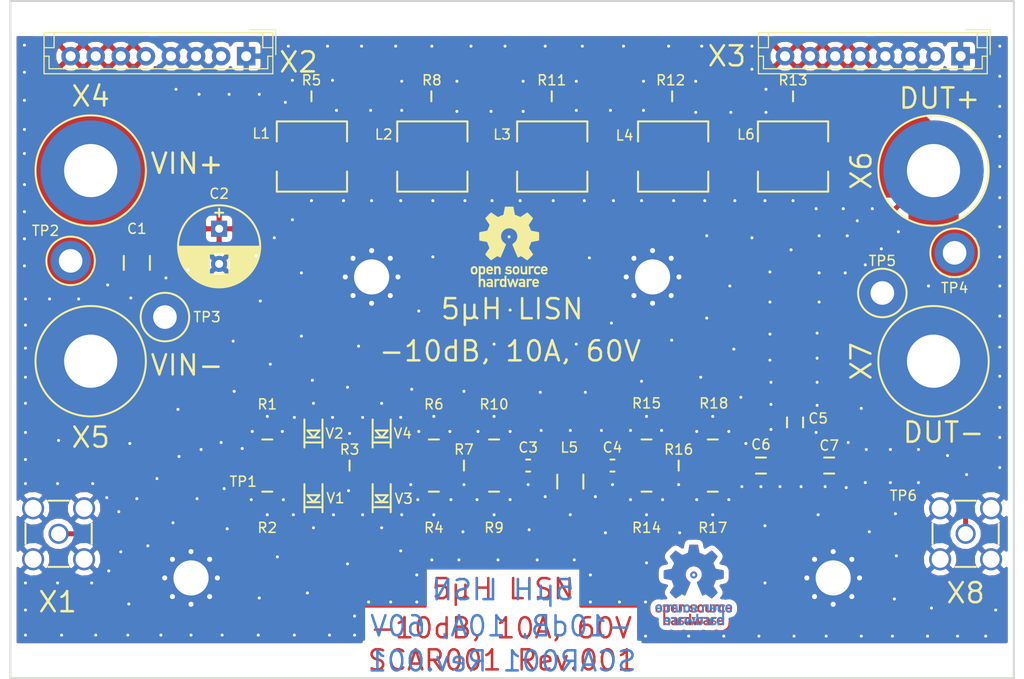
<source format=kicad_pcb>
(kicad_pcb (version 4) (host pcbnew 4.0.7)
  (layers (0 F.Cu signal) (1 In1.Cu power) (2 In2.Cu power) (31 B.Cu signal) (34 B.Paste user) (35 F.Paste user) (36 B.SilkS user) (37 F.SilkS user) (38 B.Mask user) (39 F.Mask user) (44 Edge.Cuts user))
  (net 0 "")
  (net 1 /VIN+)
  (net 2 GND)
  (net 3 "Net-(C3-Pad1)")
  (net 4 "Net-(C3-Pad2)")
  (net 5 "Net-(C4-Pad1)")
  (net 6 /DUT+)
  (net 7 "Net-(C5-Pad2)")
  (net 8 "Net-(C6-Pad2)")
  (net 9 "Net-(L1-Pad1)")
  (net 10 "Net-(L2-Pad1)")
  (net 11 "Net-(L3-Pad1)")
  (net 12 "Net-(L4-Pad1)")
  (net 13 /-10dB_Out)
  (net 14 "Net-(R3-Pad1)")
  (net 15 /SigIn)
  (module MST_Lib:Via_0.3_0.7 (layer F.Cu) (at 180.5 113.7)
    (fp_text reference REF** hide)
    (fp_text value Via_0.3_0.7 hide)
    (pad 1 thru_hole circle (at 0 0) (size 0.7 0.7) (drill 0.3) (layers *.Cu *.Mask) (net 2 GND))
  )
  (module MST_Lib:Via_0.3_0.7 (layer F.Cu) (at 173.9 86.1)
    (fp_text reference REF** hide)
    (fp_text value Via_0.3_0.7 hide)
    (pad 1 thru_hole circle (at 0 0) (size 0.7 0.7) (drill 0.3) (layers *.Cu *.Mask) (net 2 GND))
  )
  (module MST_Lib:Via_0.3_0.7 (layer F.Cu) (at 171.7 90.9)
    (fp_text reference REF** hide)
    (fp_text value Via_0.3_0.7 hide)
    (pad 1 thru_hole circle (at 0 0) (size 0.7 0.7) (drill 0.3) (layers *.Cu *.Mask) (net 2 GND))
  )
  (module MST_Lib:Via_0.3_0.7 (layer F.Cu) (at 172.1 97.2)
    (fp_text reference REF** hide)
    (fp_text value Via_0.3_0.7 hide)
    (pad 1 thru_hole circle (at 0 0) (size 0.7 0.7) (drill 0.3) (layers *.Cu *.Mask) (net 2 GND))
  )
  (module MST_Lib:Via_0.3_0.7 (layer F.Cu) (at 172.8 102)
    (fp_text reference REF** hide)
    (fp_text value Via_0.3_0.7 hide)
    (pad 1 thru_hole circle (at 0 0) (size 0.7 0.7) (drill 0.3) (layers *.Cu *.Mask) (net 2 GND))
  )
  (module MST_Lib:Via_0.3_0.7 (layer F.Cu) (at 184.8 103.1)
    (fp_text reference REF** hide)
    (fp_text value Via_0.3_0.7 hide)
    (pad 1 thru_hole circle (at 0 0) (size 0.7 0.7) (drill 0.3) (layers *.Cu *.Mask) (net 2 GND))
  )
  (module MST_Lib:Via_0.3_0.7 (layer F.Cu) (at 180.4 102.8)
    (fp_text reference REF** hide)
    (fp_text value Via_0.3_0.7 hide)
    (pad 1 thru_hole circle (at 0 0) (size 0.7 0.7) (drill 0.3) (layers *.Cu *.Mask) (net 2 GND))
  )
  (module MST_Lib:Via_0.3_0.7 (layer F.Cu) (at 175.8 102.7)
    (fp_text reference REF** hide)
    (fp_text value Via_0.3_0.7 hide)
    (pad 1 thru_hole circle (at 0 0) (size 0.7 0.7) (drill 0.3) (layers *.Cu *.Mask) (net 2 GND))
  )
  (module MST_Lib:Via_0.3_0.7 (layer F.Cu) (at 175.8 105.2)
    (fp_text reference REF** hide)
    (fp_text value Via_0.3_0.7 hide)
    (pad 1 thru_hole circle (at 0 0) (size 0.7 0.7) (drill 0.3) (layers *.Cu *.Mask) (net 2 GND))
  )
  (module MST_Lib:Via_0.3_0.7 (layer F.Cu) (at 180.3 105.5)
    (fp_text reference REF** hide)
    (fp_text value Via_0.3_0.7 hide)
    (pad 1 thru_hole circle (at 0 0) (size 0.7 0.7) (drill 0.3) (layers *.Cu *.Mask) (net 2 GND))
  )
  (module MST_Lib:Via_0.3_0.7 (layer F.Cu) (at 191.8 123)
    (fp_text reference REF** hide)
    (fp_text value Via_0.3_0.7 hide)
    (pad 1 thru_hole circle (at 0 0) (size 0.7 0.7) (drill 0.3) (layers *.Cu *.Mask) (net 2 GND))
  )
  (module MST_Lib:Via_0.3_0.7 (layer F.Cu) (at 188.1 122.1)
    (fp_text reference REF** hide)
    (fp_text value Via_0.3_0.7 hide)
    (pad 1 thru_hole circle (at 0 0) (size 0.7 0.7) (drill 0.3) (layers *.Cu *.Mask) (net 2 GND))
  )
  (module MST_Lib:Via_0.3_0.7 (layer F.Cu) (at 185.2 110.5)
    (fp_text reference REF** hide)
    (fp_text value Via_0.3_0.7 hide)
    (pad 1 thru_hole circle (at 0 0) (size 0.7 0.7) (drill 0.3) (layers *.Cu *.Mask) (net 2 GND))
  )
  (module MST_Lib:Via_0.3_0.7 (layer F.Cu) (at 190.5 110.5)
    (fp_text reference REF** hide)
    (fp_text value Via_0.3_0.7 hide)
    (pad 1 thru_hole circle (at 0 0) (size 0.7 0.7) (drill 0.3) (layers *.Cu *.Mask) (net 2 GND))
  )
  (module MST_Lib:Via_0.3_0.7 (layer F.Cu) (at 195.3 109.7)
    (fp_text reference REF** hide)
    (fp_text value Via_0.3_0.7 hide)
    (pad 1 thru_hole circle (at 0 0) (size 0.7 0.7) (drill 0.3) (layers *.Cu *.Mask) (net 2 GND))
  )
  (module MST_Lib:Via_0.3_0.7 (layer F.Cu) (at 190.5 107.2)
    (fp_text reference REF** hide)
    (fp_text value Via_0.3_0.7 hide)
    (pad 1 thru_hole circle (at 0 0) (size 0.7 0.7) (drill 0.3) (layers *.Cu *.Mask) (net 2 GND))
  )
  (module MST_Lib:Via_0.3_0.7 (layer F.Cu) (at 187.7 107.2)
    (fp_text reference REF** hide)
    (fp_text value Via_0.3_0.7 hide)
    (pad 1 thru_hole circle (at 0 0) (size 0.7 0.7) (drill 0.3) (layers *.Cu *.Mask) (net 2 GND))
  )
  (module MST_Lib:Via_0.3_0.7 (layer F.Cu) (at 175.7 98.3)
    (fp_text reference REF** hide)
    (fp_text value Via_0.3_0.7 hide)
    (pad 1 thru_hole circle (at 0 0) (size 0.7 0.7) (drill 0.3) (layers *.Cu *.Mask) (net 2 GND))
  )
  (module MST_Lib:Via_0.3_0.7 (layer F.Cu) (at 180.4 98.1)
    (fp_text reference REF** hide)
    (fp_text value Via_0.3_0.7 hide)
    (pad 1 thru_hole circle (at 0 0) (size 0.7 0.7) (drill 0.3) (layers *.Cu *.Mask) (net 2 GND))
  )
  (module MST_Lib:Via_0.3_0.7 (layer F.Cu) (at 175.8 100.5)
    (fp_text reference REF** hide)
    (fp_text value Via_0.3_0.7 hide)
    (pad 1 thru_hole circle (at 0 0) (size 0.7 0.7) (drill 0.3) (layers *.Cu *.Mask) (net 2 GND))
  )
  (module MST_Lib:Via_0.3_0.7 (layer F.Cu) (at 180.4 100.5)
    (fp_text reference REF** hide)
    (fp_text value Via_0.3_0.7 hide)
    (pad 1 thru_hole circle (at 0 0) (size 0.7 0.7) (drill 0.3) (layers *.Cu *.Mask) (net 2 GND))
  )
  (module MST_Lib:Via_0.3_0.7 (layer F.Cu) (at 193.4 107.8)
    (fp_text reference REF** hide)
    (fp_text value Via_0.3_0.7 hide)
    (pad 1 thru_hole circle (at 0 0) (size 0.7 0.7) (drill 0.3) (layers *.Cu *.Mask) (net 2 GND))
  )
  (module MST_Lib:Via_0.3_0.7 (layer F.Cu) (at 185.3 107.2)
    (fp_text reference REF** hide)
    (fp_text value Via_0.3_0.7 hide)
    (pad 1 thru_hole circle (at 0 0) (size 0.7 0.7) (drill 0.3) (layers *.Cu *.Mask) (net 2 GND))
  )
  (module MST_Lib:Via_0.3_0.7 (layer F.Cu) (at 187.7 110.5)
    (fp_text reference REF** hide)
    (fp_text value Via_0.3_0.7 hide)
    (pad 1 thru_hole circle (at 0 0) (size 0.7 0.7) (drill 0.3) (layers *.Cu *.Mask) (net 2 GND))
  )
  (module MST_Lib:Via_0.3_0.7 (layer F.Cu) (at 181.2 110.9)
    (fp_text reference REF** hide)
    (fp_text value Via_0.3_0.7 hide)
    (pad 1 thru_hole circle (at 0 0) (size 0.7 0.7) (drill 0.3) (layers *.Cu *.Mask) (net 2 GND))
  )
  (module MST_Lib:Via_0.3_0.7 (layer F.Cu) (at 178.8 110.9)
    (fp_text reference REF** hide)
    (fp_text value Via_0.3_0.7 hide)
    (pad 1 thru_hole circle (at 0 0) (size 0.7 0.7) (drill 0.3) (layers *.Cu *.Mask) (net 2 GND))
  )
  (module MST_Lib:Via_0.3_0.7 (layer F.Cu) (at 183.3 111)
    (fp_text reference REF** hide)
    (fp_text value Via_0.3_0.7 hide)
    (pad 1 thru_hole circle (at 0 0) (size 0.7 0.7) (drill 0.3) (layers *.Cu *.Mask) (net 2 GND))
  )
  (module MST_Lib:Via_0.3_0.7 (layer F.Cu) (at 185.6 115.4)
    (fp_text reference REF** hide)
    (fp_text value Via_0.3_0.7 hide)
    (pad 1 thru_hole circle (at 0 0) (size 0.7 0.7) (drill 0.3) (layers *.Cu *.Mask) (net 2 GND))
  )
  (module MST_Lib:Via_0.3_0.7 (layer F.Cu) (at 188.3 117.8)
    (fp_text reference REF** hide)
    (fp_text value Via_0.3_0.7 hide)
    (pad 1 thru_hole circle (at 0 0) (size 0.7 0.7) (drill 0.3) (layers *.Cu *.Mask) (net 2 GND))
  )
  (module MST_Lib:Via_0.3_0.7 (layer F.Cu) (at 188.2 113.6)
    (fp_text reference REF** hide)
    (fp_text value Via_0.3_0.7 hide)
    (pad 1 thru_hole circle (at 0 0) (size 0.7 0.7) (drill 0.3) (layers *.Cu *.Mask) (net 2 GND))
  )
  (module MST_Lib:Via_0.3_0.7 (layer F.Cu) (at 183.5 106.5)
    (fp_text reference REF** hide)
    (fp_text value Via_0.3_0.7 hide)
    (pad 1 thru_hole circle (at 0 0) (size 0.7 0.7) (drill 0.3) (layers *.Cu *.Mask) (net 2 GND))
  )
  (module MST_Lib:Via_0.3_0.7 (layer F.Cu) (at 104.8 106.3)
    (fp_text reference REF** hide)
    (fp_text value Via_0.3_0.7 hide)
    (pad 1 thru_hole circle (at 0 0) (size 0.7 0.7) (drill 0.3) (layers *.Cu *.Mask) (net 2 GND))
  )
  (module MST_Lib:Via_0.3_0.7 (layer F.Cu) (at 169.4 94.1)
    (fp_text reference REF** hide)
    (fp_text value Via_0.3_0.7 hide)
    (pad 1 thru_hole circle (at 0 0) (size 0.7 0.7) (drill 0.3) (layers *.Cu *.Mask) (net 2 GND))
  )
  (module MST_Lib:Via_0.3_0.7 (layer F.Cu) (at 191.5 90.9)
    (fp_text reference REF** hide)
    (fp_text value Via_0.3_0.7 hide)
    (pad 1 thru_hole circle (at 0 0) (size 0.7 0.7) (drill 0.3) (layers *.Cu *.Mask) (net 2 GND))
  )
  (module MST_Lib:Via_0.3_0.7 (layer F.Cu) (at 166.7 115.5)
    (fp_text reference REF** hide)
    (fp_text value Via_0.3_0.7 hide)
    (pad 1 thru_hole circle (at 0 0) (size 0.7 0.7) (drill 0.3) (layers *.Cu *.Mask) (net 2 GND))
  )
  (module MST_Lib:Via_0.3_0.7 (layer F.Cu) (at 175.2 114.8)
    (fp_text reference REF** hide)
    (fp_text value Via_0.3_0.7 hide)
    (pad 1 thru_hole circle (at 0 0) (size 0.7 0.7) (drill 0.3) (layers *.Cu *.Mask) (net 2 GND))
  )
  (module MST_Lib:Via_0.3_0.7 (layer F.Cu) (at 175.2 120.5)
    (fp_text reference REF** hide)
    (fp_text value Via_0.3_0.7 hide)
    (pad 1 thru_hole circle (at 0 0) (size 0.7 0.7) (drill 0.3) (layers *.Cu *.Mask) (net 2 GND))
  )
  (module MST_Lib:Via_0.3_0.7 (layer F.Cu) (at 168.1 119.7)
    (fp_text reference REF** hide)
    (fp_text value Via_0.3_0.7 hide)
    (pad 1 thru_hole circle (at 0 0) (size 0.7 0.7) (drill 0.3) (layers *.Cu *.Mask) (net 2 GND))
  )
  (module MST_Lib:Via_0.3_0.7 (layer F.Cu) (at 163.4 118.5)
    (fp_text reference REF** hide)
    (fp_text value Via_0.3_0.7 hide)
    (pad 1 thru_hole circle (at 0 0) (size 0.7 0.7) (drill 0.3) (layers *.Cu *.Mask) (net 2 GND))
  )
  (module MST_Lib:Via_0.3_0.7 (layer F.Cu) (at 159.3 115.5)
    (fp_text reference REF** hide)
    (fp_text value Via_0.3_0.7 hide)
    (pad 1 thru_hole circle (at 0 0) (size 0.7 0.7) (drill 0.3) (layers *.Cu *.Mask) (net 2 GND))
  )
  (module MST_Lib:Via_0.3_0.7 (layer F.Cu) (at 151.7 115.2)
    (fp_text reference REF** hide)
    (fp_text value Via_0.3_0.7 hide)
    (pad 1 thru_hole circle (at 0 0) (size 0.7 0.7) (drill 0.3) (layers *.Cu *.Mask) (net 2 GND))
  )
  (module MST_Lib:Via_0.3_0.7 (layer F.Cu) (at 145.1 115.4)
    (fp_text reference REF** hide)
    (fp_text value Via_0.3_0.7 hide)
    (pad 1 thru_hole circle (at 0 0) (size 0.7 0.7) (drill 0.3) (layers *.Cu *.Mask) (net 2 GND))
  )
  (module MST_Lib:Via_0.3_0.7 (layer F.Cu) (at 138.9 117.3)
    (fp_text reference REF** hide)
    (fp_text value Via_0.3_0.7 hide)
    (pad 1 thru_hole circle (at 0 0) (size 0.7 0.7) (drill 0.3) (layers *.Cu *.Mask) (net 2 GND))
  )
  (module MST_Lib:Via_0.3_0.7 (layer F.Cu) (at 133.6 118.6)
    (fp_text reference REF** hide)
    (fp_text value Via_0.3_0.7 hide)
    (pad 1 thru_hole circle (at 0 0) (size 0.7 0.7) (drill 0.3) (layers *.Cu *.Mask) (net 2 GND))
  )
  (module MST_Lib:Via_0.3_0.7 (layer F.Cu) (at 129.6 121.5)
    (fp_text reference REF** hide)
    (fp_text value Via_0.3_0.7 hide)
    (pad 1 thru_hole circle (at 0 0) (size 0.7 0.7) (drill 0.3) (layers *.Cu *.Mask) (net 2 GND))
  )
  (module MST_Lib:Via_0.3_0.7 (layer F.Cu) (at 126.6 117.9)
    (fp_text reference REF** hide)
    (fp_text value Via_0.3_0.7 hide)
    (pad 1 thru_hole circle (at 0 0) (size 0.7 0.7) (drill 0.3) (layers *.Cu *.Mask) (net 2 GND))
  )
  (module MST_Lib:Via_0.3_0.7 (layer F.Cu) (at 121.6 115.1)
    (fp_text reference REF** hide)
    (fp_text value Via_0.3_0.7 hide)
    (pad 1 thru_hole circle (at 0 0) (size 0.7 0.7) (drill 0.3) (layers *.Cu *.Mask) (net 2 GND))
  )
  (module MST_Lib:Via_0.3_0.7 (layer F.Cu) (at 124.8 122)
    (fp_text reference REF** hide)
    (fp_text value Via_0.3_0.7 hide)
    (pad 1 thru_hole circle (at 0 0) (size 0.7 0.7) (drill 0.3) (layers *.Cu *.Mask) (net 2 GND))
  )
  (module MST_Lib:Via_0.3_0.7 (layer F.Cu) (at 111.8 122.6)
    (fp_text reference REF** hide)
    (fp_text value Via_0.3_0.7 hide)
    (pad 1 thru_hole circle (at 0 0) (size 0.7 0.7) (drill 0.3) (layers *.Cu *.Mask) (net 2 GND))
  )
  (module MST_Lib:Via_0.3_0.7 (layer F.Cu) (at 156.4 96.7)
    (fp_text reference REF** hide)
    (fp_text value Via_0.3_0.7 hide)
    (pad 1 thru_hole circle (at 0 0) (size 0.7 0.7) (drill 0.3) (layers *.Cu *.Mask) (net 2 GND))
  )
  (module MST_Lib:Via_0.3_0.7 (layer F.Cu) (at 148.2 96.7)
    (fp_text reference REF** hide)
    (fp_text value Via_0.3_0.7 hide)
    (pad 1 thru_hole circle (at 0 0) (size 0.7 0.7) (drill 0.3) (layers *.Cu *.Mask) (net 2 GND))
  )
  (module MST_Lib:Via_0.3_0.7 (layer F.Cu) (at 149.8 93.3)
    (fp_text reference REF** hide)
    (fp_text value Via_0.3_0.7 hide)
    (pad 1 thru_hole circle (at 0 0) (size 0.7 0.7) (drill 0.3) (layers *.Cu *.Mask) (net 2 GND))
  )
  (module MST_Lib:Via_0.3_0.7 (layer F.Cu) (at 169.4 85.9)
    (fp_text reference REF** hide)
    (fp_text value Via_0.3_0.7 hide)
    (pad 1 thru_hole circle (at 0 0) (size 0.7 0.7) (drill 0.3) (layers *.Cu *.Mask) (net 2 GND))
  )
  (module MST_Lib:Via_0.3_0.7 (layer F.Cu) (at 165.9 96.3)
    (fp_text reference REF** hide)
    (fp_text value Via_0.3_0.7 hide)
    (pad 1 thru_hole circle (at 0 0) (size 0.7 0.7) (drill 0.3) (layers *.Cu *.Mask) (net 2 GND))
  )
  (module MST_Lib:Via_0.3_0.7 (layer F.Cu) (at 168.8 100)
    (fp_text reference REF** hide)
    (fp_text value Via_0.3_0.7 hide)
    (pad 1 thru_hole circle (at 0 0) (size 0.7 0.7) (drill 0.3) (layers *.Cu *.Mask) (net 2 GND))
  )
  (module MST_Lib:Via_0.3_0.7 (layer F.Cu) (at 162.9 100.4)
    (fp_text reference REF** hide)
    (fp_text value Via_0.3_0.7 hide)
    (pad 1 thru_hole circle (at 0 0) (size 0.7 0.7) (drill 0.3) (layers *.Cu *.Mask) (net 2 GND))
  )
  (module MST_Lib:Via_0.3_0.7 (layer F.Cu) (at 140 101.2)
    (fp_text reference REF** hide)
    (fp_text value Via_0.3_0.7 hide)
    (pad 1 thru_hole circle (at 0 0) (size 0.7 0.7) (drill 0.3) (layers *.Cu *.Mask) (net 2 GND))
  )
  (module MST_Lib:Via_0.3_0.7 (layer F.Cu) (at 130.1 100.3)
    (fp_text reference REF** hide)
    (fp_text value Via_0.3_0.7 hide)
    (pad 1 thru_hole circle (at 0 0) (size 0.7 0.7) (drill 0.3) (layers *.Cu *.Mask) (net 2 GND))
  )
  (module MST_Lib:Via_0.3_0.7 (layer F.Cu) (at 134.7 96.9)
    (fp_text reference REF** hide)
    (fp_text value Via_0.3_0.7 hide)
    (pad 1 thru_hole circle (at 0 0) (size 0.7 0.7) (drill 0.3) (layers *.Cu *.Mask) (net 2 GND))
  )
  (module MST_Lib:Via_0.3_0.7 (layer F.Cu) (at 140.7 93.4)
    (fp_text reference REF** hide)
    (fp_text value Via_0.3_0.7 hide)
    (pad 1 thru_hole circle (at 0 0) (size 0.7 0.7) (drill 0.3) (layers *.Cu *.Mask) (net 2 GND))
  )
  (module MST_Lib:Via_0.3_0.7 (layer F.Cu) (at 142.1 88)
    (fp_text reference REF** hide)
    (fp_text value Via_0.3_0.7 hide)
    (pad 1 thru_hole circle (at 0 0) (size 0.7 0.7) (drill 0.3) (layers *.Cu *.Mask) (net 2 GND))
  )
  (module MST_Lib:Via_0.3_0.7 (layer F.Cu) (at 149.7 86)
    (fp_text reference REF** hide)
    (fp_text value Via_0.3_0.7 hide)
    (pad 1 thru_hole circle (at 0 0) (size 0.7 0.7) (drill 0.3) (layers *.Cu *.Mask) (net 2 GND))
  )
  (module MST_Lib:Via_0.3_0.7 (layer F.Cu) (at 157.7 88.1)
    (fp_text reference REF** hide)
    (fp_text value Via_0.3_0.7 hide)
    (pad 1 thru_hole circle (at 0 0) (size 0.7 0.7) (drill 0.3) (layers *.Cu *.Mask) (net 2 GND))
  )
  (module MST_Lib:Via_0.3_0.7 (layer F.Cu) (at 159.9 94.6)
    (fp_text reference REF** hide)
    (fp_text value Via_0.3_0.7 hide)
    (pad 1 thru_hole circle (at 0 0) (size 0.7 0.7) (drill 0.3) (layers *.Cu *.Mask) (net 2 GND))
  )
  (module MST_Lib:Via_0.3_0.7 (layer F.Cu) (at 157.3 101.5)
    (fp_text reference REF** hide)
    (fp_text value Via_0.3_0.7 hide)
    (pad 1 thru_hole circle (at 0 0) (size 0.7 0.7) (drill 0.3) (layers *.Cu *.Mask) (net 2 GND))
  )
  (module MST_Lib:Via_0.3_0.7 (layer F.Cu) (at 152.8 101.5)
    (fp_text reference REF** hide)
    (fp_text value Via_0.3_0.7 hide)
    (pad 1 thru_hole circle (at 0 0) (size 0.7 0.7) (drill 0.3) (layers *.Cu *.Mask) (net 2 GND))
  )
  (module MST_Lib:Via_0.3_0.7 (layer F.Cu) (at 145.2 101.4)
    (fp_text reference REF** hide)
    (fp_text value Via_0.3_0.7 hide)
    (pad 1 thru_hole circle (at 0 0) (size 0.7 0.7) (drill 0.3) (layers *.Cu *.Mask) (net 2 GND))
  )
  (module MST_Lib:Via_0.3_0.7 (layer F.Cu) (at 133.6 101)
    (fp_text reference REF** hide)
    (fp_text value Via_0.3_0.7 hide)
    (pad 1 thru_hole circle (at 0 0) (size 0.7 0.7) (drill 0.3) (layers *.Cu *.Mask) (net 2 GND))
  )
  (module MST_Lib:Via_0.3_0.7 (layer F.Cu) (at 125.9 98.7)
    (fp_text reference REF** hide)
    (fp_text value Via_0.3_0.7 hide)
    (pad 1 thru_hole circle (at 0 0) (size 0.7 0.7) (drill 0.3) (layers *.Cu *.Mask) (net 2 GND))
  )
  (module MST_Lib:Via_0.3_0.7 (layer F.Cu) (at 129 95.9)
    (fp_text reference REF** hide)
    (fp_text value Via_0.3_0.7 hide)
    (pad 1 thru_hole circle (at 0 0) (size 0.7 0.7) (drill 0.3) (layers *.Cu *.Mask) (net 2 GND))
  )
  (module MST_Lib:Via_0.3_0.7 (layer F.Cu) (at 129 89.6)
    (fp_text reference REF** hide)
    (fp_text value Via_0.3_0.7 hide)
    (pad 1 thru_hole circle (at 0 0) (size 0.7 0.7) (drill 0.3) (layers *.Cu *.Mask) (net 2 GND))
  )
  (module MST_Lib:Via_0.3_0.7 (layer F.Cu) (at 124.9 92.4)
    (fp_text reference REF** hide)
    (fp_text value Via_0.3_0.7 hide)
    (pad 1 thru_hole circle (at 0 0) (size 0.7 0.7) (drill 0.3) (layers *.Cu *.Mask) (net 2 GND))
  )
  (module MST_Lib:Via_0.3_0.7 (layer F.Cu) (at 122.2 96.4)
    (fp_text reference REF** hide)
    (fp_text value Via_0.3_0.7 hide)
    (pad 1 thru_hole circle (at 0 0) (size 0.7 0.7) (drill 0.3) (layers *.Cu *.Mask) (net 2 GND))
  )
  (module MST_Lib:Via_0.3_0.7 (layer F.Cu) (at 122.3 101.4)
    (fp_text reference REF** hide)
    (fp_text value Via_0.3_0.7 hide)
    (pad 1 thru_hole circle (at 0 0) (size 0.7 0.7) (drill 0.3) (layers *.Cu *.Mask) (net 2 GND))
  )
  (module MST_Lib:Via_0.3_0.7 (layer F.Cu) (at 116.7 103.2)
    (fp_text reference REF** hide)
    (fp_text value Via_0.3_0.7 hide)
    (pad 1 thru_hole circle (at 0 0) (size 0.7 0.7) (drill 0.3) (layers *.Cu *.Mask) (net 2 GND))
  )
  (module MST_Lib:Via_0.3_0.7 (layer F.Cu) (at 111.9 106.6)
    (fp_text reference REF** hide)
    (fp_text value Via_0.3_0.7 hide)
    (pad 1 thru_hole circle (at 0 0) (size 0.7 0.7) (drill 0.3) (layers *.Cu *.Mask) (net 2 GND))
  )
  (module MST_Lib:Via_0.3_0.7 (layer F.Cu) (at 173.9 69.3)
    (fp_text reference REF** hide)
    (fp_text value Via_0.3_0.7 hide)
    (pad 1 thru_hole circle (at 0 0) (size 0.7 0.7) (drill 0.3) (layers *.Cu *.Mask) (net 2 GND))
  )
  (module MST_Lib:Via_0.3_0.7 (layer F.Cu) (at 175.3 71.3)
    (fp_text reference REF** hide)
    (fp_text value Via_0.3_0.7 hide)
    (pad 1 thru_hole circle (at 0 0) (size 0.7 0.7) (drill 0.3) (layers *.Cu *.Mask) (net 2 GND))
  )
  (module MST_Lib:Via_0.3_0.7 (layer F.Cu) (at 175.3 73.6)
    (fp_text reference REF** hide)
    (fp_text value Via_0.3_0.7 hide)
    (pad 1 thru_hole circle (at 0 0) (size 0.7 0.7) (drill 0.3) (layers *.Cu *.Mask) (net 2 GND))
  )
  (module MST_Lib:Via_0.3_0.7 (layer F.Cu) (at 171.8 73.6)
    (fp_text reference REF** hide)
    (fp_text value Via_0.3_0.7 hide)
    (pad 1 thru_hole circle (at 0 0) (size 0.7 0.7) (drill 0.3) (layers *.Cu *.Mask) (net 2 GND))
  )
  (module MST_Lib:Via_0.3_0.7 (layer F.Cu) (at 168.3 73.6)
    (fp_text reference REF** hide)
    (fp_text value Via_0.3_0.7 hide)
    (pad 1 thru_hole circle (at 0 0) (size 0.7 0.7) (drill 0.3) (layers *.Cu *.Mask) (net 2 GND))
  )
  (module MST_Lib:Via_0.3_0.7 (layer F.Cu) (at 168.3 70.5)
    (fp_text reference REF** hide)
    (fp_text value Via_0.3_0.7 hide)
    (pad 1 thru_hole circle (at 0 0) (size 0.7 0.7) (drill 0.3) (layers *.Cu *.Mask) (net 2 GND))
  )
  (module MST_Lib:Via_0.3_0.7 (layer F.Cu) (at 163.1 70.5)
    (fp_text reference REF** hide)
    (fp_text value Via_0.3_0.7 hide)
    (pad 1 thru_hole circle (at 0 0) (size 0.7 0.7) (drill 0.3) (layers *.Cu *.Mask) (net 2 GND))
  )
  (module MST_Lib:Via_0.3_0.7 (layer F.Cu) (at 163.1 73.4)
    (fp_text reference REF** hide)
    (fp_text value Via_0.3_0.7 hide)
    (pad 1 thru_hole circle (at 0 0) (size 0.7 0.7) (drill 0.3) (layers *.Cu *.Mask) (net 2 GND))
  )
  (module MST_Lib:Via_0.3_0.7 (layer F.Cu) (at 159.8 73.4)
    (fp_text reference REF** hide)
    (fp_text value Via_0.3_0.7 hide)
    (pad 1 thru_hole circle (at 0 0) (size 0.7 0.7) (drill 0.3) (layers *.Cu *.Mask) (net 2 GND))
  )
  (module MST_Lib:Via_0.3_0.7 (layer F.Cu) (at 156.4 73.4)
    (fp_text reference REF** hide)
    (fp_text value Via_0.3_0.7 hide)
    (pad 1 thru_hole circle (at 0 0) (size 0.7 0.7) (drill 0.3) (layers *.Cu *.Mask) (net 2 GND))
  )
  (module MST_Lib:Via_0.3_0.7 (layer F.Cu) (at 156.4 70.5)
    (fp_text reference REF** hide)
    (fp_text value Via_0.3_0.7 hide)
    (pad 1 thru_hole circle (at 0 0) (size 0.7 0.7) (drill 0.3) (layers *.Cu *.Mask) (net 2 GND))
  )
  (module MST_Lib:Via_0.3_0.7 (layer F.Cu) (at 151.1 70.5)
    (fp_text reference REF** hide)
    (fp_text value Via_0.3_0.7 hide)
    (pad 1 thru_hole circle (at 0 0) (size 0.7 0.7) (drill 0.3) (layers *.Cu *.Mask) (net 2 GND))
  )
  (module MST_Lib:Via_0.3_0.7 (layer F.Cu) (at 151.1 73.5)
    (fp_text reference REF** hide)
    (fp_text value Via_0.3_0.7 hide)
    (pad 1 thru_hole circle (at 0 0) (size 0.7 0.7) (drill 0.3) (layers *.Cu *.Mask) (net 2 GND))
  )
  (module MST_Lib:Via_0.3_0.7 (layer F.Cu) (at 147.9 73.5)
    (fp_text reference REF** hide)
    (fp_text value Via_0.3_0.7 hide)
    (pad 1 thru_hole circle (at 0 0) (size 0.7 0.7) (drill 0.3) (layers *.Cu *.Mask) (net 2 GND))
  )
  (module MST_Lib:Via_0.3_0.7 (layer F.Cu) (at 144.5 73.5)
    (fp_text reference REF** hide)
    (fp_text value Via_0.3_0.7 hide)
    (pad 1 thru_hole circle (at 0 0) (size 0.7 0.7) (drill 0.3) (layers *.Cu *.Mask) (net 2 GND))
  )
  (module MST_Lib:Via_0.3_0.7 (layer F.Cu) (at 144.5 70.5)
    (fp_text reference REF** hide)
    (fp_text value Via_0.3_0.7 hide)
    (pad 1 thru_hole circle (at 0 0) (size 0.7 0.7) (drill 0.3) (layers *.Cu *.Mask) (net 2 GND))
  )
  (module MST_Lib:Via_0.3_0.7 (layer F.Cu) (at 139 70.5)
    (fp_text reference REF** hide)
    (fp_text value Via_0.3_0.7 hide)
    (pad 1 thru_hole circle (at 0 0) (size 0.7 0.7) (drill 0.3) (layers *.Cu *.Mask) (net 2 GND))
  )
  (module MST_Lib:Via_0.3_0.7 (layer F.Cu) (at 139 73.4)
    (fp_text reference REF** hide)
    (fp_text value Via_0.3_0.7 hide)
    (pad 1 thru_hole circle (at 0 0) (size 0.7 0.7) (drill 0.3) (layers *.Cu *.Mask) (net 2 GND))
  )
  (module MST_Lib:Via_0.3_0.7 (layer F.Cu) (at 135.9 73.4)
    (fp_text reference REF** hide)
    (fp_text value Via_0.3_0.7 hide)
    (pad 1 thru_hole circle (at 0 0) (size 0.7 0.7) (drill 0.3) (layers *.Cu *.Mask) (net 2 GND))
  )
  (module MST_Lib:Via_0.3_0.7 (layer F.Cu) (at 132.5 73.4)
    (fp_text reference REF** hide)
    (fp_text value Via_0.3_0.7 hide)
    (pad 1 thru_hole circle (at 0 0) (size 0.7 0.7) (drill 0.3) (layers *.Cu *.Mask) (net 2 GND))
  )
  (module MST_Lib:Via_0.3_0.7 (layer F.Cu) (at 132.1 70.4)
    (fp_text reference REF** hide)
    (fp_text value Via_0.3_0.7 hide)
    (pad 1 thru_hole circle (at 0 0) (size 0.7 0.7) (drill 0.3) (layers *.Cu *.Mask) (net 2 GND))
  )
  (module MST_Lib:Via_0.3_0.7 (layer F.Cu) (at 128.1 70.4)
    (fp_text reference REF** hide)
    (fp_text value Via_0.3_0.7 hide)
    (pad 1 thru_hole circle (at 0 0) (size 0.7 0.7) (drill 0.3) (layers *.Cu *.Mask) (net 2 GND))
  )
  (module MST_Lib:Via_0.3_0.7 (layer F.Cu) (at 127.4 72.6)
    (fp_text reference REF** hide)
    (fp_text value Via_0.3_0.7 hide)
    (pad 1 thru_hole circle (at 0 0) (size 0.7 0.7) (drill 0.3) (layers *.Cu *.Mask) (net 2 GND))
  )
  (module MST_Lib:Via_0.3_0.7 (layer F.Cu) (at 124.8 71.8)
    (fp_text reference REF** hide)
    (fp_text value Via_0.3_0.7 hide)
    (pad 1 thru_hole circle (at 0 0) (size 0.7 0.7) (drill 0.3) (layers *.Cu *.Mask) (net 2 GND))
  )
  (module MST_Lib:Via_0.3_0.7 (layer F.Cu) (at 121.8 71.8)
    (fp_text reference REF** hide)
    (fp_text value Via_0.3_0.7 hide)
    (pad 1 thru_hole circle (at 0 0) (size 0.7 0.7) (drill 0.3) (layers *.Cu *.Mask) (net 2 GND))
  )
  (module MST_Lib:Via_0.3_0.7 (layer F.Cu) (at 118.8 71.8)
    (fp_text reference REF** hide)
    (fp_text value Via_0.3_0.7 hide)
    (pad 1 thru_hole circle (at 0 0) (size 0.7 0.7) (drill 0.3) (layers *.Cu *.Mask) (net 2 GND))
  )
  (module MST_Lib:Via_0.3_0.7 (layer F.Cu) (at 116.5 71.3)
    (fp_text reference REF** hide)
    (fp_text value Via_0.3_0.7 hide)
    (pad 1 thru_hole circle (at 0 0) (size 0.7 0.7) (drill 0.3) (layers *.Cu *.Mask) (net 2 GND))
  )
  (module MST_Lib:Via_0.3_0.7 (layer F.Cu) (at 127.7 67)
    (fp_text reference REF** hide)
    (fp_text value Via_0.3_0.7 hide)
    (pad 1 thru_hole circle (at 0 0) (size 0.7 0.7) (drill 0.3) (layers *.Cu *.Mask) (net 2 GND))
  )
  (module MST_Lib:Via_0.3_0.7 (layer F.Cu) (at 104.7 120.5)
    (fp_text reference REF** hide)
    (fp_text value Via_0.3_0.7 hide)
    (pad 1 thru_hole circle (at 0 0) (size 0.7 0.7) (drill 0.3) (layers *.Cu *.Mask) (net 2 GND))
  )
  (module MST_Lib:Via_0.3_0.7 (layer F.Cu) (at 108.1 120.5)
    (fp_text reference REF** hide)
    (fp_text value Via_0.3_0.7 hide)
    (pad 1 thru_hole circle (at 0 0) (size 0.7 0.7) (drill 0.3) (layers *.Cu *.Mask) (net 2 GND))
  )
  (module MST_Lib:Via_0.3_0.7 (layer F.Cu) (at 109.8 119.3)
    (fp_text reference REF** hide)
    (fp_text value Via_0.3_0.7 hide)
    (pad 1 thru_hole circle (at 0 0) (size 0.7 0.7) (drill 0.3) (layers *.Cu *.Mask) (net 2 GND))
  )
  (module MST_Lib:Via_0.3_0.7 (layer F.Cu) (at 104.7 110.6)
    (fp_text reference REF** hide)
    (fp_text value Via_0.3_0.7 hide)
    (pad 1 thru_hole circle (at 0 0) (size 0.7 0.7) (drill 0.3) (layers *.Cu *.Mask) (net 2 GND))
  )
  (module MST_Lib:Via_0.3_0.7 (layer F.Cu) (at 108.2 110.6)
    (fp_text reference REF** hide)
    (fp_text value Via_0.3_0.7 hide)
    (pad 1 thru_hole circle (at 0 0) (size 0.7 0.7) (drill 0.3) (layers *.Cu *.Mask) (net 2 GND))
  )
  (module MST_Lib:Via_0.3_0.7 (layer F.Cu) (at 109.6 112)
    (fp_text reference REF** hide)
    (fp_text value Via_0.3_0.7 hide)
    (pad 1 thru_hole circle (at 0 0) (size 0.7 0.7) (drill 0.3) (layers *.Cu *.Mask) (net 2 GND))
  )
  (module MST_Lib:Via_0.3_0.7 (layer F.Cu) (at 117.7 89.3)
    (fp_text reference REF** hide)
    (fp_text value Via_0.3_0.7 hide)
    (pad 1 thru_hole circle (at 0 0) (size 0.7 0.7) (drill 0.3) (layers *.Cu *.Mask) (net 2 GND))
  )
  (module MST_Lib:Via_0.3_0.7 (layer F.Cu) (at 124.5 87.9)
    (fp_text reference REF** hide)
    (fp_text value Via_0.3_0.7 hide)
    (pad 1 thru_hole circle (at 0 0) (size 0.7 0.7) (drill 0.3) (layers *.Cu *.Mask) (net 2 GND))
  )
  (module MST_Lib:Via_0.3_0.7 (layer F.Cu) (at 126.3 86.1)
    (fp_text reference REF** hide)
    (fp_text value Via_0.3_0.7 hide)
    (pad 1 thru_hole circle (at 0 0) (size 0.7 0.7) (drill 0.3) (layers *.Cu *.Mask) (net 2 GND))
  )
  (module MST_Lib:Via_0.3_0.7 (layer F.Cu) (at 128.1 84.3)
    (fp_text reference REF** hide)
    (fp_text value Via_0.3_0.7 hide)
    (pad 1 thru_hole circle (at 0 0) (size 0.7 0.7) (drill 0.3) (layers *.Cu *.Mask) (net 2 GND))
  )
  (module MST_Lib:Via_0.3_0.7 (layer F.Cu) (at 130 82.4)
    (fp_text reference REF** hide)
    (fp_text value Via_0.3_0.7 hide)
    (pad 1 thru_hole circle (at 0 0) (size 0.7 0.7) (drill 0.3) (layers *.Cu *.Mask) (net 2 GND))
  )
  (module MST_Lib:Via_0.3_0.7 (layer F.Cu) (at 133.2 82.4)
    (fp_text reference REF** hide)
    (fp_text value Via_0.3_0.7 hide)
    (pad 1 thru_hole circle (at 0 0) (size 0.7 0.7) (drill 0.3) (layers *.Cu *.Mask) (net 2 GND))
  )
  (module MST_Lib:Via_0.3_0.7 (layer F.Cu) (at 136 82.4)
    (fp_text reference REF** hide)
    (fp_text value Via_0.3_0.7 hide)
    (pad 1 thru_hole circle (at 0 0) (size 0.7 0.7) (drill 0.3) (layers *.Cu *.Mask) (net 2 GND))
  )
  (module MST_Lib:Via_0.3_0.7 (layer F.Cu) (at 138.9 82.4)
    (fp_text reference REF** hide)
    (fp_text value Via_0.3_0.7 hide)
    (pad 1 thru_hole circle (at 0 0) (size 0.7 0.7) (drill 0.3) (layers *.Cu *.Mask) (net 2 GND))
  )
  (module MST_Lib:Via_0.3_0.7 (layer F.Cu) (at 142.1 82.4)
    (fp_text reference REF** hide)
    (fp_text value Via_0.3_0.7 hide)
    (pad 1 thru_hole circle (at 0 0) (size 0.7 0.7) (drill 0.3) (layers *.Cu *.Mask) (net 2 GND))
  )
  (module MST_Lib:Via_0.3_0.7 (layer F.Cu) (at 145.3 82.4)
    (fp_text reference REF** hide)
    (fp_text value Via_0.3_0.7 hide)
    (pad 1 thru_hole circle (at 0 0) (size 0.7 0.7) (drill 0.3) (layers *.Cu *.Mask) (net 2 GND))
  )
  (module MST_Lib:Via_0.3_0.7 (layer F.Cu) (at 148 82.4)
    (fp_text reference REF** hide)
    (fp_text value Via_0.3_0.7 hide)
    (pad 1 thru_hole circle (at 0 0) (size 0.7 0.7) (drill 0.3) (layers *.Cu *.Mask) (net 2 GND))
  )
  (module MST_Lib:Via_0.3_0.7 (layer F.Cu) (at 150.8 82.4)
    (fp_text reference REF** hide)
    (fp_text value Via_0.3_0.7 hide)
    (pad 1 thru_hole circle (at 0 0) (size 0.7 0.7) (drill 0.3) (layers *.Cu *.Mask) (net 2 GND))
  )
  (module MST_Lib:Via_0.3_0.7 (layer F.Cu) (at 154.1 82.4)
    (fp_text reference REF** hide)
    (fp_text value Via_0.3_0.7 hide)
    (pad 1 thru_hole circle (at 0 0) (size 0.7 0.7) (drill 0.3) (layers *.Cu *.Mask) (net 2 GND))
  )
  (module MST_Lib:Via_0.3_0.7 (layer F.Cu) (at 157.2 82.4)
    (fp_text reference REF** hide)
    (fp_text value Via_0.3_0.7 hide)
    (pad 1 thru_hole circle (at 0 0) (size 0.7 0.7) (drill 0.3) (layers *.Cu *.Mask) (net 2 GND))
  )
  (module MST_Lib:Via_0.3_0.7 (layer F.Cu) (at 160.1 82.4)
    (fp_text reference REF** hide)
    (fp_text value Via_0.3_0.7 hide)
    (pad 1 thru_hole circle (at 0 0) (size 0.7 0.7) (drill 0.3) (layers *.Cu *.Mask) (net 2 GND))
  )
  (module MST_Lib:Via_0.3_0.7 (layer F.Cu) (at 162.9 82.4)
    (fp_text reference REF** hide)
    (fp_text value Via_0.3_0.7 hide)
    (pad 1 thru_hole circle (at 0 0) (size 0.7 0.7) (drill 0.3) (layers *.Cu *.Mask) (net 2 GND))
  )
  (module MST_Lib:Via_0.3_0.7 (layer F.Cu) (at 166.1 82.4)
    (fp_text reference REF** hide)
    (fp_text value Via_0.3_0.7 hide)
    (pad 1 thru_hole circle (at 0 0) (size 0.7 0.7) (drill 0.3) (layers *.Cu *.Mask) (net 2 GND))
  )
  (module MST_Lib:Via_0.3_0.7 (layer F.Cu) (at 169.2 82.4)
    (fp_text reference REF** hide)
    (fp_text value Via_0.3_0.7 hide)
    (pad 1 thru_hole circle (at 0 0) (size 0.7 0.7) (drill 0.3) (layers *.Cu *.Mask) (net 2 GND))
  )
  (module MST_Lib:Via_0.3_0.7 (layer F.Cu) (at 172.2 82.4)
    (fp_text reference REF** hide)
    (fp_text value Via_0.3_0.7 hide)
    (pad 1 thru_hole circle (at 0 0) (size 0.7 0.7) (drill 0.3) (layers *.Cu *.Mask) (net 2 GND))
  )
  (module MST_Lib:Via_0.3_0.7 (layer F.Cu) (at 175.2 82.4)
    (fp_text reference REF** hide)
    (fp_text value Via_0.3_0.7 hide)
    (pad 1 thru_hole circle (at 0 0) (size 0.7 0.7) (drill 0.3) (layers *.Cu *.Mask) (net 2 GND))
  )
  (module MST_Lib:Via_0.3_0.7 (layer F.Cu) (at 178 82.4)
    (fp_text reference REF** hide)
    (fp_text value Via_0.3_0.7 hide)
    (pad 1 thru_hole circle (at 0 0) (size 0.7 0.7) (drill 0.3) (layers *.Cu *.Mask) (net 2 GND))
  )
  (module MST_Lib:Via_0.3_0.7 (layer F.Cu) (at 180.3 83.2)
    (fp_text reference REF** hide)
    (fp_text value Via_0.3_0.7 hide)
    (pad 1 thru_hole circle (at 0 0) (size 0.7 0.7) (drill 0.3) (layers *.Cu *.Mask) (net 2 GND))
  )
  (module MST_Lib:Via_0.3_0.7 (layer F.Cu) (at 183 83.2)
    (fp_text reference REF** hide)
    (fp_text value Via_0.3_0.7 hide)
    (pad 1 thru_hole circle (at 0 0) (size 0.7 0.7) (drill 0.3) (layers *.Cu *.Mask) (net 2 GND))
  )
  (module MST_Lib:Via_0.3_0.7 (layer F.Cu) (at 101.4 69.6)
    (fp_text reference REF** hide)
    (fp_text value Via_0.3_0.7 hide)
    (pad 1 thru_hole circle (at 0 0) (size 0.7 0.7) (drill 0.3) (layers *.Cu *.Mask) (net 2 GND))
  )
  (module MST_Lib:Via_0.3_0.7 (layer F.Cu) (at 101.4 77.7)
    (fp_text reference REF** hide)
    (fp_text value Via_0.3_0.7 hide)
    (pad 1 thru_hole circle (at 0 0) (size 0.7 0.7) (drill 0.3) (layers *.Cu *.Mask) (net 2 GND))
  )
  (module MST_Lib:Via_0.3_0.7 (layer F.Cu) (at 101.4 66.9)
    (fp_text reference REF** hide)
    (fp_text value Via_0.3_0.7 hide)
    (pad 1 thru_hole circle (at 0 0) (size 0.7 0.7) (drill 0.3) (layers *.Cu *.Mask) (net 2 GND))
  )
  (module MST_Lib:Via_0.3_0.7 (layer F.Cu) (at 101.4 72.4)
    (fp_text reference REF** hide)
    (fp_text value Via_0.3_0.7 hide)
    (pad 1 thru_hole circle (at 0 0) (size 0.7 0.7) (drill 0.3) (layers *.Cu *.Mask) (net 2 GND))
  )
  (module MST_Lib:Via_0.3_0.7 (layer F.Cu) (at 101.4 75.3)
    (fp_text reference REF** hide)
    (fp_text value Via_0.3_0.7 hide)
    (pad 1 thru_hole circle (at 0 0) (size 0.7 0.7) (drill 0.3) (layers *.Cu *.Mask) (net 2 GND))
  )
  (module MST_Lib:Via_0.3_0.7 (layer F.Cu) (at 101.4 80.8)
    (fp_text reference REF** hide)
    (fp_text value Via_0.3_0.7 hide)
    (pad 1 thru_hole circle (at 0 0) (size 0.7 0.7) (drill 0.3) (layers *.Cu *.Mask) (net 2 GND))
  )
  (module MST_Lib:Via_0.3_0.7 (layer F.Cu) (at 101.4 83.5)
    (fp_text reference REF** hide)
    (fp_text value Via_0.3_0.7 hide)
    (pad 1 thru_hole circle (at 0 0) (size 0.7 0.7) (drill 0.3) (layers *.Cu *.Mask) (net 2 GND))
  )
  (module MST_Lib:Via_0.3_0.7 (layer F.Cu) (at 101.4 86.2)
    (fp_text reference REF** hide)
    (fp_text value Via_0.3_0.7 hide)
    (pad 1 thru_hole circle (at 0 0) (size 0.7 0.7) (drill 0.3) (layers *.Cu *.Mask) (net 2 GND))
  )
  (module MST_Lib:Via_0.3_0.7 (layer F.Cu) (at 101.4 88.9)
    (fp_text reference REF** hide)
    (fp_text value Via_0.3_0.7 hide)
    (pad 1 thru_hole circle (at 0 0) (size 0.7 0.7) (drill 0.3) (layers *.Cu *.Mask) (net 2 GND))
  )
  (module MST_Lib:Via_0.3_0.7 (layer F.Cu) (at 106.8 92.2)
    (fp_text reference REF** hide)
    (fp_text value Via_0.3_0.7 hide)
    (pad 1 thru_hole circle (at 0 0) (size 0.7 0.7) (drill 0.3) (layers *.Cu *.Mask) (net 2 GND))
  )
  (module MST_Lib:Via_0.3_0.7 (layer F.Cu) (at 103.9 92.2)
    (fp_text reference REF** hide)
    (fp_text value Via_0.3_0.7 hide)
    (pad 1 thru_hole circle (at 0 0) (size 0.7 0.7) (drill 0.3) (layers *.Cu *.Mask) (net 2 GND))
  )
  (module MST_Lib:Via_0.3_0.7 (layer F.Cu) (at 101.5 94.8)
    (fp_text reference REF** hide)
    (fp_text value Via_0.3_0.7 hide)
    (pad 1 thru_hole circle (at 0 0) (size 0.7 0.7) (drill 0.3) (layers *.Cu *.Mask) (net 2 GND))
  )
  (module MST_Lib:Via_0.3_0.7 (layer F.Cu) (at 101.5 92.2)
    (fp_text reference REF** hide)
    (fp_text value Via_0.3_0.7 hide)
    (pad 1 thru_hole circle (at 0 0) (size 0.7 0.7) (drill 0.3) (layers *.Cu *.Mask) (net 2 GND))
  )
  (module MST_Lib:Via_0.3_0.7 (layer F.Cu) (at 101.5 97.1)
    (fp_text reference REF** hide)
    (fp_text value Via_0.3_0.7 hide)
    (pad 1 thru_hole circle (at 0 0) (size 0.7 0.7) (drill 0.3) (layers *.Cu *.Mask) (net 2 GND))
  )
  (module MST_Lib:Via_0.3_0.7 (layer F.Cu) (at 101.5 100)
    (fp_text reference REF** hide)
    (fp_text value Via_0.3_0.7 hide)
    (pad 1 thru_hole circle (at 0 0) (size 0.7 0.7) (drill 0.3) (layers *.Cu *.Mask) (net 2 GND))
  )
  (module MST_Lib:Via_0.3_0.7 (layer F.Cu) (at 101.5 102.6)
    (fp_text reference REF** hide)
    (fp_text value Via_0.3_0.7 hide)
    (pad 1 thru_hole circle (at 0 0) (size 0.7 0.7) (drill 0.3) (layers *.Cu *.Mask) (net 2 GND))
  )
  (module MST_Lib:Via_0.3_0.7 (layer F.Cu) (at 101.5 105.5)
    (fp_text reference REF** hide)
    (fp_text value Via_0.3_0.7 hide)
    (pad 1 thru_hole circle (at 0 0) (size 0.7 0.7) (drill 0.3) (layers *.Cu *.Mask) (net 2 GND))
  )
  (module MST_Lib:Via_0.3_0.7 (layer F.Cu) (at 101.5 108.2)
    (fp_text reference REF** hide)
    (fp_text value Via_0.3_0.7 hide)
    (pad 1 thru_hole circle (at 0 0) (size 0.7 0.7) (drill 0.3) (layers *.Cu *.Mask) (net 2 GND))
  )
  (module MST_Lib:Via_0.3_0.7 (layer F.Cu) (at 101.5 110.6)
    (fp_text reference REF** hide)
    (fp_text value Via_0.3_0.7 hide)
    (pad 1 thru_hole circle (at 0 0) (size 0.7 0.7) (drill 0.3) (layers *.Cu *.Mask) (net 2 GND))
  )
  (module MST_Lib:Via_0.3_0.7 (layer F.Cu) (at 101.5 120.5)
    (fp_text reference REF** hide)
    (fp_text value Via_0.3_0.7 hide)
    (pad 1 thru_hole circle (at 0 0) (size 0.7 0.7) (drill 0.3) (layers *.Cu *.Mask) (net 2 GND))
  )
  (module MST_Lib:Via_0.3_0.7 (layer F.Cu) (at 101.5 123.2)
    (fp_text reference REF** hide)
    (fp_text value Via_0.3_0.7 hide)
    (pad 1 thru_hole circle (at 0 0) (size 0.7 0.7) (drill 0.3) (layers *.Cu *.Mask) (net 2 GND))
  )
  (module MST_Lib:Via_0.3_0.7 (layer F.Cu) (at 101.5 125.7)
    (fp_text reference REF** hide)
    (fp_text value Via_0.3_0.7 hide)
    (pad 1 thru_hole circle (at 0 0) (size 0.7 0.7) (drill 0.3) (layers *.Cu *.Mask) (net 2 GND))
  )
  (module MST_Lib:Via_0.3_0.7 (layer F.Cu) (at 105.1 125.7)
    (fp_text reference REF** hide)
    (fp_text value Via_0.3_0.7 hide)
    (pad 1 thru_hole circle (at 0 0) (size 0.7 0.7) (drill 0.3) (layers *.Cu *.Mask) (net 2 GND))
  )
  (module MST_Lib:Via_0.3_0.7 (layer F.Cu) (at 108.5 125.7)
    (fp_text reference REF** hide)
    (fp_text value Via_0.3_0.7 hide)
    (pad 1 thru_hole circle (at 0 0) (size 0.7 0.7) (drill 0.3) (layers *.Cu *.Mask) (net 2 GND))
  )
  (module MST_Lib:Via_0.3_0.7 (layer F.Cu) (at 111.7 125.7)
    (fp_text reference REF** hide)
    (fp_text value Via_0.3_0.7 hide)
    (pad 1 thru_hole circle (at 0 0) (size 0.7 0.7) (drill 0.3) (layers *.Cu *.Mask) (net 2 GND))
  )
  (module MST_Lib:Via_0.3_0.7 (layer F.Cu) (at 115 125.7)
    (fp_text reference REF** hide)
    (fp_text value Via_0.3_0.7 hide)
    (pad 1 thru_hole circle (at 0 0) (size 0.7 0.7) (drill 0.3) (layers *.Cu *.Mask) (net 2 GND))
  )
  (module MST_Lib:Via_0.3_0.7 (layer F.Cu) (at 118 125.7)
    (fp_text reference REF** hide)
    (fp_text value Via_0.3_0.7 hide)
    (pad 1 thru_hole circle (at 0 0) (size 0.7 0.7) (drill 0.3) (layers *.Cu *.Mask) (net 2 GND))
  )
  (module MST_Lib:Via_0.3_0.7 (layer F.Cu) (at 121.1 125.7)
    (fp_text reference REF** hide)
    (fp_text value Via_0.3_0.7 hide)
    (pad 1 thru_hole circle (at 0 0) (size 0.7 0.7) (drill 0.3) (layers *.Cu *.Mask) (net 2 GND))
  )
  (module MST_Lib:Via_0.3_0.7 (layer F.Cu) (at 124.7 125.7)
    (fp_text reference REF** hide)
    (fp_text value Via_0.3_0.7 hide)
    (pad 1 thru_hole circle (at 0 0) (size 0.7 0.7) (drill 0.3) (layers *.Cu *.Mask) (net 2 GND))
  )
  (module MST_Lib:Via_0.3_0.7 (layer F.Cu) (at 128.3 125.7)
    (fp_text reference REF** hide)
    (fp_text value Via_0.3_0.7 hide)
    (pad 1 thru_hole circle (at 0 0) (size 0.7 0.7) (drill 0.3) (layers *.Cu *.Mask) (net 2 GND))
  )
  (module MST_Lib:Via_0.3_0.7 (layer F.Cu) (at 131.8 125.7)
    (fp_text reference REF** hide)
    (fp_text value Via_0.3_0.7 hide)
    (pad 1 thru_hole circle (at 0 0) (size 0.7 0.7) (drill 0.3) (layers *.Cu *.Mask) (net 2 GND))
  )
  (module MST_Lib:Via_0.3_0.7 (layer F.Cu) (at 134.3 125.7)
    (fp_text reference REF** hide)
    (fp_text value Via_0.3_0.7 hide)
    (pad 1 thru_hole circle (at 0 0) (size 0.7 0.7) (drill 0.3) (layers *.Cu *.Mask) (net 2 GND))
  )
  (module MST_Lib:Via_0.3_0.7 (layer F.Cu) (at 134.3 123.8)
    (fp_text reference REF** hide)
    (fp_text value Via_0.3_0.7 hide)
    (pad 1 thru_hole circle (at 0 0) (size 0.7 0.7) (drill 0.3) (layers *.Cu *.Mask) (net 2 GND))
  )
  (module MST_Lib:Via_0.3_0.7 (layer F.Cu) (at 135.7 122.4)
    (fp_text reference REF** hide)
    (fp_text value Via_0.3_0.7 hide)
    (pad 1 thru_hole circle (at 0 0) (size 0.7 0.7) (drill 0.3) (layers *.Cu *.Mask) (net 2 GND))
  )
  (module MST_Lib:Via_0.3_0.7 (layer F.Cu) (at 137.9 122.4)
    (fp_text reference REF** hide)
    (fp_text value Via_0.3_0.7 hide)
    (pad 1 thru_hole circle (at 0 0) (size 0.7 0.7) (drill 0.3) (layers *.Cu *.Mask) (net 2 GND))
  )
  (module MST_Lib:Via_0.3_0.7 (layer F.Cu) (at 142 118.2)
    (fp_text reference REF** hide)
    (fp_text value Via_0.3_0.7 hide)
    (pad 1 thru_hole circle (at 0 0) (size 0.7 0.7) (drill 0.3) (layers *.Cu *.Mask) (net 2 GND))
  )
  (module MST_Lib:Via_0.3_0.7 (layer F.Cu) (at 140.5 122.4)
    (fp_text reference REF** hide)
    (fp_text value Via_0.3_0.7 hide)
    (pad 1 thru_hole circle (at 0 0) (size 0.7 0.7) (drill 0.3) (layers *.Cu *.Mask) (net 2 GND))
  )
  (module MST_Lib:Via_0.3_0.7 (layer F.Cu) (at 140.5 119.7)
    (fp_text reference REF** hide)
    (fp_text value Via_0.3_0.7 hide)
    (pad 1 thru_hole circle (at 0 0) (size 0.7 0.7) (drill 0.3) (layers *.Cu *.Mask) (net 2 GND))
  )
  (module MST_Lib:Via_0.3_0.7 (layer F.Cu) (at 144.7 118.2)
    (fp_text reference REF** hide)
    (fp_text value Via_0.3_0.7 hide)
    (pad 1 thru_hole circle (at 0 0) (size 0.7 0.7) (drill 0.3) (layers *.Cu *.Mask) (net 2 GND))
  )
  (module MST_Lib:Via_0.3_0.7 (layer F.Cu) (at 148.6 118.2)
    (fp_text reference REF** hide)
    (fp_text value Via_0.3_0.7 hide)
    (pad 1 thru_hole circle (at 0 0) (size 0.7 0.7) (drill 0.3) (layers *.Cu *.Mask) (net 2 GND))
  )
  (module MST_Lib:Via_0.3_0.7 (layer F.Cu) (at 152.5 118.2)
    (fp_text reference REF** hide)
    (fp_text value Via_0.3_0.7 hide)
    (pad 1 thru_hole circle (at 0 0) (size 0.7 0.7) (drill 0.3) (layers *.Cu *.Mask) (net 2 GND))
  )
  (module MST_Lib:Via_0.3_0.7 (layer F.Cu) (at 156.2 118.2)
    (fp_text reference REF** hide)
    (fp_text value Via_0.3_0.7 hide)
    (pad 1 thru_hole circle (at 0 0) (size 0.7 0.7) (drill 0.3) (layers *.Cu *.Mask) (net 2 GND))
  )
  (module MST_Lib:Via_0.3_0.7 (layer F.Cu) (at 157.8 119.7)
    (fp_text reference REF** hide)
    (fp_text value Via_0.3_0.7 hide)
    (pad 1 thru_hole circle (at 0 0) (size 0.7 0.7) (drill 0.3) (layers *.Cu *.Mask) (net 2 GND))
  )
  (module MST_Lib:Via_0.3_0.7 (layer F.Cu) (at 160.7 122.4)
    (fp_text reference REF** hide)
    (fp_text value Via_0.3_0.7 hide)
    (pad 1 thru_hole circle (at 0 0) (size 0.7 0.7) (drill 0.3) (layers *.Cu *.Mask) (net 2 GND))
  )
  (module MST_Lib:Via_0.3_0.7 (layer F.Cu) (at 157.8 122.4)
    (fp_text reference REF** hide)
    (fp_text value Via_0.3_0.7 hide)
    (pad 1 thru_hole circle (at 0 0) (size 0.7 0.7) (drill 0.3) (layers *.Cu *.Mask) (net 2 GND))
  )
  (module MST_Lib:Via_0.3_0.7 (layer F.Cu) (at 163.3 122.4)
    (fp_text reference REF** hide)
    (fp_text value Via_0.3_0.7 hide)
    (pad 1 thru_hole circle (at 0 0) (size 0.7 0.7) (drill 0.3) (layers *.Cu *.Mask) (net 2 GND))
  )
  (module MST_Lib:Via_0.3_0.7 (layer F.Cu) (at 163.3 125.8)
    (fp_text reference REF** hide)
    (fp_text value Via_0.3_0.7 hide)
    (pad 1 thru_hole circle (at 0 0) (size 0.7 0.7) (drill 0.3) (layers *.Cu *.Mask) (net 2 GND))
  )
  (module MST_Lib:Via_0.3_0.7 (layer F.Cu) (at 167.6 125.8)
    (fp_text reference REF** hide)
    (fp_text value Via_0.3_0.7 hide)
    (pad 1 thru_hole circle (at 0 0) (size 0.7 0.7) (drill 0.3) (layers *.Cu *.Mask) (net 2 GND))
  )
  (module MST_Lib:Via_0.3_0.7 (layer F.Cu) (at 171.1 125.8)
    (fp_text reference REF** hide)
    (fp_text value Via_0.3_0.7 hide)
    (pad 1 thru_hole circle (at 0 0) (size 0.7 0.7) (drill 0.3) (layers *.Cu *.Mask) (net 2 GND))
  )
  (module MST_Lib:Via_0.3_0.7 (layer F.Cu) (at 174.6 125.8)
    (fp_text reference REF** hide)
    (fp_text value Via_0.3_0.7 hide)
    (pad 1 thru_hole circle (at 0 0) (size 0.7 0.7) (drill 0.3) (layers *.Cu *.Mask) (net 2 GND))
  )
  (module MST_Lib:Via_0.3_0.7 (layer F.Cu) (at 178.1 125.8)
    (fp_text reference REF** hide)
    (fp_text value Via_0.3_0.7 hide)
    (pad 1 thru_hole circle (at 0 0) (size 0.7 0.7) (drill 0.3) (layers *.Cu *.Mask) (net 2 GND))
  )
  (module MST_Lib:Via_0.3_0.7 (layer F.Cu) (at 181.3 125.8)
    (fp_text reference REF** hide)
    (fp_text value Via_0.3_0.7 hide)
    (pad 1 thru_hole circle (at 0 0) (size 0.7 0.7) (drill 0.3) (layers *.Cu *.Mask) (net 2 GND))
  )
  (module MST_Lib:Via_0.3_0.7 (layer F.Cu) (at 184.8 125.8)
    (fp_text reference REF** hide)
    (fp_text value Via_0.3_0.7 hide)
    (pad 1 thru_hole circle (at 0 0) (size 0.7 0.7) (drill 0.3) (layers *.Cu *.Mask) (net 2 GND))
  )
  (module MST_Lib:Via_0.3_0.7 (layer F.Cu) (at 187.9 125.8)
    (fp_text reference REF** hide)
    (fp_text value Via_0.3_0.7 hide)
    (pad 1 thru_hole circle (at 0 0) (size 0.7 0.7) (drill 0.3) (layers *.Cu *.Mask) (net 2 GND))
  )
  (module MST_Lib:Via_0.3_0.7 (layer F.Cu) (at 191.4 125.8)
    (fp_text reference REF** hide)
    (fp_text value Via_0.3_0.7 hide)
    (pad 1 thru_hole circle (at 0 0) (size 0.7 0.7) (drill 0.3) (layers *.Cu *.Mask) (net 2 GND))
  )
  (module MST_Lib:Via_0.3_0.7 (layer F.Cu) (at 194.4 125.8)
    (fp_text reference REF** hide)
    (fp_text value Via_0.3_0.7 hide)
    (pad 1 thru_hole circle (at 0 0) (size 0.7 0.7) (drill 0.3) (layers *.Cu *.Mask) (net 2 GND))
  )
  (module MST_Lib:Via_0.3_0.7 (layer F.Cu) (at 197.2 125.8)
    (fp_text reference REF** hide)
    (fp_text value Via_0.3_0.7 hide)
    (pad 1 thru_hole circle (at 0 0) (size 0.7 0.7) (drill 0.3) (layers *.Cu *.Mask) (net 2 GND))
  )
  (module MST_Lib:Via_0.3_0.7 (layer F.Cu) (at 198.2 123.2)
    (fp_text reference REF** hide)
    (fp_text value Via_0.3_0.7 hide)
    (pad 1 thru_hole circle (at 0 0) (size 0.7 0.7) (drill 0.3) (layers *.Cu *.Mask) (net 2 GND))
  )
  (module MST_Lib:Via_0.3_0.7 (layer F.Cu) (at 198.6 109)
    (fp_text reference REF** hide)
    (fp_text value Via_0.3_0.7 hide)
    (pad 1 thru_hole circle (at 0 0) (size 0.7 0.7) (drill 0.3) (layers *.Cu *.Mask) (net 2 GND))
  )
  (module MST_Lib:Via_0.3_0.7 (layer F.Cu) (at 198.6 106)
    (fp_text reference REF** hide)
    (fp_text value Via_0.3_0.7 hide)
    (pad 1 thru_hole circle (at 0 0) (size 0.7 0.7) (drill 0.3) (layers *.Cu *.Mask) (net 2 GND))
  )
  (module MST_Lib:Via_0.3_0.7 (layer F.Cu) (at 198.6 103)
    (fp_text reference REF** hide)
    (fp_text value Via_0.3_0.7 hide)
    (pad 1 thru_hole circle (at 0 0) (size 0.7 0.7) (drill 0.3) (layers *.Cu *.Mask) (net 2 GND))
  )
  (module MST_Lib:Via_0.3_0.7 (layer F.Cu) (at 198.6 99.9)
    (fp_text reference REF** hide)
    (fp_text value Via_0.3_0.7 hide)
    (pad 1 thru_hole circle (at 0 0) (size 0.7 0.7) (drill 0.3) (layers *.Cu *.Mask) (net 2 GND))
  )
  (module MST_Lib:Via_0.3_0.7 (layer F.Cu) (at 198.6 97)
    (fp_text reference REF** hide)
    (fp_text value Via_0.3_0.7 hide)
    (pad 1 thru_hole circle (at 0 0) (size 0.7 0.7) (drill 0.3) (layers *.Cu *.Mask) (net 2 GND))
  )
  (module MST_Lib:Via_0.3_0.7 (layer F.Cu) (at 198.6 93.9)
    (fp_text reference REF** hide)
    (fp_text value Via_0.3_0.7 hide)
    (pad 1 thru_hole circle (at 0 0) (size 0.7 0.7) (drill 0.3) (layers *.Cu *.Mask) (net 2 GND))
  )
  (module MST_Lib:Via_0.3_0.7 (layer F.Cu) (at 198.6 90.9)
    (fp_text reference REF** hide)
    (fp_text value Via_0.3_0.7 hide)
    (pad 1 thru_hole circle (at 0 0) (size 0.7 0.7) (drill 0.3) (layers *.Cu *.Mask) (net 2 GND))
  )
  (module MST_Lib:Via_0.3_0.7 (layer F.Cu) (at 198.6 88)
    (fp_text reference REF** hide)
    (fp_text value Via_0.3_0.7 hide)
    (pad 1 thru_hole circle (at 0 0) (size 0.7 0.7) (drill 0.3) (layers *.Cu *.Mask) (net 2 GND))
  )
  (module MST_Lib:Via_0.3_0.7 (layer F.Cu) (at 198.6 85)
    (fp_text reference REF** hide)
    (fp_text value Via_0.3_0.7 hide)
    (pad 1 thru_hole circle (at 0 0) (size 0.7 0.7) (drill 0.3) (layers *.Cu *.Mask) (net 2 GND))
  )
  (module MST_Lib:Via_0.3_0.7 (layer F.Cu) (at 198.6 82.1)
    (fp_text reference REF** hide)
    (fp_text value Via_0.3_0.7 hide)
    (pad 1 thru_hole circle (at 0 0) (size 0.7 0.7) (drill 0.3) (layers *.Cu *.Mask) (net 2 GND))
  )
  (module MST_Lib:Via_0.3_0.7 (layer F.Cu) (at 198.6 79)
    (fp_text reference REF** hide)
    (fp_text value Via_0.3_0.7 hide)
    (pad 1 thru_hole circle (at 0 0) (size 0.7 0.7) (drill 0.3) (layers *.Cu *.Mask) (net 2 GND))
  )
  (module MST_Lib:Via_0.3_0.7 (layer F.Cu) (at 198.6 76)
    (fp_text reference REF** hide)
    (fp_text value Via_0.3_0.7 hide)
    (pad 1 thru_hole circle (at 0 0) (size 0.7 0.7) (drill 0.3) (layers *.Cu *.Mask) (net 2 GND))
  )
  (module MST_Lib:Via_0.3_0.7 (layer F.Cu) (at 198.6 73)
    (fp_text reference REF** hide)
    (fp_text value Via_0.3_0.7 hide)
    (pad 1 thru_hole circle (at 0 0) (size 0.7 0.7) (drill 0.3) (layers *.Cu *.Mask) (net 2 GND))
  )
  (module MST_Lib:Via_0.3_0.7 (layer F.Cu) (at 198.6 70)
    (fp_text reference REF** hide)
    (fp_text value Via_0.3_0.7 hide)
    (pad 1 thru_hole circle (at 0 0) (size 0.7 0.7) (drill 0.3) (layers *.Cu *.Mask) (net 2 GND))
  )
  (module MST_Lib:Via_0.3_0.7 (layer F.Cu) (at 198.6 67)
    (fp_text reference REF** hide)
    (fp_text value Via_0.3_0.7 hide)
    (pad 1 thru_hole circle (at 0 0) (size 0.7 0.7) (drill 0.3) (layers *.Cu *.Mask) (net 2 GND))
  )
  (module MST_Lib:Via_0.3_0.7 (layer F.Cu) (at 173.9 67)
    (fp_text reference REF** hide)
    (fp_text value Via_0.3_0.7 hide)
    (pad 1 thru_hole circle (at 0 0) (size 0.7 0.7) (drill 0.3) (layers *.Cu *.Mask) (net 2 GND))
  )
  (module MST_Lib:Via_0.3_0.7 (layer F.Cu) (at 168.9 67)
    (fp_text reference REF** hide)
    (fp_text value Via_0.3_0.7 hide)
    (pad 1 thru_hole circle (at 0 0) (size 0.7 0.7) (drill 0.3) (layers *.Cu *.Mask) (net 2 GND))
  )
  (module MST_Lib:Via_0.3_0.7 (layer F.Cu) (at 165.6 67)
    (fp_text reference REF** hide)
    (fp_text value Via_0.3_0.7 hide)
    (pad 1 thru_hole circle (at 0 0) (size 0.7 0.7) (drill 0.3) (layers *.Cu *.Mask) (net 2 GND))
  )
  (module MST_Lib:Via_0.3_0.7 (layer F.Cu) (at 161.1 67)
    (fp_text reference REF** hide)
    (fp_text value Via_0.3_0.7 hide)
    (pad 1 thru_hole circle (at 0 0) (size 0.7 0.7) (drill 0.3) (layers *.Cu *.Mask) (net 2 GND))
  )
  (module MST_Lib:Via_0.3_0.7 (layer F.Cu) (at 157 67)
    (fp_text reference REF** hide)
    (fp_text value Via_0.3_0.7 hide)
    (pad 1 thru_hole circle (at 0 0) (size 0.7 0.7) (drill 0.3) (layers *.Cu *.Mask) (net 2 GND))
  )
  (module MST_Lib:Via_0.3_0.7 (layer F.Cu) (at 153.3 67)
    (fp_text reference REF** hide)
    (fp_text value Via_0.3_0.7 hide)
    (pad 1 thru_hole circle (at 0 0) (size 0.7 0.7) (drill 0.3) (layers *.Cu *.Mask) (net 2 GND))
  )
  (module MST_Lib:Via_0.3_0.7 (layer F.Cu) (at 149.3 67)
    (fp_text reference REF** hide)
    (fp_text value Via_0.3_0.7 hide)
    (pad 1 thru_hole circle (at 0 0) (size 0.7 0.7) (drill 0.3) (layers *.Cu *.Mask) (net 2 GND))
  )
  (module MST_Lib:Via_0.3_0.7 (layer F.Cu) (at 145.9 67)
    (fp_text reference REF** hide)
    (fp_text value Via_0.3_0.7 hide)
    (pad 1 thru_hole circle (at 0 0) (size 0.7 0.7) (drill 0.3) (layers *.Cu *.Mask) (net 2 GND))
  )
  (module MST_Lib:Via_0.3_0.7 (layer F.Cu) (at 142 67)
    (fp_text reference REF** hide)
    (fp_text value Via_0.3_0.7 hide)
    (pad 1 thru_hole circle (at 0 0) (size 0.7 0.7) (drill 0.3) (layers *.Cu *.Mask) (net 2 GND))
  )
  (module MST_Lib:Via_0.3_0.7 (layer F.Cu) (at 138.4 67)
    (fp_text reference REF** hide)
    (fp_text value Via_0.3_0.7 hide)
    (pad 1 thru_hole circle (at 0 0) (size 0.7 0.7) (drill 0.3) (layers *.Cu *.Mask) (net 2 GND))
  )
  (module MST_Lib:Via_0.3_0.7 (layer F.Cu) (at 135 67)
    (fp_text reference REF** hide)
    (fp_text value Via_0.3_0.7 hide)
    (pad 1 thru_hole circle (at 0 0) (size 0.7 0.7) (drill 0.3) (layers *.Cu *.Mask) (net 2 GND))
  )
  (module MST_Lib:Via_0.3_0.7 (layer F.Cu) (at 131.6 67)
    (fp_text reference REF** hide)
    (fp_text value Via_0.3_0.7 hide)
    (pad 1 thru_hole circle (at 0 0) (size 0.7 0.7) (drill 0.3) (layers *.Cu *.Mask) (net 2 GND))
  )
  (module MST_Lib:Via_0.3_0.7 (layer F.Cu) (at 112 92.1)
    (fp_text reference REF** hide)
    (fp_text value Via_0.3_0.7 hide)
    (pad 1 thru_hole circle (at 0 0) (size 0.7 0.7) (drill 0.3) (layers *.Cu *.Mask) (net 2 GND))
  )
  (module MST_Lib:Via_0.3_0.7 (layer F.Cu) (at 109.7 90.8)
    (fp_text reference REF** hide)
    (fp_text value Via_0.3_0.7 hide)
    (pad 1 thru_hole circle (at 0 0) (size 0.7 0.7) (drill 0.3) (layers *.Cu *.Mask) (net 2 GND))
  )
  (module MST_Lib:Via_0.3_0.7 (layer F.Cu) (at 115.5 90.1)
    (fp_text reference REF** hide)
    (fp_text value Via_0.3_0.7 hide)
    (pad 1 thru_hole circle (at 0 0) (size 0.7 0.7) (drill 0.3) (layers *.Cu *.Mask) (net 2 GND))
  )
  (module MST_Lib:Via_0.3_0.7 (layer F.Cu) (at 121 106.5)
    (fp_text reference REF** hide)
    (fp_text value Via_0.3_0.7 hide)
    (pad 1 thru_hole circle (at 0 0) (size 0.7 0.7) (drill 0.3) (layers *.Cu *.Mask) (net 2 GND))
  )
  (module MST_Lib:Via_0.3_0.7 (layer F.Cu) (at 118.6 112.1)
    (fp_text reference REF** hide)
    (fp_text value Via_0.3_0.7 hide)
    (pad 1 thru_hole circle (at 0 0) (size 0.7 0.7) (drill 0.3) (layers *.Cu *.Mask) (net 2 GND))
  )
  (module MST_Lib:Via_0.3_0.7 (layer F.Cu) (at 116.2 114.5)
    (fp_text reference REF** hide)
    (fp_text value Via_0.3_0.7 hide)
    (pad 1 thru_hole circle (at 0 0) (size 0.7 0.7) (drill 0.3) (layers *.Cu *.Mask) (net 2 GND))
  )
  (module MST_Lib:Via_0.3_0.7 (layer F.Cu) (at 113.7 116.8)
    (fp_text reference REF** hide)
    (fp_text value Via_0.3_0.7 hide)
    (pad 1 thru_hole circle (at 0 0) (size 0.7 0.7) (drill 0.3) (layers *.Cu *.Mask) (net 2 GND))
  )
  (module MST_Lib:Via_0.3_0.7 (layer F.Cu) (at 110.8 113.4)
    (fp_text reference REF** hide)
    (fp_text value Via_0.3_0.7 hide)
    (pad 1 thru_hole circle (at 0 0) (size 0.7 0.7) (drill 0.3) (layers *.Cu *.Mask) (net 2 GND))
  )
  (module MST_Lib:Via_0.3_0.7 (layer F.Cu) (at 121.3 111.1)
    (fp_text reference REF** hide)
    (fp_text value Via_0.3_0.7 hide)
    (pad 1 thru_hole circle (at 0 0) (size 0.7 0.7) (drill 0.3) (layers *.Cu *.Mask) (net 2 GND))
  )
  (module MST_Lib:Via_0.3_0.7 (layer F.Cu) (at 111 117.4)
    (fp_text reference REF** hide)
    (fp_text value Via_0.3_0.7 hide)
    (pad 1 thru_hole circle (at 0 0) (size 0.7 0.7) (drill 0.3) (layers *.Cu *.Mask) (net 2 GND))
  )
  (module MST_Lib:Via_0.3_0.7 (layer F.Cu) (at 112.6 112.1)
    (fp_text reference REF** hide)
    (fp_text value Via_0.3_0.7 hide)
    (pad 1 thru_hole circle (at 0 0) (size 0.7 0.7) (drill 0.3) (layers *.Cu *.Mask) (net 2 GND))
  )
  (module MST_Lib:Via_0.3_0.7 (layer F.Cu) (at 114.6 110.1)
    (fp_text reference REF** hide)
    (fp_text value Via_0.3_0.7 hide)
    (pad 1 thru_hole circle (at 0 0) (size 0.7 0.7) (drill 0.3) (layers *.Cu *.Mask) (net 2 GND))
  )
  (module MST_Lib:Via_0.3_0.7 (layer F.Cu) (at 116.8 107.9)
    (fp_text reference REF** hide)
    (fp_text value Via_0.3_0.7 hide)
    (pad 1 thru_hole circle (at 0 0) (size 0.7 0.7) (drill 0.3) (layers *.Cu *.Mask) (net 2 GND))
  )
  (module MST_Lib:Via_0.3_0.7 (layer F.Cu) (at 119 107.2)
    (fp_text reference REF** hide)
    (fp_text value Via_0.3_0.7 hide)
    (pad 1 thru_hole circle (at 0 0) (size 0.7 0.7) (drill 0.3) (layers *.Cu *.Mask) (net 2 GND))
  )
  (module MST_Lib:Via_0.3_0.7 (layer F.Cu) (at 123.1 107.1)
    (fp_text reference REF** hide)
    (fp_text value Via_0.3_0.7 hide)
    (pad 1 thru_hole circle (at 0 0) (size 0.7 0.7) (drill 0.3) (layers *.Cu *.Mask) (net 2 GND))
  )
  (module MST_Lib:Via_0.3_0.7 (layer F.Cu) (at 172.9 110.9)
    (fp_text reference REF** hide)
    (fp_text value Via_0.3_0.7 hide)
    (pad 1 thru_hole circle (at 0 0) (size 0.7 0.7) (drill 0.3) (layers *.Cu *.Mask) (net 2 GND))
  )
  (module MST_Lib:Via_0.3_0.7 (layer F.Cu) (at 185.2 88.8)
    (fp_text reference REF** hide)
    (fp_text value Via_0.3_0.7 hide)
    (pad 1 thru_hole circle (at 0 0) (size 0.7 0.7) (drill 0.3) (layers *.Cu *.Mask) (net 2 GND))
  )
  (module MST_Lib:Via_0.3_0.7 (layer F.Cu) (at 184.4 84.4)
    (fp_text reference REF** hide)
    (fp_text value Via_0.3_0.7 hide)
    (pad 1 thru_hole circle (at 0 0) (size 0.7 0.7) (drill 0.3) (layers *.Cu *.Mask) (net 2 GND))
  )
  (module MST_Lib:Via_0.3_0.7 (layer F.Cu) (at 180.6 89.6)
    (fp_text reference REF** hide)
    (fp_text value Via_0.3_0.7 hide)
    (pad 1 thru_hole circle (at 0 0) (size 0.7 0.7) (drill 0.3) (layers *.Cu *.Mask) (net 2 GND))
  )
  (module MST_Lib:Via_0.3_0.7 (layer F.Cu) (at 183.2 89.6)
    (fp_text reference REF** hide)
    (fp_text value Via_0.3_0.7 hide)
    (pad 1 thru_hole circle (at 0 0) (size 0.7 0.7) (drill 0.3) (layers *.Cu *.Mask) (net 2 GND))
  )
  (module MST_Lib:Via_0.3_0.7 (layer F.Cu) (at 186.8 87.2)
    (fp_text reference REF** hide)
    (fp_text value Via_0.3_0.7 hide)
    (pad 1 thru_hole circle (at 0 0) (size 0.7 0.7) (drill 0.3) (layers *.Cu *.Mask) (net 2 GND))
  )
  (module MST_Lib:Via_0.3_0.7 (layer F.Cu) (at 188.5 85.5)
    (fp_text reference REF** hide)
    (fp_text value Via_0.3_0.7 hide)
    (pad 1 thru_hole circle (at 0 0) (size 0.7 0.7) (drill 0.3) (layers *.Cu *.Mask) (net 2 GND))
  )
  (module MST_Lib:Via_0.3_0.7 (layer F.Cu) (at 185.9 83.2)
    (fp_text reference REF** hide)
    (fp_text value Via_0.3_0.7 hide)
    (pad 1 thru_hole circle (at 0 0) (size 0.7 0.7) (drill 0.3) (layers *.Cu *.Mask) (net 2 GND))
  )
  (module MST_Lib:Via_0.3_0.7 (layer F.Cu) (at 183.4 85.9)
    (fp_text reference REF** hide)
    (fp_text value Via_0.3_0.7 hide)
    (pad 1 thru_hole circle (at 0 0) (size 0.7 0.7) (drill 0.3) (layers *.Cu *.Mask) (net 2 GND))
  )
  (module MST_Lib:Via_0.3_0.7 (layer F.Cu) (at 175.7 89.5)
    (fp_text reference REF** hide)
    (fp_text value Via_0.3_0.7 hide)
    (pad 1 thru_hole circle (at 0 0) (size 0.7 0.7) (drill 0.3) (layers *.Cu *.Mask) (net 2 GND))
  )
  (module MST_Lib:Via_0.3_0.7 (layer F.Cu) (at 177.8 87.3)
    (fp_text reference REF** hide)
    (fp_text value Via_0.3_0.7 hide)
    (pad 1 thru_hole circle (at 0 0) (size 0.7 0.7) (drill 0.3) (layers *.Cu *.Mask) (net 2 GND))
  )
  (module MST_Lib:Via_0.3_0.7 (layer F.Cu) (at 180.6 85.9)
    (fp_text reference REF** hide)
    (fp_text value Via_0.3_0.7 hide)
    (pad 1 thru_hole circle (at 0 0) (size 0.7 0.7) (drill 0.3) (layers *.Cu *.Mask) (net 2 GND))
  )
  (module MST_Lib:Via_0.3_0.7 (layer F.Cu) (at 180.4 95.6)
    (fp_text reference REF** hide)
    (fp_text value Via_0.3_0.7 hide)
    (pad 1 thru_hole circle (at 0 0) (size 0.7 0.7) (drill 0.3) (layers *.Cu *.Mask) (net 2 GND))
  )
  (module MST_Lib:Via_0.3_0.7 (layer F.Cu) (at 175.7 92.5)
    (fp_text reference REF** hide)
    (fp_text value Via_0.3_0.7 hide)
    (pad 1 thru_hole circle (at 0 0) (size 0.7 0.7) (drill 0.3) (layers *.Cu *.Mask) (net 2 GND))
  )
  (module MST_Lib:Via_0.3_0.7 (layer F.Cu) (at 180.6 92.5)
    (fp_text reference REF** hide)
    (fp_text value Via_0.3_0.7 hide)
    (pad 1 thru_hole circle (at 0 0) (size 0.7 0.7) (drill 0.3) (layers *.Cu *.Mask) (net 2 GND))
  )
  (module MST_Lib:Via_0.3_0.7 (layer F.Cu) (at 175.7 95.7)
    (fp_text reference REF** hide)
    (fp_text value Via_0.3_0.7 hide)
    (pad 1 thru_hole circle (at 0 0) (size 0.7 0.7) (drill 0.3) (layers *.Cu *.Mask) (net 2 GND))
  )
  (module MST_Lib:Via_0.3_0.7 (layer F.Cu) (at 176.7 110.9)
    (fp_text reference REF** hide)
    (fp_text value Via_0.3_0.7 hide)
    (pad 1 thru_hole circle (at 0 0) (size 0.7 0.7) (drill 0.3) (layers *.Cu *.Mask) (net 2 GND))
  )
  (module MST_Lib:Via_0.3_0.7 (layer F.Cu) (at 128.3 104)
    (fp_text reference REF** hide)
    (fp_text value Via_0.3_0.7 hide)
    (pad 1 thru_hole circle (at 0 0) (size 0.7 0.7) (drill 0.3) (layers *.Cu *.Mask) (net 2 GND))
  )
  (module MST_Lib:Via_0.3_0.7 (layer F.Cu) (at 132.1 104)
    (fp_text reference REF** hide)
    (fp_text value Via_0.3_0.7 hide)
    (pad 1 thru_hole circle (at 0 0) (size 0.7 0.7) (drill 0.3) (layers *.Cu *.Mask) (net 2 GND))
  )
  (module MST_Lib:Via_0.3_0.7 (layer F.Cu) (at 135.1 104)
    (fp_text reference REF** hide)
    (fp_text value Via_0.3_0.7 hide)
    (pad 1 thru_hole circle (at 0 0) (size 0.7 0.7) (drill 0.3) (layers *.Cu *.Mask) (net 2 GND))
  )
  (module MST_Lib:Via_0.3_0.7 (layer F.Cu) (at 138.9 104)
    (fp_text reference REF** hide)
    (fp_text value Via_0.3_0.7 hide)
    (pad 1 thru_hole circle (at 0 0) (size 0.7 0.7) (drill 0.3) (layers *.Cu *.Mask) (net 2 GND))
  )
  (module MST_Lib:Via_0.3_0.7 (layer F.Cu) (at 128.2 113.7)
    (fp_text reference REF** hide)
    (fp_text value Via_0.3_0.7 hide)
    (pad 1 thru_hole circle (at 0 0) (size 0.7 0.7) (drill 0.3) (layers *.Cu *.Mask) (net 2 GND))
  )
  (module MST_Lib:Via_0.3_0.7 (layer F.Cu) (at 132.2 113.7)
    (fp_text reference REF** hide)
    (fp_text value Via_0.3_0.7 hide)
    (pad 1 thru_hole circle (at 0 0) (size 0.7 0.7) (drill 0.3) (layers *.Cu *.Mask) (net 2 GND))
  )
  (module MST_Lib:Via_0.3_0.7 (layer F.Cu) (at 139 113.7)
    (fp_text reference REF** hide)
    (fp_text value Via_0.3_0.7 hide)
    (pad 1 thru_hole circle (at 0 0) (size 0.7 0.7) (drill 0.3) (layers *.Cu *.Mask) (net 2 GND))
  )
  (module MST_Lib:Via_0.3_0.7 (layer F.Cu) (at 135.1 113.7)
    (fp_text reference REF** hide)
    (fp_text value Via_0.3_0.7 hide)
    (pad 1 thru_hole circle (at 0 0) (size 0.7 0.7) (drill 0.3) (layers *.Cu *.Mask) (net 2 GND))
  )
  (module MST_Lib:Via_0.3_0.7 (layer F.Cu) (at 158.9 105.3)
    (fp_text reference REF** hide)
    (fp_text value Via_0.3_0.7 hide)
    (pad 1 thru_hole circle (at 0 0) (size 0.7 0.7) (drill 0.3) (layers *.Cu *.Mask) (net 2 GND))
  )
  (module MST_Lib:Via_0.3_0.7 (layer F.Cu) (at 152.9 105.3)
    (fp_text reference REF** hide)
    (fp_text value Via_0.3_0.7 hide)
    (pad 1 thru_hole circle (at 0 0) (size 0.7 0.7) (drill 0.3) (layers *.Cu *.Mask) (net 2 GND))
  )
  (module MST_Lib:Via_0.3_0.7 (layer F.Cu) (at 155.8 105.3)
    (fp_text reference REF** hide)
    (fp_text value Via_0.3_0.7 hide)
    (pad 1 thru_hole circle (at 0 0) (size 0.7 0.7) (drill 0.3) (layers *.Cu *.Mask) (net 2 GND))
  )
  (module MST_Lib:Via_0.3_0.7 (layer F.Cu) (at 133.8 105.6)
    (fp_text reference REF** hide)
    (fp_text value Via_0.3_0.7 hide)
    (pad 1 thru_hole circle (at 0 0) (size 0.7 0.7) (drill 0.3) (layers *.Cu *.Mask) (net 2 GND))
  )
  (module MST_Lib:Via_0.3_0.7 (layer F.Cu) (at 173.3 106.6)
    (fp_text reference REF** hide)
    (fp_text value Via_0.3_0.7 hide)
    (pad 1 thru_hole circle (at 0 0) (size 0.7 0.7) (drill 0.3) (layers *.Cu *.Mask) (net 2 GND))
  )
  (module MST_Lib:Via_0.3_0.7 (layer F.Cu) (at 124.1 105.4)
    (fp_text reference REF** hide)
    (fp_text value Via_0.3_0.7 hide)
    (pad 1 thru_hole circle (at 0 0) (size 0.7 0.7) (drill 0.3) (layers *.Cu *.Mask) (net 2 GND))
  )
  (module MST_Lib:Via_0.3_0.7 (layer F.Cu) (at 127.1 105.4)
    (fp_text reference REF** hide)
    (fp_text value Via_0.3_0.7 hide)
    (pad 1 thru_hole circle (at 0 0) (size 0.7 0.7) (drill 0.3) (layers *.Cu *.Mask) (net 2 GND))
  )
  (module MST_Lib:Via_0.3_0.7 (layer F.Cu) (at 140.7 105.4)
    (fp_text reference REF** hide)
    (fp_text value Via_0.3_0.7 hide)
    (pad 1 thru_hole circle (at 0 0) (size 0.7 0.7) (drill 0.3) (layers *.Cu *.Mask) (net 2 GND))
  )
  (module MST_Lib:Via_0.3_0.7 (layer F.Cu) (at 143.8 105.4)
    (fp_text reference REF** hide)
    (fp_text value Via_0.3_0.7 hide)
    (pad 1 thru_hole circle (at 0 0) (size 0.7 0.7) (drill 0.3) (layers *.Cu *.Mask) (net 2 GND))
  )
  (module MST_Lib:Via_0.3_0.7 (layer F.Cu) (at 146.6 105.4)
    (fp_text reference REF** hide)
    (fp_text value Via_0.3_0.7 hide)
    (pad 1 thru_hole circle (at 0 0) (size 0.7 0.7) (drill 0.3) (layers *.Cu *.Mask) (net 2 GND))
  )
  (module MST_Lib:Via_0.3_0.7 (layer F.Cu) (at 149.8 105.4)
    (fp_text reference REF** hide)
    (fp_text value Via_0.3_0.7 hide)
    (pad 1 thru_hole circle (at 0 0) (size 0.7 0.7) (drill 0.3) (layers *.Cu *.Mask) (net 2 GND))
  )
  (module MST_Lib:Via_0.3_0.7 (layer F.Cu) (at 168.4 105.4)
    (fp_text reference REF** hide)
    (fp_text value Via_0.3_0.7 hide)
    (pad 1 thru_hole circle (at 0 0) (size 0.7 0.7) (drill 0.3) (layers *.Cu *.Mask) (net 2 GND))
  )
  (module MST_Lib:Via_0.3_0.7 (layer F.Cu) (at 171.6 105.4)
    (fp_text reference REF** hide)
    (fp_text value Via_0.3_0.7 hide)
    (pad 1 thru_hole circle (at 0 0) (size 0.7 0.7) (drill 0.3) (layers *.Cu *.Mask) (net 2 GND))
  )
  (module MST_Lib:Via_0.3_0.7 (layer F.Cu) (at 124 112.2)
    (fp_text reference REF** hide)
    (fp_text value Via_0.3_0.7 hide)
    (pad 1 thru_hole circle (at 0 0) (size 0.7 0.7) (drill 0.3) (layers *.Cu *.Mask) (net 2 GND))
  )
  (module MST_Lib:Via_0.3_0.7 (layer F.Cu) (at 127.2 112.2)
    (fp_text reference REF** hide)
    (fp_text value Via_0.3_0.7 hide)
    (pad 1 thru_hole circle (at 0 0) (size 0.7 0.7) (drill 0.3) (layers *.Cu *.Mask) (net 2 GND))
  )
  (module MST_Lib:Via_0.3_0.7 (layer F.Cu) (at 140.6 112.2)
    (fp_text reference REF** hide)
    (fp_text value Via_0.3_0.7 hide)
    (pad 1 thru_hole circle (at 0 0) (size 0.7 0.7) (drill 0.3) (layers *.Cu *.Mask) (net 2 GND))
  )
  (module MST_Lib:Via_0.3_0.7 (layer F.Cu) (at 143.9 112.2)
    (fp_text reference REF** hide)
    (fp_text value Via_0.3_0.7 hide)
    (pad 1 thru_hole circle (at 0 0) (size 0.7 0.7) (drill 0.3) (layers *.Cu *.Mask) (net 2 GND))
  )
  (module MST_Lib:Via_0.3_0.7 (layer F.Cu) (at 146.5 112.2)
    (fp_text reference REF** hide)
    (fp_text value Via_0.3_0.7 hide)
    (pad 1 thru_hole circle (at 0 0) (size 0.7 0.7) (drill 0.3) (layers *.Cu *.Mask) (net 2 GND))
  )
  (module MST_Lib:Via_0.3_0.7 (layer F.Cu) (at 149.8 112.2)
    (fp_text reference REF** hide)
    (fp_text value Via_0.3_0.7 hide)
    (pad 1 thru_hole circle (at 0 0) (size 0.7 0.7) (drill 0.3) (layers *.Cu *.Mask) (net 2 GND))
  )
  (module MST_Lib:Via_0.3_0.7 (layer F.Cu) (at 161.8 112.2)
    (fp_text reference REF** hide)
    (fp_text value Via_0.3_0.7 hide)
    (pad 1 thru_hole circle (at 0 0) (size 0.7 0.7) (drill 0.3) (layers *.Cu *.Mask) (net 2 GND))
  )
  (module MST_Lib:Via_0.3_0.7 (layer F.Cu) (at 165 112.2)
    (fp_text reference REF** hide)
    (fp_text value Via_0.3_0.7 hide)
    (pad 1 thru_hole circle (at 0 0) (size 0.7 0.7) (drill 0.3) (layers *.Cu *.Mask) (net 2 GND))
  )
  (module MST_Lib:Via_0.3_0.7 (layer F.Cu) (at 168.4 112.2)
    (fp_text reference REF** hide)
    (fp_text value Via_0.3_0.7 hide)
    (pad 1 thru_hole circle (at 0 0) (size 0.7 0.7) (drill 0.3) (layers *.Cu *.Mask) (net 2 GND))
  )
  (module MST_Lib:Via_0.3_0.7 (layer F.Cu) (at 171.6 112.2)
    (fp_text reference REF** hide)
    (fp_text value Via_0.3_0.7 hide)
    (pad 1 thru_hole circle (at 0 0) (size 0.7 0.7) (drill 0.3) (layers *.Cu *.Mask) (net 2 GND))
  )
  (module MST_Lib:Via_0.3_0.7 (layer F.Cu) (at 174.8 110.9)
    (fp_text reference REF** hide)
    (fp_text value Via_0.3_0.7 hide)
    (pad 1 thru_hole circle (at 0 0) (size 0.7 0.7) (drill 0.3) (layers *.Cu *.Mask) (net 2 GND))
  )
  (module MST_Lib:Via_0.3_0.7 (layer F.Cu) (at 139.9 110.7)
    (fp_text reference REF** hide)
    (fp_text value Via_0.3_0.7 hide)
    (pad 1 thru_hole circle (at 0 0) (size 0.7 0.7) (drill 0.3) (layers *.Cu *.Mask) (net 2 GND))
  )
  (module MST_Lib:Via_0.3_0.7 (layer F.Cu) (at 133.7 111.3)
    (fp_text reference REF** hide)
    (fp_text value Via_0.3_0.7 hide)
    (pad 1 thru_hole circle (at 0 0) (size 0.7 0.7) (drill 0.3) (layers *.Cu *.Mask) (net 2 GND))
  )
  (module MST_Lib:Via_0.3_0.7 (layer F.Cu) (at 145.2 110.7)
    (fp_text reference REF** hide)
    (fp_text value Via_0.3_0.7 hide)
    (pad 1 thru_hole circle (at 0 0) (size 0.7 0.7) (drill 0.3) (layers *.Cu *.Mask) (net 2 GND))
  )
  (module MST_Lib:Via_0.3_0.7 (layer F.Cu) (at 151.6 110.7)
    (fp_text reference REF** hide)
    (fp_text value Via_0.3_0.7 hide)
    (pad 1 thru_hole circle (at 0 0) (size 0.7 0.7) (drill 0.3) (layers *.Cu *.Mask) (net 2 GND))
  )
  (module MST_Lib:Via_0.3_0.7 (layer F.Cu) (at 160 110.7)
    (fp_text reference REF** hide)
    (fp_text value Via_0.3_0.7 hide)
    (pad 1 thru_hole circle (at 0 0) (size 0.7 0.7) (drill 0.3) (layers *.Cu *.Mask) (net 2 GND))
  )
  (module MST_Lib:Via_0.3_0.7 (layer F.Cu) (at 166.6 110.7)
    (fp_text reference REF** hide)
    (fp_text value Via_0.3_0.7 hide)
    (pad 1 thru_hole circle (at 0 0) (size 0.7 0.7) (drill 0.3) (layers *.Cu *.Mask) (net 2 GND))
  )
  (module MST_Lib:Via_0.3_0.7 (layer F.Cu) (at 153.3 111.9)
    (fp_text reference REF** hide)
    (fp_text value Via_0.3_0.7 hide)
    (pad 1 thru_hole circle (at 0 0) (size 0.7 0.7) (drill 0.3) (layers *.Cu *.Mask) (net 2 GND))
  )
  (module MST_Lib:Via_0.3_0.7 (layer F.Cu) (at 158.3 111.9)
    (fp_text reference REF** hide)
    (fp_text value Via_0.3_0.7 hide)
    (pad 1 thru_hole circle (at 0 0) (size 0.7 0.7) (drill 0.3) (layers *.Cu *.Mask) (net 2 GND))
  )
  (module MST_Lib:Via_0.3_0.7 (layer F.Cu) (at 137 102.6)
    (fp_text reference REF** hide)
    (fp_text value Via_0.3_0.7 hide)
    (pad 1 thru_hole circle (at 0 0) (size 0.7 0.7) (drill 0.3) (layers *.Cu *.Mask) (net 2 GND))
  )
  (module MST_Lib:Via_0.3_0.7 (layer F.Cu) (at 130.2 102.6)
    (fp_text reference REF** hide)
    (fp_text value Via_0.3_0.7 hide)
    (pad 1 thru_hole circle (at 0 0) (size 0.7 0.7) (drill 0.3) (layers *.Cu *.Mask) (net 2 GND))
  )
  (module MST_Lib:Via_0.3_0.7 (layer F.Cu) (at 137 115)
    (fp_text reference REF** hide)
    (fp_text value Via_0.3_0.7 hide)
    (pad 1 thru_hole circle (at 0 0) (size 0.7 0.7) (drill 0.3) (layers *.Cu *.Mask) (net 2 GND))
  )
  (module MST_Lib:Via_0.3_0.7 (layer F.Cu) (at 130.2 115)
    (fp_text reference REF** hide)
    (fp_text value Via_0.3_0.7 hide)
    (pad 1 thru_hole circle (at 0 0) (size 0.7 0.7) (drill 0.3) (layers *.Cu *.Mask) (net 2 GND))
  )
  (module MST_Lib:Via_0.3_0.7 (layer F.Cu) (at 125.6 113.7)
    (fp_text reference REF** hide)
    (fp_text value Via_0.3_0.7 hide)
    (pad 1 thru_hole circle (at 0 0) (size 0.7 0.7) (drill 0.3) (layers *.Cu *.Mask) (net 2 GND))
  )
  (module MST_Lib:Via_0.3_0.7 (layer F.Cu) (at 142.2 113.7)
    (fp_text reference REF** hide)
    (fp_text value Via_0.3_0.7 hide)
    (pad 1 thru_hole circle (at 0 0) (size 0.7 0.7) (drill 0.3) (layers *.Cu *.Mask) (net 2 GND))
  )
  (module MST_Lib:Via_0.3_0.7 (layer F.Cu) (at 148.2 113.7)
    (fp_text reference REF** hide)
    (fp_text value Via_0.3_0.7 hide)
    (pad 1 thru_hole circle (at 0 0) (size 0.7 0.7) (drill 0.3) (layers *.Cu *.Mask) (net 2 GND))
  )
  (module MST_Lib:Via_0.3_0.7 (layer F.Cu) (at 155.8 113.7)
    (fp_text reference REF** hide)
    (fp_text value Via_0.3_0.7 hide)
    (pad 1 thru_hole circle (at 0 0) (size 0.7 0.7) (drill 0.3) (layers *.Cu *.Mask) (net 2 GND))
  )
  (module MST_Lib:Via_0.3_0.7 (layer F.Cu) (at 163.4 113.7)
    (fp_text reference REF** hide)
    (fp_text value Via_0.3_0.7 hide)
    (pad 1 thru_hole circle (at 0 0) (size 0.7 0.7) (drill 0.3) (layers *.Cu *.Mask) (net 2 GND))
  )
  (module MST_Lib:Via_0.3_0.7 (layer F.Cu) (at 170 113.7)
    (fp_text reference REF** hide)
    (fp_text value Via_0.3_0.7 hide)
    (pad 1 thru_hole circle (at 0 0) (size 0.7 0.7) (drill 0.3) (layers *.Cu *.Mask) (net 2 GND))
  )
  (module MST_Lib:Via_0.3_0.7 (layer F.Cu) (at 125.6 103.9)
    (fp_text reference REF** hide)
    (fp_text value Via_0.3_0.7 hide)
    (pad 1 thru_hole circle (at 0 0) (size 0.7 0.7) (drill 0.3) (layers *.Cu *.Mask) (net 2 GND))
  )
  (module MST_Lib:Via_0.3_0.7 (layer F.Cu) (at 142.2 103.9)
    (fp_text reference REF** hide)
    (fp_text value Via_0.3_0.7 hide)
    (pad 1 thru_hole circle (at 0 0) (size 0.7 0.7) (drill 0.3) (layers *.Cu *.Mask) (net 2 GND))
  )
  (module MST_Lib:Via_0.3_0.7 (layer F.Cu) (at 148.2 103.9)
    (fp_text reference REF** hide)
    (fp_text value Via_0.3_0.7 hide)
    (pad 1 thru_hole circle (at 0 0) (size 0.7 0.7) (drill 0.3) (layers *.Cu *.Mask) (net 2 GND))
  )
  (module MST_Lib:Via_0.3_0.7 (layer F.Cu) (at 170 103.9)
    (fp_text reference REF** hide)
    (fp_text value Via_0.3_0.7 hide)
    (pad 1 thru_hole circle (at 0 0) (size 0.7 0.7) (drill 0.3) (layers *.Cu *.Mask) (net 2 GND))
  )
  (module MST_Lib:Via_0.3_0.7 (layer F.Cu) (at 164.9 105.3)
    (fp_text reference REF** hide)
    (fp_text value Via_0.3_0.7 hide)
    (pad 1 thru_hole circle (at 0 0) (size 0.7 0.7) (drill 0.3) (layers *.Cu *.Mask) (net 2 GND))
  )
  (module MST_Lib:Via_0.3_0.7 (layer F.Cu) (at 161.8 105.3)
    (fp_text reference REF** hide)
    (fp_text value Via_0.3_0.7 hide)
    (pad 1 thru_hole circle (at 0 0) (size 0.7 0.7) (drill 0.3) (layers *.Cu *.Mask) (net 2 GND))
  )
  (module MST_Lib:C_1210 (layer F.Cu) (at 112.6 88.6 270)
    (fp_text reference C1 (at -3.4 0 360) (layer F.SilkS))
    (fp_text value 4.7uF)
    (pad 1 smd rect (at -1.5 0 270) (size 1.2 3) (layers F.Cu F.Paste F.Mask) (net 1 /VIN+))
    (pad 2 smd rect (at 1.5 0 270) (size 1.2 3) (layers F.Cu F.Paste F.Mask) (net 2 GND))
  )
  (module MST_Lib:C_Alu_Radial_D8.0mm_P3.50mm (layer F.Cu) (at 120.8 85.2 270)
    (fp_text reference C2 (at -3.5 0 360) (layer F.SilkS))
    (fp_text value 27uF)
    (pad 1 thru_hole rect (at 0 0 270) (size 1.6 1.6) (drill 0.8) (layers *.Cu *.Mask) (net 1 /VIN+))
    (pad 2 thru_hole circle (at 3.5 0 270) (size 1.6 1.6) (drill 0.8) (layers *.Cu *.Mask) (net 2 GND))
  )
  (module MST_Lib:C_0805 (layer F.Cu) (at 151.6 108.8 180)
    (fp_text reference C3 (at 0 1.8 180) (layer F.SilkS))
    (fp_text value 470nF)
    (pad 1 smd rect (at -0.95 0 180) (size 1 1.5) (layers F.Cu F.Paste F.Mask) (net 3 "Net-(C3-Pad1)"))
    (pad 2 smd rect (at 0.95 0 180) (size 1 1.5) (layers F.Cu F.Paste F.Mask) (net 4 "Net-(C3-Pad2)"))
  )
  (module MST_Lib:C_0805 (layer F.Cu) (at 160 108.8 180)
    (fp_text reference C4 (at 0 1.8 180) (layer F.SilkS))
    (fp_text value 470nF)
    (pad 1 smd rect (at -0.95 0 180) (size 1 1.5) (layers F.Cu F.Paste F.Mask) (net 5 "Net-(C4-Pad1)"))
    (pad 2 smd rect (at 0.95 0 180) (size 1 1.5) (layers F.Cu F.Paste F.Mask) (net 3 "Net-(C3-Pad1)"))
  )
  (module MST_Lib:C_1206 (layer F.Cu) (at 178.2 104.5 270)
    (fp_text reference C5 (at -0.4 -2.3 540) (layer F.SilkS))
    (fp_text value 100nF)
    (pad 1 smd rect (at -1.5 0 270) (size 1.3 2) (layers F.Cu F.Paste F.Mask) (net 6 /DUT+))
    (pad 2 smd rect (at 1.5 0 270) (size 1.3 2) (layers F.Cu F.Paste F.Mask) (net 7 "Net-(C5-Pad2)"))
  )
  (module MST_Lib:C_1206 (layer F.Cu) (at 174.8 108.8 180)
    (fp_text reference C6 (at 0 2.1 360) (layer F.SilkS))
    (fp_text value 100nF)
    (pad 1 smd rect (at -1.5 0 180) (size 1.3 2) (layers F.Cu F.Paste F.Mask) (net 7 "Net-(C5-Pad2)"))
    (pad 2 smd rect (at 1.5 0 180) (size 1.3 2) (layers F.Cu F.Paste F.Mask) (net 8 "Net-(C6-Pad2)"))
  )
  (module MST_Lib:L_Wuerth_744314110 (layer F.Cu) (at 130.05 78 180)
    (fp_text reference L1 (at 5.05 2.3 180) (layer F.SilkS))
    (fp_text value 1.1uH)
    (pad 1 smd rect (at -2.55 0 180) (size 2.7 2.2) (layers F.Cu F.Paste F.Mask) (net 9 "Net-(L1-Pad1)"))
    (pad 2 smd rect (at 2.55 0 180) (size 2.7 2.2) (layers F.Cu F.Paste F.Mask) (net 1 /VIN+))
  )
  (module MST_Lib:L_Wuerth_744314110 (layer F.Cu) (at 142.05 78 180)
    (fp_text reference L2 (at 4.85 2.2 180) (layer F.SilkS))
    (fp_text value 1.1uH)
    (pad 1 smd rect (at -2.55 0 180) (size 2.7 2.2) (layers F.Cu F.Paste F.Mask) (net 10 "Net-(L2-Pad1)"))
    (pad 2 smd rect (at 2.55 0 180) (size 2.7 2.2) (layers F.Cu F.Paste F.Mask) (net 9 "Net-(L1-Pad1)"))
  )
  (module MST_Lib:L_Wuerth_744314110 (layer F.Cu) (at 154 78 180)
    (fp_text reference L3 (at 5 2.2 180) (layer F.SilkS))
    (fp_text value 1.1uH)
    (pad 1 smd rect (at -2.55 0 180) (size 2.7 2.2) (layers F.Cu F.Paste F.Mask) (net 11 "Net-(L3-Pad1)"))
    (pad 2 smd rect (at 2.55 0 180) (size 2.7 2.2) (layers F.Cu F.Paste F.Mask) (net 10 "Net-(L2-Pad1)"))
  )
  (module MST_Lib:L_Wuerth_744314110 (layer F.Cu) (at 166.05 78 180)
    (fp_text reference L4 (at 4.85 2.1 180) (layer F.SilkS))
    (fp_text value 1.1uH)
    (pad 1 smd rect (at -2.55 0 180) (size 2.7 2.2) (layers F.Cu F.Paste F.Mask) (net 12 "Net-(L4-Pad1)"))
    (pad 2 smd rect (at 2.55 0 180) (size 2.7 2.2) (layers F.Cu F.Paste F.Mask) (net 11 "Net-(L3-Pad1)"))
  )
  (module MST_Lib:L_1210 (layer F.Cu) (at 155.8 110.4 270)
    (fp_text reference L5 (at -3.4 0.1 360) (layer F.SilkS))
    (fp_text value 1mH)
    (pad 1 smd rect (at -1.5 0 270) (size 1.2 3) (layers F.Cu F.Paste F.Mask) (net 3 "Net-(C3-Pad1)"))
    (pad 2 smd rect (at 1.5 0 270) (size 1.2 3) (layers F.Cu F.Paste F.Mask) (net 2 GND))
  )
  (module MST_Lib:L_Wuerth_744314110 (layer F.Cu) (at 178 78 180)
    (fp_text reference L6 (at 4.7 2.2 180) (layer F.SilkS))
    (fp_text value 1.1uH)
    (pad 1 smd rect (at -2.55 0 180) (size 2.7 2.2) (layers F.Cu F.Paste F.Mask) (net 6 /DUT+))
    (pad 2 smd rect (at 2.55 0 180) (size 2.7 2.2) (layers F.Cu F.Paste F.Mask) (net 12 "Net-(L4-Pad1)"))
  )
  (module MST_Lib:R_0603 (layer F.Cu) (at 125.6 106.2 90)
    (fp_text reference R1 (at 3.5 0 360) (layer F.SilkS))
    (fp_text value 825R)
    (pad 2 smd rect (at 0.85 0 90) (size 0.9 1) (layers F.Cu F.Paste F.Mask) (net 2 GND))
    (pad 1 smd rect (at -0.85 0 90) (size 0.9 1) (layers F.Cu F.Paste F.Mask) (net 13 /-10dB_Out))
  )
  (module MST_Lib:R_0603 (layer F.Cu) (at 125.6 111.4 270)
    (fp_text reference R2 (at 3.6 0 540) (layer F.SilkS))
    (fp_text value 909R)
    (pad 2 smd rect (at 0.85 0 270) (size 0.9 1) (layers F.Cu F.Paste F.Mask) (net 2 GND))
    (pad 1 smd rect (at -0.85 0 270) (size 0.9 1) (layers F.Cu F.Paste F.Mask) (net 13 /-10dB_Out))
  )
  (module MST_Lib:R_0603 (layer F.Cu) (at 133.8 108.8 180)
    (fp_text reference R3 (at 0 1.6 180) (layer F.SilkS))
    (fp_text value 12.1R)
    (pad 2 smd rect (at 0.85 0 180) (size 0.9 1) (layers F.Cu F.Paste F.Mask) (net 13 /-10dB_Out))
    (pad 1 smd rect (at -0.85 0 180) (size 0.9 1) (layers F.Cu F.Paste F.Mask) (net 14 "Net-(R3-Pad1)"))
  )
  (module MST_Lib:R_0603 (layer F.Cu) (at 142.2 111.4 270)
    (fp_text reference R4 (at 3.6 0 360) (layer F.SilkS))
    (fp_text value 243R)
    (pad 2 smd rect (at 0.85 0 270) (size 0.9 1) (layers F.Cu F.Paste F.Mask) (net 2 GND))
    (pad 1 smd rect (at -0.85 0 270) (size 0.9 1) (layers F.Cu F.Paste F.Mask) (net 14 "Net-(R3-Pad1)"))
  )
  (module MST_Lib:R_0603 (layer F.Cu) (at 130 72 180)
    (fp_text reference R5 (at 0 1.6 180) (layer F.SilkS))
    (fp_text value 261R)
    (pad 2 smd rect (at 0.85 0 180) (size 0.9 1) (layers F.Cu F.Paste F.Mask) (net 1 /VIN+))
    (pad 1 smd rect (at -0.85 0 180) (size 0.9 1) (layers F.Cu F.Paste F.Mask) (net 9 "Net-(L1-Pad1)"))
  )
  (module MST_Lib:R_0603 (layer F.Cu) (at 142.2 106.2 90)
    (fp_text reference R6 (at 3.5 0 180) (layer F.SilkS))
    (fp_text value 274R)
    (pad 2 smd rect (at 0.85 0 90) (size 0.9 1) (layers F.Cu F.Paste F.Mask) (net 2 GND))
    (pad 1 smd rect (at -0.85 0 90) (size 0.9 1) (layers F.Cu F.Paste F.Mask) (net 14 "Net-(R3-Pad1)"))
  )
  (module MST_Lib:R_0603 (layer F.Cu) (at 145.2 108.8 180)
    (fp_text reference R7 (at 0 1.6 180) (layer F.SilkS))
    (fp_text value 30.1R)
    (pad 2 smd rect (at 0.85 0 180) (size 0.9 1) (layers F.Cu F.Paste F.Mask) (net 14 "Net-(R3-Pad1)"))
    (pad 1 smd rect (at -0.85 0 180) (size 0.9 1) (layers F.Cu F.Paste F.Mask) (net 4 "Net-(C3-Pad2)"))
  )
  (module MST_Lib:R_0603 (layer F.Cu) (at 141.95 72 180)
    (fp_text reference R8 (at -0.05 1.6 180) (layer F.SilkS))
    (fp_text value 261R)
    (pad 2 smd rect (at 0.85 0 180) (size 0.9 1) (layers F.Cu F.Paste F.Mask) (net 9 "Net-(L1-Pad1)"))
    (pad 1 smd rect (at -0.85 0 180) (size 0.9 1) (layers F.Cu F.Paste F.Mask) (net 10 "Net-(L2-Pad1)"))
  )
  (module MST_Lib:R_0603 (layer F.Cu) (at 148.2 111.4 270)
    (fp_text reference R9 (at 3.6 0 540) (layer F.SilkS))
    (fp_text value 432R)
    (pad 2 smd rect (at 0.85 0 270) (size 0.9 1) (layers F.Cu F.Paste F.Mask) (net 2 GND))
    (pad 1 smd rect (at -0.85 0 270) (size 0.9 1) (layers F.Cu F.Paste F.Mask) (net 4 "Net-(C3-Pad2)"))
  )
  (module MST_Lib:R_0603 (layer F.Cu) (at 148.2 106.2 90)
    (fp_text reference R10 (at 3.5 0 180) (layer F.SilkS))
    (fp_text value 432R)
    (pad 2 smd rect (at 0.85 0 90) (size 0.9 1) (layers F.Cu F.Paste F.Mask) (net 2 GND))
    (pad 1 smd rect (at -0.85 0 90) (size 0.9 1) (layers F.Cu F.Paste F.Mask) (net 4 "Net-(C3-Pad2)"))
  )
  (module MST_Lib:R_0603 (layer F.Cu) (at 153.95 72 180)
    (fp_text reference R11 (at 0 1.6 180) (layer F.SilkS))
    (fp_text value 261R)
    (pad 2 smd rect (at 0.85 0 180) (size 0.9 1) (layers F.Cu F.Paste F.Mask) (net 10 "Net-(L2-Pad1)"))
    (pad 1 smd rect (at -0.85 0 180) (size 0.9 1) (layers F.Cu F.Paste F.Mask) (net 11 "Net-(L3-Pad1)"))
  )
  (module MST_Lib:R_0603 (layer F.Cu) (at 165.95 72 180)
    (fp_text reference R12 (at 0.15 1.6 180) (layer F.SilkS))
    (fp_text value 261R)
    (pad 2 smd rect (at 0.85 0 180) (size 0.9 1) (layers F.Cu F.Paste F.Mask) (net 11 "Net-(L3-Pad1)"))
    (pad 1 smd rect (at -0.85 0 180) (size 0.9 1) (layers F.Cu F.Paste F.Mask) (net 12 "Net-(L4-Pad1)"))
  )
  (module MST_Lib:R_0603 (layer F.Cu) (at 178 72 180)
    (fp_text reference R13 (at 0 1.6 180) (layer F.SilkS))
    (fp_text value 261R)
    (pad 2 smd rect (at 0.85 0 180) (size 0.9 1) (layers F.Cu F.Paste F.Mask) (net 12 "Net-(L4-Pad1)"))
    (pad 1 smd rect (at -0.85 0 180) (size 0.9 1) (layers F.Cu F.Paste F.Mask) (net 6 /DUT+))
  )
  (module MST_Lib:R_0603 (layer F.Cu) (at 163.4 111.4 270)
    (fp_text reference R14 (at 3.6 0 360) (layer F.SilkS))
    (fp_text value 432R)
    (pad 2 smd rect (at 0.85 0 270) (size 0.9 1) (layers F.Cu F.Paste F.Mask) (net 2 GND))
    (pad 1 smd rect (at -0.85 0 270) (size 0.9 1) (layers F.Cu F.Paste F.Mask) (net 5 "Net-(C4-Pad1)"))
  )
  (module MST_Lib:R_0603 (layer F.Cu) (at 163.4 106.2 90)
    (fp_text reference R15 (at 3.6 0 360) (layer F.SilkS))
    (fp_text value 432R)
    (pad 2 smd rect (at 0.85 0 90) (size 0.9 1) (layers F.Cu F.Paste F.Mask) (net 2 GND))
    (pad 1 smd rect (at -0.85 0 90) (size 0.9 1) (layers F.Cu F.Paste F.Mask) (net 5 "Net-(C4-Pad1)"))
  )
  (module MST_Lib:R_0603 (layer F.Cu) (at 166.6 108.8 180)
    (fp_text reference R16 (at 0 1.6 180) (layer F.SilkS))
    (fp_text value 18.2R)
    (pad 2 smd rect (at 0.85 0 180) (size 0.9 1) (layers F.Cu F.Paste F.Mask) (net 5 "Net-(C4-Pad1)"))
    (pad 1 smd rect (at -0.85 0 180) (size 0.9 1) (layers F.Cu F.Paste F.Mask) (net 8 "Net-(C6-Pad2)"))
  )
  (module MST_Lib:R_0603 (layer F.Cu) (at 170 111.4 270)
    (fp_text reference R17 (at 3.6 0 360) (layer F.SilkS))
    (fp_text value 562R)
    (pad 2 smd rect (at 0.85 0 270) (size 0.9 1) (layers F.Cu F.Paste F.Mask) (net 2 GND))
    (pad 1 smd rect (at -0.85 0 270) (size 0.9 1) (layers F.Cu F.Paste F.Mask) (net 8 "Net-(C6-Pad2)"))
  )
  (module MST_Lib:R_0603 (layer F.Cu) (at 170 106.2 90)
    (fp_text reference R18 (at 3.6 0.1 180) (layer F.SilkS))
    (fp_text value 619R)
    (pad 2 smd rect (at 0.85 0 90) (size 0.9 1) (layers F.Cu F.Paste F.Mask) (net 2 GND))
    (pad 1 smd rect (at -0.85 0 90) (size 0.9 1) (layers F.Cu F.Paste F.Mask) (net 8 "Net-(C6-Pad2)"))
  )
  (module MST_Lib:V_SOD-123 (layer F.Cu) (at 130.2 112.05 90)
    (fp_text reference V1 (at 0 2.2 180) (layer F.SilkS))
    (fp_text value 1N4148W)
    (pad 1 smd rect (at -1.65 0 90) (size 0.9 1.2) (layers F.Cu F.Paste F.Mask) (net 2 GND))
    (pad 2 smd rect (at 1.65 0 90) (size 0.9 1.2) (layers F.Cu F.Paste F.Mask) (net 13 /-10dB_Out))
  )
  (module MST_Lib:V_SOD-123 (layer F.Cu) (at 130.2 105.6 90)
    (fp_text reference V2 (at 0 2.1 180) (layer F.SilkS))
    (fp_text value 1N4148W)
    (pad 1 smd rect (at -1.65 0 90) (size 0.9 1.2) (layers F.Cu F.Paste F.Mask) (net 13 /-10dB_Out))
    (pad 2 smd rect (at 1.65 0 90) (size 0.9 1.2) (layers F.Cu F.Paste F.Mask) (net 2 GND))
  )
  (module MST_Lib:V_SOD-123 (layer F.Cu) (at 137 112.05 90)
    (fp_text reference V3 (at -0.05 2.2 180) (layer F.SilkS))
    (fp_text value 1N4148W)
    (pad 1 smd rect (at -1.65 0 90) (size 0.9 1.2) (layers F.Cu F.Paste F.Mask) (net 2 GND))
    (pad 2 smd rect (at 1.65 0 90) (size 0.9 1.2) (layers F.Cu F.Paste F.Mask) (net 14 "Net-(R3-Pad1)"))
  )
  (module MST_Lib:V_SOD-123 (layer F.Cu) (at 137 105.6 90)
    (fp_text reference V4 (at 0 2.1 180) (layer F.SilkS))
    (fp_text value 1N4148W)
    (pad 1 smd rect (at -1.65 0 90) (size 0.9 1.2) (layers F.Cu F.Paste F.Mask) (net 14 "Net-(R3-Pad1)"))
    (pad 2 smd rect (at 1.65 0 90) (size 0.9 1.2) (layers F.Cu F.Paste F.Mask) (net 2 GND))
  )
  (module MST_Lib:X_SMA_THT_Jack_Straight_PCB.SMAFRA.HT (layer F.Cu) (at 104.8 115.6)
    (fp_text reference X1 (at -0.1 6.8 180) (layer F.SilkS) (effects (font (size 2 2) (thickness 0.25))))
    (fp_text value PCB.SMAFRA.HT)
    (pad 2 thru_hole circle (at -2.54 2.54) (size 2.2 2.2) (drill 1.7) (layers *.Cu *.Mask) (net 2 GND))
    (pad 2 thru_hole circle (at -2.54 -2.54) (size 2.2 2.2) (drill 1.7) (layers *.Cu *.Mask) (net 2 GND))
    (pad 2 thru_hole circle (at 2.54 -2.54) (size 2.2 2.2) (drill 1.7) (layers *.Cu *.Mask) (net 2 GND))
    (pad 2 thru_hole circle (at 2.54 2.54) (size 2.2 2.2) (drill 1.7) (layers *.Cu *.Mask) (net 2 GND))
    (pad 1 thru_hole circle (at 0 0) (size 2 2) (drill 1.5) (layers *.Cu *.Mask) (net 13 /-10dB_Out))
  )
  (module MST_Lib:X_JST_EH_B08B-EH-A_08x2.50mm_Straight (layer F.Cu) (at 123.5 68 180)
    (fp_text reference X2 (at -5.2 -0.6 180) (layer F.SilkS) (effects (font (size 2 2) (thickness 0.25))))
    (fp_text value B8B-EH-A)
    (pad 1 thru_hole rect (at 0 0 180) (size 1.85 1.85) (drill 1) (layers *.Cu *.Mask) (net 2 GND))
    (pad 2 thru_hole circle (at 2.5 0 180) (size 1.85 1.85) (drill 1) (layers *.Cu *.Mask) (net 2 GND))
    (pad 3 thru_hole circle (at 5 0 180) (size 1.85 1.85) (drill 1) (layers *.Cu *.Mask) (net 2 GND))
    (pad 4 thru_hole circle (at 7.5 0 180) (size 1.85 1.85) (drill 1) (layers *.Cu *.Mask) (net 2 GND))
    (pad 5 thru_hole circle (at 10 0 180) (size 1.85 1.85) (drill 1) (layers *.Cu *.Mask) (net 1 /VIN+))
    (pad 6 thru_hole circle (at 12.5 0 180) (size 1.85 1.85) (drill 1) (layers *.Cu *.Mask) (net 1 /VIN+))
    (pad 7 thru_hole circle (at 15 0 180) (size 1.85 1.85) (drill 1) (layers *.Cu *.Mask) (net 1 /VIN+))
    (pad 8 thru_hole circle (at 17.5 0 180) (size 1.85 1.85) (drill 1) (layers *.Cu *.Mask) (net 1 /VIN+))
  )
  (module MST_Lib:X_JST_EH_B08B-EH-A_08x2.50mm_Straight (layer F.Cu) (at 194.7 68 180)
    (fp_text reference X3 (at 23.3 0 180) (layer F.SilkS) (effects (font (size 2 2) (thickness 0.25))))
    (fp_text value B8B-EH-A)
    (pad 1 thru_hole rect (at 0 0 180) (size 1.85 1.85) (drill 1) (layers *.Cu *.Mask) (net 2 GND))
    (pad 2 thru_hole circle (at 2.5 0 180) (size 1.85 1.85) (drill 1) (layers *.Cu *.Mask) (net 2 GND))
    (pad 3 thru_hole circle (at 5 0 180) (size 1.85 1.85) (drill 1) (layers *.Cu *.Mask) (net 2 GND))
    (pad 4 thru_hole circle (at 7.5 0 180) (size 1.85 1.85) (drill 1) (layers *.Cu *.Mask) (net 2 GND))
    (pad 5 thru_hole circle (at 10 0 180) (size 1.85 1.85) (drill 1) (layers *.Cu *.Mask) (net 6 /DUT+))
    (pad 6 thru_hole circle (at 12.5 0 180) (size 1.85 1.85) (drill 1) (layers *.Cu *.Mask) (net 6 /DUT+))
    (pad 7 thru_hole circle (at 15 0 180) (size 1.85 1.85) (drill 1) (layers *.Cu *.Mask) (net 6 /DUT+))
    (pad 8 thru_hole circle (at 17.5 0 180) (size 1.85 1.85) (drill 1) (layers *.Cu *.Mask) (net 6 /DUT+))
  )
  (module MST_Lib:X_Keystone_575-4 (layer F.Cu) (at 108 79.4)
    (fp_text reference X4 (at 0 -7.4 180) (layer F.SilkS) (effects (font (size 2 2) (thickness 0.25))))
    (fp_text value 575-4)
    (pad 1 thru_hole circle (at 0 0) (size 10 10) (drill 5.3) (layers *.Cu *.Mask) (net 1 /VIN+))
  )
  (module MST_Lib:X_Keystone_575-4 (layer F.Cu) (at 108 98.4)
    (fp_text reference X5 (at 0 7.6 180) (layer F.SilkS) (effects (font (size 2 2) (thickness 0.25))))
    (fp_text value 575-4)
    (pad 1 thru_hole circle (at 0 0) (size 10 10) (drill 5.3) (layers *.Cu *.Mask) (net 2 GND))
  )
  (module MST_Lib:X_Keystone_575-4 (layer F.Cu) (at 192 79.4)
    (fp_text reference X6 (at -7.2 0 90) (layer F.SilkS) (effects (font (size 2 2) (thickness 0.25))))
    (fp_text value 575-4)
    (pad 1 thru_hole circle (at 0 0) (size 10 10) (drill 5.3) (layers *.Cu *.Mask) (net 6 /DUT+))
  )
  (module MST_Lib:X_Keystone_575-4 (layer F.Cu) (at 192 98.4)
    (fp_text reference X7 (at -7.2 0 90) (layer F.SilkS) (effects (font (size 2 2) (thickness 0.25))))
    (fp_text value 575-4)
    (pad 1 thru_hole circle (at 0 0) (size 10 10) (drill 5.3) (layers *.Cu *.Mask) (net 2 GND))
  )
  (module MST_Lib:TP_1mm (layer F.Cu) (at 121 108.8)
    (fp_text reference TP1 (at 2.2 1.6) (layer F.SilkS))
    (fp_text value TEST)
    (pad 1 smd circle (at 0 0) (size 1.5 1.5) (layers F.Cu F.Mask) (net 13 /-10dB_Out))
  )
  (module MST_Lib:M_MountingHole_3.5mm_Pad_Via (layer F.Cu) (at 118 120)
    (fp_text reference M2 hide)
    (fp_text value MountingHole)
    (pad 1 thru_hole circle (at 0 0) (size 7 7) (drill 3.5) (layers *.Cu *.Mask) (net 2 GND))
    (pad 1 thru_hole circle (at 2.625 0) (size 0.8 0.8) (drill 0.5) (layers *.Cu *.Mask) (net 2 GND))
    (pad 1 thru_hole circle (at 1.856155 1.856155) (size 0.8 0.8) (drill 0.5) (layers *.Cu *.Mask) (net 2 GND))
    (pad 1 thru_hole circle (at 0 2.625) (size 0.8 0.8) (drill 0.5) (layers *.Cu *.Mask) (net 2 GND))
    (pad 1 thru_hole circle (at -1.856155 1.856155) (size 0.8 0.8) (drill 0.5) (layers *.Cu *.Mask) (net 2 GND))
    (pad 1 thru_hole circle (at -2.625 0) (size 0.8 0.8) (drill 0.5) (layers *.Cu *.Mask) (net 2 GND))
    (pad 1 thru_hole circle (at -1.856155 -1.856155) (size 0.8 0.8) (drill 0.5) (layers *.Cu *.Mask) (net 2 GND))
    (pad 1 thru_hole circle (at 0 -2.625) (size 0.8 0.8) (drill 0.5) (layers *.Cu *.Mask) (net 2 GND))
    (pad 1 thru_hole circle (at 1.856155 -1.856155) (size 0.8 0.8) (drill 0.5) (layers *.Cu *.Mask) (net 2 GND))
  )
  (module MST_Lib:M_MountingHole_3.5mm_Pad_Via (layer F.Cu) (at 182 120)
    (fp_text reference M3 hide)
    (fp_text value MountingHole)
    (pad 1 thru_hole circle (at 0 0) (size 7 7) (drill 3.5) (layers *.Cu *.Mask) (net 2 GND))
    (pad 1 thru_hole circle (at 2.625 0) (size 0.8 0.8) (drill 0.5) (layers *.Cu *.Mask) (net 2 GND))
    (pad 1 thru_hole circle (at 1.856155 1.856155) (size 0.8 0.8) (drill 0.5) (layers *.Cu *.Mask) (net 2 GND))
    (pad 1 thru_hole circle (at 0 2.625) (size 0.8 0.8) (drill 0.5) (layers *.Cu *.Mask) (net 2 GND))
    (pad 1 thru_hole circle (at -1.856155 1.856155) (size 0.8 0.8) (drill 0.5) (layers *.Cu *.Mask) (net 2 GND))
    (pad 1 thru_hole circle (at -2.625 0) (size 0.8 0.8) (drill 0.5) (layers *.Cu *.Mask) (net 2 GND))
    (pad 1 thru_hole circle (at -1.856155 -1.856155) (size 0.8 0.8) (drill 0.5) (layers *.Cu *.Mask) (net 2 GND))
    (pad 1 thru_hole circle (at 0 -2.625) (size 0.8 0.8) (drill 0.5) (layers *.Cu *.Mask) (net 2 GND))
    (pad 1 thru_hole circle (at 1.856155 -1.856155) (size 0.8 0.8) (drill 0.5) (layers *.Cu *.Mask) (net 2 GND))
  )
  (module MST_Lib:M_MountingHole_3.5mm_Pad_Via (layer F.Cu) (at 136 90)
    (fp_text reference M1 hide)
    (fp_text value MountingHole)
    (pad 1 thru_hole circle (at 0 0) (size 7 7) (drill 3.5) (layers *.Cu *.Mask) (net 2 GND))
    (pad 1 thru_hole circle (at 2.625 0) (size 0.8 0.8) (drill 0.5) (layers *.Cu *.Mask) (net 2 GND))
    (pad 1 thru_hole circle (at 1.856155 1.856155) (size 0.8 0.8) (drill 0.5) (layers *.Cu *.Mask) (net 2 GND))
    (pad 1 thru_hole circle (at 0 2.625) (size 0.8 0.8) (drill 0.5) (layers *.Cu *.Mask) (net 2 GND))
    (pad 1 thru_hole circle (at -1.856155 1.856155) (size 0.8 0.8) (drill 0.5) (layers *.Cu *.Mask) (net 2 GND))
    (pad 1 thru_hole circle (at -2.625 0) (size 0.8 0.8) (drill 0.5) (layers *.Cu *.Mask) (net 2 GND))
    (pad 1 thru_hole circle (at -1.856155 -1.856155) (size 0.8 0.8) (drill 0.5) (layers *.Cu *.Mask) (net 2 GND))
    (pad 1 thru_hole circle (at 0 -2.625) (size 0.8 0.8) (drill 0.5) (layers *.Cu *.Mask) (net 2 GND))
    (pad 1 thru_hole circle (at 1.856155 -1.856155) (size 0.8 0.8) (drill 0.5) (layers *.Cu *.Mask) (net 2 GND))
  )
  (module MST_Lib:M_MountingHole_3.5mm_Pad_Via (layer F.Cu) (at 164 90)
    (fp_text reference M4 hide)
    (fp_text value MountingHole)
    (pad 1 thru_hole circle (at 0 0) (size 7 7) (drill 3.5) (layers *.Cu *.Mask) (net 2 GND))
    (pad 1 thru_hole circle (at 2.625 0) (size 0.8 0.8) (drill 0.5) (layers *.Cu *.Mask) (net 2 GND))
    (pad 1 thru_hole circle (at 1.856155 1.856155) (size 0.8 0.8) (drill 0.5) (layers *.Cu *.Mask) (net 2 GND))
    (pad 1 thru_hole circle (at 0 2.625) (size 0.8 0.8) (drill 0.5) (layers *.Cu *.Mask) (net 2 GND))
    (pad 1 thru_hole circle (at -1.856155 1.856155) (size 0.8 0.8) (drill 0.5) (layers *.Cu *.Mask) (net 2 GND))
    (pad 1 thru_hole circle (at -2.625 0) (size 0.8 0.8) (drill 0.5) (layers *.Cu *.Mask) (net 2 GND))
    (pad 1 thru_hole circle (at -1.856155 -1.856155) (size 0.8 0.8) (drill 0.5) (layers *.Cu *.Mask) (net 2 GND))
    (pad 1 thru_hole circle (at 0 -2.625) (size 0.8 0.8) (drill 0.5) (layers *.Cu *.Mask) (net 2 GND))
    (pad 1 thru_hole circle (at 1.856155 -1.856155) (size 0.8 0.8) (drill 0.5) (layers *.Cu *.Mask) (net 2 GND))
  )
  (module MST_Lib:Via_0.3_0.7 (layer F.Cu) (at 163.4 103.9)
    (fp_text reference REF** hide)
    (fp_text value Via_0.3_0.7 hide)
    (pad 1 thru_hole circle (at 0 0) (size 0.7 0.7) (drill 0.3) (layers *.Cu *.Mask) (net 2 GND))
  )
  (module MST_Lib:TP_MillMax_2501 (layer F.Cu) (at 106 88.4)
    (fp_text reference TP2 (at -2.5 -3) (layer F.SilkS))
    (fp_text value TEST)
    (pad 1 thru_hole circle (at 0 0) (size 4 4) (drill 2.35) (layers *.Cu *.Mask) (net 1 /VIN+))
  )
  (module MST_Lib:TP_MillMax_2501 (layer F.Cu) (at 115.4 94)
    (fp_text reference TP3 (at 4.2 0) (layer F.SilkS))
    (fp_text value TEST)
    (pad 1 thru_hole circle (at 0 0) (size 4 4) (drill 2.35) (layers *.Cu *.Mask) (net 2 GND))
  )
  (module MST_Lib:TP_MillMax_2501 (layer F.Cu) (at 194.1 87.6)
    (fp_text reference TP4 (at 0 3.5) (layer F.SilkS))
    (fp_text value TEST)
    (pad 1 thru_hole circle (at 0 0) (size 4 4) (drill 2.35) (layers *.Cu *.Mask) (net 6 /DUT+))
  )
  (module MST_Lib:TP_MillMax_2501 (layer F.Cu) (at 186.9 91.6)
    (fp_text reference TP5 (at 0 -3.2) (layer F.SilkS))
    (fp_text value TEST)
    (pad 1 thru_hole circle (at 0 0) (size 4 4) (drill 2.35) (layers *.Cu *.Mask) (net 2 GND))
  )
  (module Symbols:OSHW-Logo_7.5x8mm_SilkScreen (layer F.Cu) (at 149.7 87)
    (fp_text reference REF*** hide)
    (fp_text value OSHW-Logo_7.5x8mm_SilkScreen hide)
  )
  (module Symbols:OSHW-Logo_7.5x8mm_Copper (layer F.Cu) (at 168.1 120.7)
    (fp_text reference REF*** hide)
    (fp_text value OSHW-Logo_7.5x8mm_Copper hide)
    (fp_poly (pts (xy -2.53664 1.952468) (xy -2.501408 1.969874) (xy -2.45796 2.000206) (xy -2.426294 2.033283) (xy -2.404606 2.074817) (xy -2.391097 2.130522) (xy -2.383962 2.206111) (xy -2.3814 2.307296) (xy -2.38125 2.350797) (xy -2.381688 2.446135) (xy -2.383504 2.514271) (xy -2.387455 2.561418) (xy -2.394298 2.59379) (xy -2.404789 2.6176) (xy -2.415704 2.633843) (xy -2.485381 2.702952) (xy -2.567434 2.744521) (xy -2.65595 2.757023) (xy -2.745019 2.738934) (xy -2.773237 2.726142) (xy -2.84079 2.690931) (xy -2.84079 3.2427) (xy -2.791488 3.217205) (xy -2.726527 3.19748) (xy -2.64668 3.192427) (xy -2.566948 3.201756) (xy -2.506735 3.222714) (xy -2.456792 3.262627) (xy -2.414119 3.319741) (xy -2.41091 3.325605) (xy -2.397378 3.353227) (xy -2.387495 3.381068) (xy -2.380691 3.414794) (xy -2.376399 3.460071) (xy -2.374049 3.522562) (xy -2.373072 3.607935) (xy -2.372895 3.70401) (xy -2.372895 4.010526) (xy -2.556711 4.010526) (xy -2.556711 3.445339) (xy -2.608125 3.402077) (xy -2.661534 3.367472) (xy -2.712112 3.36118) (xy -2.76297 3.377372) (xy -2.790075 3.393227) (xy -2.810249 3.41581) (xy -2.824597 3.44994) (xy -2.834224 3.500434) (xy -2.840237 3.572111) (xy -2.84374 3.669788) (xy -2.844974 3.734802) (xy -2.849145 4.002171) (xy -2.936875 4.007222) (xy -3.024606 4.012273) (xy -3.024606 2.353101) (xy -2.84079 2.353101) (xy -2.836104 2.4456) (xy -2.820312 2.509809) (xy -2.790817 2.549759) (xy -2.74502 2.56948) (xy -2.69875 2.573421) (xy -2.646372 2.568892) (xy -2.61161 2.551069) (xy -2.589872 2.527519) (xy -2.57276 2.502189) (xy -2.562573 2.473969) (xy -2.55804 2.434431) (xy -2.557891 2.375142) (xy -2.559416 2.325498) (xy -2.562919 2.25071) (xy -2.568133 2.201611) (xy -2.576913 2.170467) (xy -2.591114 2.149545) (xy -2.604516 2.137452) (xy -2.660513 2.111081) (xy -2.726789 2.106822) (xy -2.764844 2.115906) (xy -2.802523 2.148196) (xy -2.827481 2.211006) (xy -2.839578 2.303894) (xy -2.84079 2.353101) (xy -3.024606 2.353101) (xy -3.024606 1.938421) (xy -2.932698 1.938421) (xy -2.877517 1.940603) (xy -2.849048 1.948351) (xy -2.840794 1.963468) (xy -2.84079 1.963916) (xy -2.83696 1.97872) (xy -2.820067 1.977039) (xy -2.786481 1.960772) (xy -2.708222 1.935887) (xy -2.620173 1.933271) (xy -2.53664 1.952468)) (layer F.Cu) (width 0.01))
    (fp_poly (pts (xy -1.839543 3.198184) (xy -1.76093 3.21916) (xy -1.701084 3.25718) (xy -1.658853 3.306978) (xy -1.645725 3.32823) (xy -1.636032 3.350492) (xy -1.629256 3.37897) (xy -1.624877 3.418871) (xy -1.622376 3.475401) (xy -1.621232 3.553767) (xy -1.620928 3.659176) (xy -1.620922 3.687142) (xy -1.620922 4.010526) (xy -1.701132 4.010526) (xy -1.752294 4.006943) (xy -1.790123 3.997866) (xy -1.799601 3.992268) (xy -1.825512 3.982606) (xy -1.851976 3.992268) (xy -1.895548 4.00433) (xy -1.95884 4.009185) (xy -2.02899 4.007078) (xy -2.09314 3.998256) (xy -2.130593 3.986937) (xy -2.203067 3.940412) (xy -2.24836 3.875846) (xy -2.268722 3.79) (xy -2.268912 3.787796) (xy -2.267125 3.749713) (xy -2.105527 3.749713) (xy -2.091399 3.79303) (xy -2.068388 3.817408) (xy -2.022196 3.835845) (xy -1.961225 3.843205) (xy -1.899051 3.839583) (xy -1.849249 3.825074) (xy -1.835297 3.815765) (xy -1.810915 3.772753) (xy -1.804737 3.723857) (xy -1.804737 3.659605) (xy -1.897182 3.659605) (xy -1.985005 3.666366) (xy -2.051582 3.68552) (xy -2.092998 3.715376) (xy -2.105527 3.749713) (xy -2.267125 3.749713) (xy -2.26451 3.694004) (xy -2.233576 3.619847) (xy -2.175419 3.563767) (xy -2.16738 3.558665) (xy -2.132837 3.542055) (xy -2.090082 3.531996) (xy -2.030314 3.527107) (xy -1.95931 3.525983) (xy -1.804737 3.525921) (xy -1.804737 3.461125) (xy -1.811294 3.41085) (xy -1.828025 3.377169) (xy -1.829984 3.375376) (xy -1.867217 3.360642) (xy -1.92342 3.354931) (xy -1.985533 3.357737) (xy -2.04049 3.368556) (xy -2.073101 3.384782) (xy -2.090772 3.39778) (xy -2.109431 3.400262) (xy -2.135181 3.389613) (xy -2.174127 3.363218) (xy -2.23237 3.318465) (xy -2.237716 3.314273) (xy -2.234977 3.29876) (xy -2.212124 3.27296) (xy -2.177391 3.244289) (xy -2.13901 3.220166) (xy -2.126952 3.21447) (xy -2.082966 3.203103) (xy -2.018513 3.194995) (xy -1.946503 3.191743) (xy -1.943136 3.191736) (xy -1.839543 3.198184)) (layer F.Cu) (width 0.01))
    (fp_poly (pts (xy -1.320119 3.193486) (xy -1.295112 3.200982) (xy -1.28705 3.217451) (xy -1.286711 3.224886) (xy -1.285264 3.245594) (xy -1.275302 3.248845) (xy -1.248388 3.234648) (xy -1.232402 3.224948) (xy -1.181967 3.204175) (xy -1.121728 3.193904) (xy -1.058566 3.193114) (xy -0.999363 3.200786) (xy -0.950998 3.215898) (xy -0.920354 3.237432) (xy -0.914311 3.264366) (xy -0.917361 3.27166) (xy -0.939594 3.301937) (xy -0.97407 3.339175) (xy -0.980306 3.345195) (xy -1.013167 3.372875) (xy -1.04152 3.381818) (xy -1.081173 3.375576) (xy -1.097058 3.371429) (xy -1.146491 3.361467) (xy -1.181248 3.365947) (xy -1.2106 3.381746) (xy -1.237487 3.402949) (xy -1.25729 3.429614) (xy -1.271052 3.466827) (xy -1.279816 3.519673) (xy -1.284626 3.593237) (xy -1.286526 3.692605) (xy -1.286711 3.752601) (xy -1.286711 4.010526) (xy -1.453816 4.010526) (xy -1.453816 3.19171) (xy -1.370264 3.19171) (xy -1.320119 3.193486)) (layer F.Cu) (width 0.01))
    (fp_poly (pts (xy -0.267369 4.010526) (xy -0.359277 4.010526) (xy -0.412623 4.008962) (xy -0.440407 4.002485) (xy -0.45041 3.988418) (xy -0.451185 3.978906) (xy -0.452872 3.959832) (xy -0.46351 3.956174) (xy -0.491465 3.967932) (xy -0.513205 3.978906) (xy -0.596668 4.004911) (xy -0.687396 4.006416) (xy -0.761158 3.987021) (xy -0.829846 3.940165) (xy -0.882206 3.871004) (xy -0.910878 3.789427) (xy -0.911608 3.784866) (xy -0.915868 3.735101) (xy -0.917986 3.663659) (xy -0.917816 3.609626) (xy -0.73528 3.609626) (xy -0.731051 3.681441) (xy -0.721432 3.740634) (xy -0.70841 3.77406) (xy -0.659144 3.81974) (xy -0.60065 3.836115) (xy -0.540329 3.822873) (xy -0.488783 3.783373) (xy -0.469262 3.756807) (xy -0.457848 3.725106) (xy -0.452502 3.678832) (xy -0.451185 3.609328) (xy -0.453542 3.540499) (xy -0.459767 3.480026) (xy -0.468592 3.439556) (xy -0.470063 3.435929) (xy -0.505653 3.392802) (xy -0.5576 3.369124) (xy -0.615722 3.365301) (xy -0.66984 3.381738) (xy -0.709774 3.41884) (xy -0.713917 3.426222) (xy -0.726884 3.471239) (xy -0.733948 3.535967) (xy -0.73528 3.609626) (xy -0.917816 3.609626) (xy -0.917729 3.58223) (xy -0.916528 3.538405) (xy -0.908355 3.429988) (xy -0.89137 3.348588) (xy -0.863113 3.288412) (xy -0.821128 3.243666) (xy -0.780368 3.2174) (xy -0.723419 3.198935) (xy -0.652589 3.192602) (xy -0.580059 3.19776) (xy -0.518014 3.213769) (xy -0.485232 3.23292) (xy -0.451185 3.263732) (xy -0.451185 2.87421) (xy -0.267369 2.87421) (xy -0.267369 4.010526)) (layer F.Cu) (width 0.01))
    (fp_poly (pts (xy 0.37413 3.195104) (xy 0.44022 3.200066) (xy 0.526626 3.459079) (xy 0.613031 3.718092) (xy 0.640124 3.626184) (xy 0.656428 3.569384) (xy 0.677875 3.492625) (xy 0.701035 3.408251) (xy 0.71328 3.362993) (xy 0.759344 3.19171) (xy 0.949387 3.19171) (xy 0.892582 3.371349) (xy 0.864607 3.459704) (xy 0.830813 3.566281) (xy 0.79552 3.677454) (xy 0.764013 3.776579) (xy 0.69225 4.002171) (xy 0.537286 4.012253) (xy 0.49527 3.873528) (xy 0.469359 3.787351) (xy 0.441083 3.692347) (xy 0.416369 3.608441) (xy 0.415394 3.605102) (xy 0.396935 3.548248) (xy 0.380649 3.509456) (xy 0.369242 3.494787) (xy 0.366898 3.496483) (xy 0.358671 3.519225) (xy 0.343038 3.56794) (xy 0.321904 3.636502) (xy 0.29717 3.718785) (xy 0.283787 3.764046) (xy 0.211311 4.010526) (xy 0.057495 4.010526) (xy -0.065469 3.622006) (xy -0.100012 3.513022) (xy -0.131479 3.414048) (xy -0.158384 3.329736) (xy -0.179241 3.264734) (xy -0.192562 3.223692) (xy -0.196612 3.211701) (xy -0.193406 3.199423) (xy -0.168235 3.194046) (xy -0.115854 3.194584) (xy -0.107655 3.19499) (xy -0.010518 3.200066) (xy 0.0531 3.434013) (xy 0.076484 3.519333) (xy 0.097381 3.594335) (xy 0.113951 3.652507) (xy 0.124354 3.687337) (xy 0.126276 3.693016) (xy 0.134241 3.686486) (xy 0.150304 3.652654) (xy 0.172621 3.596127) (xy 0.199345 3.52151) (xy 0.221937 3.454107) (xy 0.308041 3.190143) (xy 0.37413 3.195104)) (layer F.Cu) (width 0.01))
    (fp_poly (pts (xy 1.379992 3.196673) (xy 1.450427 3.21378) (xy 1.470787 3.222844) (xy 1.510253 3.246583) (xy 1.540541 3.273321) (xy 1.562952 3.307699) (xy 1.578786 3.35436) (xy 1.589343 3.417946) (xy 1.595924 3.503099) (xy 1.599828 3.614462) (xy 1.60131 3.688849) (xy 1.606765 4.010526) (xy 1.51358 4.010526) (xy 1.457047 4.008156) (xy 1.427922 4.000055) (xy 1.420394 3.986451) (xy 1.41642 3.971741) (xy 1.398652 3.974554) (xy 1.37444 3.986348) (xy 1.313828 4.004427) (xy 1.235929 4.009299) (xy 1.153995 4.00133) (xy 1.081281 3.980889) (xy 1.074759 3.978051) (xy 1.008302 3.931365) (xy 0.964491 3.866464) (xy 0.944332 3.7906) (xy 0.945872 3.763344) (xy 1.110345 3.763344) (xy 1.124837 3.800024) (xy 1.167805 3.826309) (xy 1.237129 3.840417) (xy 1.274177 3.84229) (xy 1.335919 3.837494) (xy 1.37696 3.818858) (xy 1.386973 3.81) (xy 1.4141 3.761806) (xy 1.420394 3.718092) (xy 1.420394 3.659605) (xy 1.33893 3.659605) (xy 1.244234 3.664432) (xy 1.177813 3.679613) (xy 1.135846 3.7062) (xy 1.126449 3.718052) (xy 1.110345 3.763344) (xy 0.945872 3.763344) (xy 0.948829 3.711026) (xy 0.978985 3.634995) (xy 1.020131 3.583612) (xy 1.045052 3.561397) (xy 1.069448 3.546798) (xy 1.101191 3.537897) (xy 1.148152 3.532775) (xy 1.218204 3.529515) (xy 1.24599 3.528577) (xy 1.420394 3.522879) (xy 1.420138 3.470091) (xy 1.413384 3.414603) (xy 1.388964 3.381052) (xy 1.33963 3.359618) (xy 1.338306 3.359236) (xy 1.26836 3.350808) (xy 1.199914 3.361816) (xy 1.149047 3.388585) (xy 1.128637 3.401803) (xy 1.106654 3.399974) (xy 1.072826 3.380824) (xy 1.052961 3.367308) (xy 1.014106 3.338432) (xy 0.990038 3.316786) (xy 0.986176 3.310589) (xy 1.002079 3.278519) (xy 1.049065 3.240219) (xy 1.069473 3.227297) (xy 1.128143 3.205041) (xy 1.207212 3.192432) (xy 1.295041 3.1896) (xy 1.379992 3.196673)) (layer F.Cu) (width 0.01))
    (fp_poly (pts (xy 2.173167 3.191447) (xy 2.237408 3.204112) (xy 2.27398 3.222864) (xy 2.312453 3.254017) (xy 2.257717 3.323127) (xy 2.223969 3.364979) (xy 2.201053 3.385398) (xy 2.178279 3.388517) (xy 2.144956 3.378472) (xy 2.129314 3.372789) (xy 2.065542 3.364404) (xy 2.00714 3.382378) (xy 1.964264 3.422982) (xy 1.957299 3.435929) (xy 1.949713 3.470224) (xy 1.943859 3.533427) (xy 1.940011 3.62106) (xy 1.938443 3.72864) (xy 1.938421 3.743944) (xy 1.938421 4.010526) (xy 1.754605 4.010526) (xy 1.754605 3.19171) (xy 1.846513 3.19171) (xy 1.899507 3.193094) (xy 1.927115 3.199252) (xy 1.937324 3.213194) (xy 1.938421 3.226344) (xy 1.938421 3.260978) (xy 1.98245 3.226344) (xy 2.032937 3.202716) (xy 2.10076 3.191033) (xy 2.173167 3.191447)) (layer F.Cu) (width 0.01))
    (fp_poly (pts (xy 2.701193 3.196078) (xy 2.781068 3.216845) (xy 2.847962 3.259705) (xy 2.880351 3.291723) (xy 2.933445 3.367413) (xy 2.963873 3.455216) (xy 2.974327 3.56315) (xy 2.97438 3.571875) (xy 2.974473 3.659605) (xy 2.469534 3.659605) (xy 2.480298 3.705559) (xy 2.499732 3.747178) (xy 2.533745 3.790544) (xy 2.54086 3.797467) (xy 2.602003 3.834935) (xy 2.671729 3.841289) (xy 2.751987 3.816638) (xy 2.765592 3.81) (xy 2.807319 3.789819) (xy 2.835268 3.778321) (xy 2.840145 3.777258) (xy 2.857168 3.787583) (xy 2.889633 3.812845) (xy 2.906114 3.82665) (xy 2.940264 3.858361) (xy 2.951478 3.879299) (xy 2.943695 3.89856) (xy 2.939535 3.903827) (xy 2.911357 3.926878) (xy 2.864862 3.954892) (xy 2.832434 3.971246) (xy 2.740385 4.000059) (xy 2.638476 4.009395) (xy 2.541963 3.998332) (xy 2.514934 3.990412) (xy 2.431276 3.945581) (xy 2.369266 3.876598) (xy 2.328545 3.782794) (xy 2.308755 3.663498) (xy 2.306582 3.601118) (xy 2.312926 3.510298) (xy 2.473157 3.510298) (xy 2.488655 3.517012) (xy 2.530312 3.52228) (xy 2.590876 3.525389) (xy 2.631907 3.525921) (xy 2.705711 3.525408) (xy 2.752293 3.523006) (xy 2.777848 3.517422) (xy 2.788569 3.507361) (xy 2.790657 3.492763) (xy 2.776331 3.447796) (xy 2.740262 3.403353) (xy 2.692815 3.369242) (xy 2.645349 3.355288) (xy 2.580879 3.367666) (xy 2.52507 3.403452) (xy 2.486374 3.455033) (xy 2.473157 3.510298) (xy 2.312926 3.510298) (xy 2.315821 3.468866) (xy 2.344336 3.363498) (xy 2.392729 3.284178) (xy 2.461604 3.230071) (xy 2.551565 3.200343) (xy 2.6003 3.194618) (xy 2.701193 3.196078)) (layer F.Cu) (width 0.01))
    (fp_poly (pts (xy -3.373216 1.947104) (xy -3.285795 1.985754) (xy -3.21943 2.05029) (xy -3.174024 2.140812) (xy -3.149482 2.257418) (xy -3.147723 2.275624) (xy -3.146344 2.403984) (xy -3.164216 2.516496) (xy -3.20025 2.607688) (xy -3.219545 2.637022) (xy -3.286755 2.699106) (xy -3.37235 2.739316) (xy -3.46811 2.756003) (xy -3.565813 2.747517) (xy -3.640083 2.72138) (xy -3.703953 2.677335) (xy -3.756154 2.619587) (xy -3.757057 2.618236) (xy -3.778256 2.582593) (xy -3.792033 2.546752) (xy -3.800376 2.501519) (xy -3.805273 2.437701) (xy -3.807431 2.385368) (xy -3.808329 2.33791) (xy -3.641257 2.33791) (xy -3.639624 2.385154) (xy -3.633696 2.448046) (xy -3.623239 2.488407) (xy -3.604381 2.517122) (xy -3.586719 2.533896) (xy -3.524106 2.569016) (xy -3.458592 2.57371) (xy -3.397579 2.54844) (xy -3.367072 2.520124) (xy -3.345089 2.491589) (xy -3.332231 2.464284) (xy -3.326588 2.42875) (xy -3.326249 2.375524) (xy -3.327988 2.326506) (xy -3.331729 2.256482) (xy -3.337659 2.211064) (xy -3.348347 2.18144) (xy -3.366361 2.158797) (xy -3.380637 2.145855) (xy -3.440349 2.11186) (xy -3.504766 2.110165) (xy -3.558781 2.130301) (xy -3.60486 2.172352) (xy -3.632311 2.241428) (xy -3.641257 2.33791) (xy -3.808329 2.33791) (xy -3.809401 2.281299) (xy -3.806036 2.203468) (xy -3.795955 2.14493) (xy -3.777774 2.098737) (xy -3.75011 2.057942) (xy -3.739854 2.045828) (xy -3.675722 1.985474) (xy -3.606934 1.95022) (xy -3.522811 1.93545) (xy -3.481791 1.934243) (xy -3.373216 1.947104)) (layer F.Cu) (width 0.01))
    (fp_poly (pts (xy -1.802982 1.957027) (xy -1.78633 1.964866) (xy -1.728695 2.007086) (xy -1.674195 2.0687) (xy -1.633501 2.136543) (xy -1.621926 2.167734) (xy -1.611366 2.223449) (xy -1.605069 2.290781) (xy -1.604304 2.318585) (xy -1.604211 2.406316) (xy -2.10915 2.406316) (xy -2.098387 2.45227) (xy -2.071967 2.50662) (xy -2.025778 2.553591) (xy -1.970828 2.583848) (xy -1.935811 2.590131) (xy -1.888323 2.582506) (xy -1.831665 2.563383) (xy -1.812418 2.554584) (xy -1.741241 2.519036) (xy -1.680498 2.565367) (xy -1.645448 2.596703) (xy -1.626798 2.622567) (xy -1.625853 2.630158) (xy -1.642515 2.648556) (xy -1.67903 2.676515) (xy -1.712172 2.698327) (xy -1.801607 2.737537) (xy -1.901871 2.755285) (xy -2.001246 2.75067) (xy -2.080461 2.726551) (xy -2.16212 2.674884) (xy -2.220151 2.606856) (xy -2.256454 2.518843) (xy -2.272928 2.407216) (xy -2.274389 2.356138) (xy -2.268543 2.239091) (xy -2.267825 2.235686) (xy -2.100511 2.235686) (xy -2.095903 2.246662) (xy -2.076964 2.252715) (xy -2.037902 2.25531) (xy -1.972923 2.25591) (xy -1.947903 2.255921) (xy -1.871779 2.255014) (xy -1.823504 2.25172) (xy -1.79754 2.245181) (xy -1.788352 2.234537) (xy -1.788027 2.231119) (xy -1.798513 2.203956) (xy -1.824758 2.165903) (xy -1.836041 2.152579) (xy -1.877928 2.114896) (xy -1.921591 2.10008) (xy -1.945115 2.098842) (xy -2.008757 2.114329) (xy -2.062127 2.15593) (xy -2.095981 2.216353) (xy -2.096581 2.218322) (xy -2.100511 2.235686) (xy -2.267825 2.235686) (xy -2.249101 2.146928) (xy -2.214078 2.07319) (xy -2.171244 2.020848) (xy -2.092052 1.964092) (xy -1.99896 1.933762) (xy -1.899945 1.931021) (xy -1.802982 1.957027)) (layer F.Cu) (width 0.01))
    (fp_poly (pts (xy 0.018628 1.935547) (xy 0.081908 1.947548) (xy 0.147557 1.972648) (xy 0.154572 1.975848) (xy 0.204356 2.002026) (xy 0.238834 2.026353) (xy 0.249978 2.041937) (xy 0.239366 2.067353) (xy 0.213588 2.104853) (xy 0.202146 2.118852) (xy 0.154992 2.173954) (xy 0.094201 2.138086) (xy 0.036347 2.114192) (xy -0.0305 2.10142) (xy -0.094606 2.100613) (xy -0.144236 2.112615) (xy -0.156146 2.120105) (xy -0.178828 2.15445) (xy -0.181584 2.194013) (xy -0.164612 2.22492) (xy -0.154573 2.230913) (xy -0.12449 2.238357) (xy -0.071611 2.247106) (xy -0.006425 2.255467) (xy 0.0056 2.256778) (xy 0.110297 2.274888) (xy 0.186232 2.305651) (xy 0.236592 2.351907) (xy 0.264564 2.416497) (xy 0.273278 2.495387) (xy 0.26124 2.585065) (xy 0.222151 2.655486) (xy 0.155855 2.706777) (xy 0.062194 2.739067) (xy -0.041777 2.751807) (xy -0.126562 2.751654) (xy -0.195335 2.740083) (xy -0.242303 2.724109) (xy -0.30165 2.696275) (xy -0.356494 2.663973) (xy -0.375987 2.649755) (xy -0.426119 2.608835) (xy -0.305197 2.486477) (xy -0.236457 2.531967) (xy -0.167512 2.566133) (xy -0.093889 2.584004) (xy -0.023117 2.585889) (xy 0.037274 2.572101) (xy 0.079757 2.542949) (xy 0.093474 2.518352) (xy 0.091417 2.478904) (xy 0.05733 2.448737) (xy -0.008692 2.427906) (xy -0.081026 2.418279) (xy -0.192348 2.39991) (xy -0.275048 2.365254) (xy -0.330235 2.313297) (xy -0.359012 2.243023) (xy -0.362999 2.159707) (xy -0.343307 2.072681) (xy -0.298411 2.006902) (xy -0.227909 1.962068) (xy -0.131399 1.937879) (xy -0.0599 1.933137) (xy 0.018628 1.935547)) (layer F.Cu) (width 0.01))
    (fp_poly (pts (xy 0.811669 1.94831) (xy 0.896192 1.99434) (xy 0.962321 2.067006) (xy 0.993478 2.126106) (xy 1.006855 2.178305) (xy 1.015522 2.252719) (xy 1.019237 2.338442) (xy 1.017754 2.424569) (xy 1.010831 2.500193) (xy 1.002745 2.540584) (xy 0.975465 2.59584) (xy 0.92822 2.65453) (xy 0.871282 2.705852) (xy 0.814924 2.739005) (xy 0.81355 2.739531) (xy 0.743616 2.754018) (xy 0.660737 2.754377) (xy 0.581977 2.741188) (xy 0.551566 2.730617) (xy 0.473239 2.686201) (xy 0.417143 2.628007) (xy 0.380286 2.550965) (xy 0.35968 2.450001) (xy 0.355018 2.397116) (xy 0.355613 2.330663) (xy 0.534736 2.330663) (xy 0.54077 2.42763) (xy 0.558138 2.501523) (xy 0.58574 2.548736) (xy 0.605404 2.562237) (xy 0.655787 2.571651) (xy 0.715673 2.568864) (xy 0.767449 2.555316) (xy 0.781027 2.547862) (xy 0.816849 2.504451) (xy 0.840493 2.438014) (xy 0.850558 2.357161) (xy 0.845642 2.270502) (xy 0.834655 2.218349) (xy 0.803109 2.157951) (xy 0.753311 2.120197) (xy 0.693337 2.107143) (xy 0.631264 2.120849) (xy 0.583582 2.154372) (xy 0.558525 2.182031) (xy 0.5439 2.209294) (xy 0.536929 2.24619) (xy 0.534833 2.30275) (xy 0.534736 2.330663) (xy 0.355613 2.330663) (xy 0.356282 2.255994) (xy 0.379265 2.140271) (xy 0.423972 2.049941) (xy 0.490405 1.985) (xy 0.578565 1.945445) (xy 0.597495 1.940858) (xy 0.711266 1.93009) (xy 0.811669 1.94831)) (layer F.Cu) (width 0.01))
    (fp_poly (pts (xy 1.320131 2.198533) (xy 1.32171 2.321089) (xy 1.327481 2.414179) (xy 1.338991 2.481651) (xy 1.35779 2.527355) (xy 1.385426 2.555139) (xy 1.423448 2.568854) (xy 1.470526 2.572358) (xy 1.519832 2.568432) (xy 1.557283 2.554089) (xy 1.584428 2.525478) (xy 1.602815 2.478751) (xy 1.613993 2.410058) (xy 1.619511 2.31555) (xy 1.620921 2.198533) (xy 1.620921 1.938421) (xy 1.804736 1.938421) (xy 1.804736 2.740526) (xy 1.712828 2.740526) (xy 1.657422 2.738281) (xy 1.628891 2.730396) (xy 1.620921 2.715428) (xy 1.61612 2.702097) (xy 1.597014 2.704917) (xy 1.558504 2.723783) (xy 1.470239 2.752887) (xy 1.376623 2.750825) (xy 1.286921 2.719221) (xy 1.244204 2.694257) (xy 1.211621 2.667226) (xy 1.187817 2.633405) (xy 1.171439 2.588068) (xy 1.161131 2.526489) (xy 1.155541 2.443943) (xy 1.153312 2.335705) (xy 1.153026 2.252004) (xy 1.153026 1.938421) (xy 1.320131 1.938421) (xy 1.320131 2.198533)) (layer F.Cu) (width 0.01))
    (fp_poly (pts (xy 2.946576 1.945419) (xy 3.043395 1.986549) (xy 3.07389 2.006571) (xy 3.112865 2.03734) (xy 3.137331 2.061533) (xy 3.141578 2.069413) (xy 3.129584 2.086899) (xy 3.098887 2.11657) (xy 3.074312 2.137279) (xy 3.007046 2.191336) (xy 2.95393 2.146642) (xy 2.912884 2.117789) (xy 2.872863 2.107829) (xy 2.827059 2.110261) (xy 2.754324 2.128345) (xy 2.704256 2.165881) (xy 2.673829 2.226562) (xy 2.660017 2.314081) (xy 2.660013 2.314136) (xy 2.661208 2.411958) (xy 2.679772 2.48373) (xy 2.716804 2.532595) (xy 2.74205 2.549143) (xy 2.809097 2.569749) (xy 2.880709 2.569762) (xy 2.943015 2.549768) (xy 2.957763 2.54) (xy 2.99475 2.515047) (xy 3.023668 2.510958) (xy 3.054856 2.52953) (xy 3.089336 2.562887) (xy 3.143912 2.619196) (xy 3.083318 2.669142) (xy 2.989698 2.725513) (xy 2.884125 2.753293) (xy 2.773798 2.751282) (xy 2.701343 2.732862) (xy 2.616656 2.68731) (xy 2.548927 2.61565) (xy 2.518157 2.565066) (xy 2.493236 2.492488) (xy 2.480766 2.400569) (xy 2.48067 2.300948) (xy 2.49287 2.205267) (xy 2.51729 2.125169) (xy 2.521136 2.116956) (xy 2.578093 2.036413) (xy 2.655209 1.977771) (xy 2.74639 1.942247) (xy 2.845543 1.931057) (xy 2.946576 1.945419)) (layer F.Cu) (width 0.01))
    (fp_poly (pts (xy 3.558784 1.935554) (xy 3.601574 1.945949) (xy 3.683609 1.984013) (xy 3.753757 2.042149) (xy 3.802305 2.111852) (xy 3.808975 2.127502) (xy 3.818124 2.168496) (xy 3.824529 2.229138) (xy 3.82671 2.29043) (xy 3.82671 2.406316) (xy 3.584407 2.406316) (xy 3.484471 2.406693) (xy 3.414069 2.408987) (xy 3.369313 2.414938) (xy 3.346315 2.426285) (xy 3.341189 2.444771) (xy 3.350048 2.472136) (xy 3.365917 2.504155) (xy 3.410184 2.557592) (xy 3.471699 2.584215) (xy 3.546885 2.583347) (xy 3.632053 2.554371) (xy 3.705659 2.518611) (xy 3.766734 2.566904) (xy 3.82781 2.615197) (xy 3.770351 2.668285) (xy 3.693641 2.718445) (xy 3.599302 2.748688) (xy 3.497827 2.757151) (xy 3.399711 2.741974) (xy 3.383881 2.736824) (xy 3.297647 2.691791) (xy 3.233501 2.624652) (xy 3.190091 2.533405) (xy 3.166064 2.416044) (xy 3.165784 2.413529) (xy 3.163633 2.285627) (xy 3.172329 2.239997) (xy 3.342105 2.239997) (xy 3.357697 2.247013) (xy 3.400029 2.252388) (xy 3.462434 2.255457) (xy 3.501981 2.255921) (xy 3.575728 2.25563) (xy 3.62184 2.253783) (xy 3.6461 2.248912) (xy 3.654294 2.239555) (xy 3.652206 2.224245) (xy 3.650455 2.218322) (xy 3.62056 2.162668) (xy 3.573542 2.117815) (xy 3.532049 2.098105) (xy 3.476926 2.099295) (xy 3.421068 2.123875) (xy 3.374212 2.16457) (xy 3.346094 2.214108) (xy 3.342105 2.239997) (xy 3.172329 2.239997) (xy 3.185074 2.173133) (xy 3.227611 2.078727) (xy 3.288747 2.005088) (xy 3.365985 1.954893) (xy 3.45683 1.930822) (xy 3.558784 1.935554)) (layer F.Cu) (width 0.01))
    (fp_poly (pts (xy -1.002043 1.952226) (xy -0.960454 1.97209) (xy -0.920175 2.000784) (xy -0.88949 2.033809) (xy -0.867139 2.075931) (xy -0.851864 2.131915) (xy -0.842408 2.206528) (xy -0.837513 2.304535) (xy -0.835919 2.430702) (xy -0.835894 2.443914) (xy -0.835527 2.740526) (xy -1.019343 2.740526) (xy -1.019343 2.467081) (xy -1.019473 2.365777) (xy -1.020379 2.292353) (xy -1.022827 2.241271) (xy -1.027586 2.20699) (xy -1.035426 2.183971) (xy -1.047115 2.166673) (xy -1.063398 2.149581) (xy -1.120366 2.112857) (xy -1.182555 2.106042) (xy -1.241801 2.129261) (xy -1.262405 2.146543) (xy -1.27753 2.162791) (xy -1.28839 2.180191) (xy -1.29569 2.204212) (xy -1.300137 2.240322) (xy -1.302436 2.293988) (xy -1.303296 2.37068) (xy -1.303422 2.464043) (xy -1.303422 2.740526) (xy -1.487237 2.740526) (xy -1.487237 1.938421) (xy -1.395329 1.938421) (xy -1.340149 1.940603) (xy -1.31168 1.948351) (xy -1.303425 1.963468) (xy -1.303422 1.963916) (xy -1.299592 1.97872) (xy -1.282699 1.97704) (xy -1.249112 1.960773) (xy -1.172937 1.93684) (xy -1.0858 1.934178) (xy -1.002043 1.952226)) (layer F.Cu) (width 0.01))
    (fp_poly (pts (xy 2.391388 1.937645) (xy 2.448865 1.955206) (xy 2.485872 1.977395) (xy 2.497927 1.994942) (xy 2.494609 2.015742) (xy 2.473079 2.048419) (xy 2.454874 2.071562) (xy 2.417344 2.113402) (xy 2.389148 2.131005) (xy 2.365111 2.129856) (xy 2.293808 2.11171) (xy 2.241442 2.112534) (xy 2.198918 2.133098) (xy 2.184642 2.145134) (xy 2.138947 2.187483) (xy 2.138947 2.740526) (xy 1.955131 2.740526) (xy 1.955131 1.938421) (xy 2.047039 1.938421) (xy 2.102219 1.940603) (xy 2.130688 1.948351) (xy 2.138943 1.963468) (xy 2.138947 1.963916) (xy 2.142845 1.979749) (xy 2.160474 1.977684) (xy 2.184901 1.966261) (xy 2.23535 1.945005) (xy 2.276316 1.932216) (xy 2.329028 1.928938) (xy 2.391388 1.937645)) (layer F.Cu) (width 0.01))
    (fp_poly (pts (xy 0.500964 -3.601424) (xy 0.576513 -3.200678) (xy 1.134041 -2.970846) (xy 1.468465 -3.198252) (xy 1.562122 -3.261569) (xy 1.646782 -3.318104) (xy 1.718495 -3.365273) (xy 1.773311 -3.400498) (xy 1.80728 -3.421195) (xy 1.81653 -3.425658) (xy 1.833195 -3.41418) (xy 1.868806 -3.382449) (xy 1.919371 -3.334517) (xy 1.9809 -3.274438) (xy 2.049399 -3.206267) (xy 2.120879 -3.134055) (xy 2.191347 -3.061858) (xy 2.256811 -2.993727) (xy 2.31328 -2.933717) (xy 2.356763 -2.885881) (xy 2.383268 -2.854273) (xy 2.389605 -2.843695) (xy 2.380486 -2.824194) (xy 2.35492 -2.781469) (xy 2.315597 -2.719702) (xy 2.265203 -2.643069) (xy 2.206427 -2.555752) (xy 2.172368 -2.505948) (xy 2.110289 -2.415007) (xy 2.055126 -2.332941) (xy 2.009554 -2.263837) (xy 1.97625 -2.211778) (xy 1.95789 -2.18085) (xy 1.955131 -2.17435) (xy 1.961385 -2.155879) (xy 1.978434 -2.112828) (xy 2.003703 -2.051251) (xy 2.034622 -1.977201) (xy 2.068618 -1.89673) (xy 2.103118 -1.815893) (xy 2.135551 -1.740742) (xy 2.163343 -1.677329) (xy 2.183923 -1.631707) (xy 2.194719 -1.609931) (xy 2.195356 -1.609074) (xy 2.212307 -1.604916) (xy 2.257451 -1.595639) (xy 2.32611 -1.582156) (xy 2.413602 -1.565379) (xy 2.51525 -1.546219) (xy 2.574556 -1.53517) (xy 2.683172 -1.51449) (xy 2.781277 -1.494811) (xy 2.863909 -1.477211) (xy 2.926104 -1.462767) (xy 2.962899 -1.452554) (xy 2.970296 -1.449314) (xy 2.97754 -1.427383) (xy 2.983385 -1.377853) (xy 2.987835 -1.306515) (xy 2.990893 -1.219161) (xy 2.992565 -1.121583) (xy 2.992853 -1.019574) (xy 2.991761 -0.918925) (xy 2.989294 -0.825428) (xy 2.985456 -0.744875) (xy 2.98025 -0.683058) (xy 2.973681 -0.64577) (xy 2.969741 -0.638007) (xy 2.946188 -0.628702) (xy 2.896282 -0.6154) (xy 2.826623 -0.599663) (xy 2.743813 -0.583054) (xy 2.714905 -0.577681) (xy 2.575531 -0.552152) (xy 2.465436 -0.531592) (xy 2.380982 -0.515185) (xy 2.31853 -0.502113) (xy 2.274444 -0.491559) (xy 2.245085 -0.482706) (xy 2.226815 -0.474737) (xy 2.215998 -0.466835) (xy 2.214485 -0.465273) (xy 2.199377 -0.440114) (xy 2.176329 -0.39115) (xy 2.147644 -0.324379) (xy 2.115622 -0.245795) (xy 2.082565 -0.161393) (xy 2.050773 -0.07717) (xy 2.022549 0.000879) (xy 2.000193 0.066759) (xy 1.986007 0.114473) (xy 1.982293 0.138027) (xy 1.982602 0.138852) (xy 1.995189 0.158104) (xy 2.023744 0.200463) (xy 2.065267 0.261521) (xy 2.116756 0.336868) (xy 2.175211 0.422096) (xy 2.191858 0.446315) (xy 2.251215 0.534123) (xy 2.303447 0.614238) (xy 2.345708 0.682062) (xy 2.375153 0.732993) (xy 2.388937 0.762431) (xy 2.389605 0.766048) (xy 2.378024 0.785057) (xy 2.346024 0.822714) (xy 2.297718 0.874973) (xy 2.23722 0.937786) (xy 2.168644 1.007106) (xy 2.096104 1.078885) (xy 2.023712 1.149077) (xy 1.955584 1.213635) (xy 1.895832 1.26851) (xy 1.848571 1.309656) (xy 1.817913 1.333026) (xy 1.809432 1.336842) (xy 1.789691 1.327855) (xy 1.749274 1.303616) (xy 1.694763 1.268209) (xy 1.652823 1.239711) (xy 1.576829 1.187418) (xy 1.486834 1.125845) (xy 1.396564 1.06437) (xy 1.348032 1.031469) (xy 1.183762 0.920359) (xy 1.045869 0.994916) (xy 0.983049 1.027578) (xy 0.929629 1.052966) (xy 0.893484 1.067446) (xy 0.884284 1.06946) (xy 0.873221 1.054584) (xy 0.851394 1.012547) (xy 0.820434 0.947227) (xy 0.78197 0.8625) (xy 0.737632 0.762245) (xy 0.689047 0.650339) (xy 0.637846 0.530659) (xy 0.585659 0.407084) (xy 0.534113 0.283491) (xy 0.48484 0.163757) (xy 0.439467 0.051759) (xy 0.399625 -0.048623) (xy 0.366942 -0.133514) (xy 0.343049 -0.199035) (xy 0.329574 -0.24131) (xy 0.327406 -0.255828) (xy 0.344583 -0.274347) (xy 0.38219 -0.30441) (xy 0.432366 -0.339768) (xy 0.436578 -0.342566) (xy 0.566264 -0.446375) (xy 0.670834 -0.567485) (xy 0.749381 -0.702024) (xy 0.800999 -0.846118) (xy 0.824782 -0.995895) (xy 0.819823 -1.147483) (xy 0.785217 -1.297008) (xy 0.720057 -1.4406) (xy 0.700886 -1.472016) (xy 0.601174 -1.598875) (xy 0.483377 -1.700745) (xy 0.351571 -1.777096) (xy 0.209833 -1.827398) (xy 0.062242 -1.851121) (xy -0.087127 -1.847735) (xy -0.234197 -1.816712) (xy -0.374889 -1.75752) (xy -0.505127 -1.669631) (xy -0.545414 -1.633958) (xy -0.647945 -1.522294) (xy -0.722659 -1.404743) (xy -0.77391 -1.27298) (xy -0.802454 -1.142493) (xy -0.8095 -0.995784) (xy -0.786004 -0.848347) (xy -0.734351 -0.705166) (xy -0.656929 -0.571223) (xy -0.556125 -0.451502) (xy -0.434324 -0.350986) (xy -0.418316 -0.340391) (xy -0.367602 -0.305694) (xy -0.32905 -0.27563) (xy -0.310619 -0.256435) (xy -0.310351 -0.255828) (xy -0.314308 -0.235064) (xy -0.329993 -0.187938) (xy -0.355778 -0.118327) (xy -0.390031 -0.030107) (xy -0.431123 0.072844) (xy -0.477424 0.18665) (xy -0.527304 0.307435) (xy -0.579133 0.431321) (xy -0.631281 0.554432) (xy -0.682118 0.672891) (xy -0.730013 0.782823) (xy -0.773338 0.880349) (xy -0.810462 0.961593) (xy -0.839756 1.022679) (xy -0.859588 1.05973) (xy -0.867574 1.06946) (xy -0.891979 1.061883) (xy -0.937642 1.04156) (xy -0.99669 1.012125) (xy -1.02916 0.994916) (xy -1.167053 0.920359) (xy -1.331323 1.031469) (xy -1.415179 1.08839) (xy -1.506987 1.15103) (xy -1.59302 1.210011) (xy -1.636113 1.239711) (xy -1.696723 1.28041) (xy -1.748045 1.312663) (xy -1.783385 1.332384) (xy -1.794863 1.336554) (xy -1.81157 1.325307) (xy -1.848546 1.293911) (xy -1.902205 1.245624) (xy -1.968962 1.183708) (xy -2.045234 1.111421) (xy -2.093473 1.065008) (xy -2.177867 0.982087) (xy -2.250803 0.90792) (xy -2.309331 0.84568) (xy -2.350503 0.798541) (xy -2.371372 0.769673) (xy -2.373374 0.763815) (xy -2.364083 0.741532) (xy -2.338409 0.696477) (xy -2.2992 0.633211) (xy -2.249303 0.556295) (xy -2.191567 0.470292) (xy -2.175149 0.446315) (xy -2.115323 0.35917) (xy -2.06165 0.28071) (xy -2.01713 0.215345) (xy -1.984765 0.167484) (xy -1.967555 0.141535) (xy -1.965893 0.138852) (xy -1.968379 0.118172) (xy -1.981577 0.072704) (xy -2.003186 0.008444) (xy -2.030904 -0.068613) (xy -2.06243 -0.152471) (xy -2.095463 -0.237134) (xy -2.127701 -0.316608) (xy -2.156843 -0.384896) (xy -2.180588 -0.436003) (xy -2.196635 -0.463933) (xy -2.197775 -0.465273) (xy -2.207588 -0.473255) (xy -2.224161 -0.481149) (xy -2.251132 -0.489771) (xy -2.292139 -0.499938) (xy -2.35082 -0.512469) (xy -2.430813 -0.528179) (xy -2.535755 -0.547887) (xy -2.669285 -0.572408) (xy -2.698196 -0.577681) (xy -2.783882 -0.594236) (xy -2.858582 -0.610431) (xy -2.915694 -0.624704) (xy -2.948617 -0.635492) (xy -2.953031 -0.638007) (xy -2.960306 -0.660304) (xy -2.966219 -0.710131) (xy -2.970766 -0.781696) (xy -2.973945 -0.869207) (xy -2.975749 -0.966872) (xy -2.976177 -1.068899) (xy -2.975223 -1.169497) (xy -2.972884 -1.262873) (xy -2.969156 -1.343235) (xy -2.964034 -1.404791) (xy -2.957516 -1.44175) (xy -2.953586 -1.449314) (xy -2.931708 -1.456944) (xy -2.881891 -1.469358) (xy -2.809097 -1.485478) (xy -2.718289 -1.504227) (xy -2.614431 -1.524529) (xy -2.557846 -1.53517) (xy -2.450486 -1.55524) (xy -2.354746 -1.57342) (xy -2.275306 -1.588801) (xy -2.216846 -1.600469) (xy -2.184045 -1.607512) (xy -2.178646 -1.609074) (xy -2.169522 -1.626678) (xy -2.150235 -1.669082) (xy -2.123355 -1.730228) (xy -2.091454 -1.804057) (xy -2.057102 -1.884511) (xy -2.022871 -1.965532) (xy -1.991331 -2.041063) (xy -1.965054 -2.105045) (xy -1.946611 -2.15142) (xy -1.938571 -2.174131) (xy -1.938422 -2.175124) (xy -1.947535 -2.193039) (xy -1.973086 -2.234267) (xy -2.012388 -2.294709) (xy -2.062757 -2.370269) (xy -2.121506 -2.456848) (xy -2.155658 -2.506579) (xy -2.21789 -2.597764) (xy -2.273164 -2.680551) (xy -2.318782 -2.750751) (xy -2.352048 -2.804176) (xy -2.370264 -2.836639) (xy -2.372895 -2.843917) (xy -2.361586 -2.860855) (xy -2.330319 -2.897022) (xy -2.28309 -2.948365) (xy -2.223892 -3.010833) (xy -2.156719 -3.080374) (xy -2.085566 -3.152935) (xy -2.014426 -3.224465) (xy -1.947293 -3.290913) (xy -1.888161 -3.348226) (xy -1.841025 -3.392353) (xy -1.809877 -3.419241) (xy -1.799457 -3.425658) (xy -1.782491 -3.416635) (xy -1.741911 -3.391285) (xy -1.681663 -3.35219) (xy -1.605693 -3.301929) (xy -1.517946 -3.243083) (xy -1.451756 -3.198252) (xy -1.117332 -2.970846) (xy -0.838567 -3.085762) (xy -0.559803 -3.200678) (xy -0.484254 -3.601424) (xy -0.408706 -4.002171) (xy 0.425415 -4.002171) (xy 0.500964 -3.601424)) (layer F.Cu) (width 0.01))
  )
  (module Symbols:OSHW-Logo_7.5x8mm_Copper (layer B.Cu) (at 168.1 120.7 180)
    (fp_text reference REF*** hide)
    (fp_text value OSHW-Logo_7.5x8mm_Copper hide)
    (fp_poly (pts (xy -2.53664 -1.952468) (xy -2.501408 -1.969874) (xy -2.45796 -2.000206) (xy -2.426294 -2.033283) (xy -2.404606 -2.074817) (xy -2.391097 -2.130522) (xy -2.383962 -2.206111) (xy -2.3814 -2.307296) (xy -2.38125 -2.350797) (xy -2.381688 -2.446135) (xy -2.383504 -2.514271) (xy -2.387455 -2.561418) (xy -2.394298 -2.59379) (xy -2.404789 -2.6176) (xy -2.415704 -2.633843) (xy -2.485381 -2.702952) (xy -2.567434 -2.744521) (xy -2.65595 -2.757023) (xy -2.745019 -2.738934) (xy -2.773237 -2.726142) (xy -2.84079 -2.690931) (xy -2.84079 -3.2427) (xy -2.791488 -3.217205) (xy -2.726527 -3.19748) (xy -2.64668 -3.192427) (xy -2.566948 -3.201756) (xy -2.506735 -3.222714) (xy -2.456792 -3.262627) (xy -2.414119 -3.319741) (xy -2.41091 -3.325605) (xy -2.397378 -3.353227) (xy -2.387495 -3.381068) (xy -2.380691 -3.414794) (xy -2.376399 -3.460071) (xy -2.374049 -3.522562) (xy -2.373072 -3.607935) (xy -2.372895 -3.70401) (xy -2.372895 -4.010526) (xy -2.556711 -4.010526) (xy -2.556711 -3.445339) (xy -2.608125 -3.402077) (xy -2.661534 -3.367472) (xy -2.712112 -3.36118) (xy -2.76297 -3.377372) (xy -2.790075 -3.393227) (xy -2.810249 -3.41581) (xy -2.824597 -3.44994) (xy -2.834224 -3.500434) (xy -2.840237 -3.572111) (xy -2.84374 -3.669788) (xy -2.844974 -3.734802) (xy -2.849145 -4.002171) (xy -2.936875 -4.007222) (xy -3.024606 -4.012273) (xy -3.024606 -2.353101) (xy -2.84079 -2.353101) (xy -2.836104 -2.4456) (xy -2.820312 -2.509809) (xy -2.790817 -2.549759) (xy -2.74502 -2.56948) (xy -2.69875 -2.573421) (xy -2.646372 -2.568892) (xy -2.61161 -2.551069) (xy -2.589872 -2.527519) (xy -2.57276 -2.502189) (xy -2.562573 -2.473969) (xy -2.55804 -2.434431) (xy -2.557891 -2.375142) (xy -2.559416 -2.325498) (xy -2.562919 -2.25071) (xy -2.568133 -2.201611) (xy -2.576913 -2.170467) (xy -2.591114 -2.149545) (xy -2.604516 -2.137452) (xy -2.660513 -2.111081) (xy -2.726789 -2.106822) (xy -2.764844 -2.115906) (xy -2.802523 -2.148196) (xy -2.827481 -2.211006) (xy -2.839578 -2.303894) (xy -2.84079 -2.353101) (xy -3.024606 -2.353101) (xy -3.024606 -1.938421) (xy -2.932698 -1.938421) (xy -2.877517 -1.940603) (xy -2.849048 -1.948351) (xy -2.840794 -1.963468) (xy -2.84079 -1.963916) (xy -2.83696 -1.97872) (xy -2.820067 -1.977039) (xy -2.786481 -1.960772) (xy -2.708222 -1.935887) (xy -2.620173 -1.933271) (xy -2.53664 -1.952468)) (layer B.Cu) (width 0.01))
    (fp_poly (pts (xy -1.839543 -3.198184) (xy -1.76093 -3.21916) (xy -1.701084 -3.25718) (xy -1.658853 -3.306978) (xy -1.645725 -3.32823) (xy -1.636032 -3.350492) (xy -1.629256 -3.37897) (xy -1.624877 -3.418871) (xy -1.622376 -3.475401) (xy -1.621232 -3.553767) (xy -1.620928 -3.659176) (xy -1.620922 -3.687142) (xy -1.620922 -4.010526) (xy -1.701132 -4.010526) (xy -1.752294 -4.006943) (xy -1.790123 -3.997866) (xy -1.799601 -3.992268) (xy -1.825512 -3.982606) (xy -1.851976 -3.992268) (xy -1.895548 -4.00433) (xy -1.95884 -4.009185) (xy -2.02899 -4.007078) (xy -2.09314 -3.998256) (xy -2.130593 -3.986937) (xy -2.203067 -3.940412) (xy -2.24836 -3.875846) (xy -2.268722 -3.79) (xy -2.268912 -3.787796) (xy -2.267125 -3.749713) (xy -2.105527 -3.749713) (xy -2.091399 -3.79303) (xy -2.068388 -3.817408) (xy -2.022196 -3.835845) (xy -1.961225 -3.843205) (xy -1.899051 -3.839583) (xy -1.849249 -3.825074) (xy -1.835297 -3.815765) (xy -1.810915 -3.772753) (xy -1.804737 -3.723857) (xy -1.804737 -3.659605) (xy -1.897182 -3.659605) (xy -1.985005 -3.666366) (xy -2.051582 -3.68552) (xy -2.092998 -3.715376) (xy -2.105527 -3.749713) (xy -2.267125 -3.749713) (xy -2.26451 -3.694004) (xy -2.233576 -3.619847) (xy -2.175419 -3.563767) (xy -2.16738 -3.558665) (xy -2.132837 -3.542055) (xy -2.090082 -3.531996) (xy -2.030314 -3.527107) (xy -1.95931 -3.525983) (xy -1.804737 -3.525921) (xy -1.804737 -3.461125) (xy -1.811294 -3.41085) (xy -1.828025 -3.377169) (xy -1.829984 -3.375376) (xy -1.867217 -3.360642) (xy -1.92342 -3.354931) (xy -1.985533 -3.357737) (xy -2.04049 -3.368556) (xy -2.073101 -3.384782) (xy -2.090772 -3.39778) (xy -2.109431 -3.400262) (xy -2.135181 -3.389613) (xy -2.174127 -3.363218) (xy -2.23237 -3.318465) (xy -2.237716 -3.314273) (xy -2.234977 -3.29876) (xy -2.212124 -3.27296) (xy -2.177391 -3.244289) (xy -2.13901 -3.220166) (xy -2.126952 -3.21447) (xy -2.082966 -3.203103) (xy -2.018513 -3.194995) (xy -1.946503 -3.191743) (xy -1.943136 -3.191736) (xy -1.839543 -3.198184)) (layer B.Cu) (width 0.01))
    (fp_poly (pts (xy -1.320119 -3.193486) (xy -1.295112 -3.200982) (xy -1.28705 -3.217451) (xy -1.286711 -3.224886) (xy -1.285264 -3.245594) (xy -1.275302 -3.248845) (xy -1.248388 -3.234648) (xy -1.232402 -3.224948) (xy -1.181967 -3.204175) (xy -1.121728 -3.193904) (xy -1.058566 -3.193114) (xy -0.999363 -3.200786) (xy -0.950998 -3.215898) (xy -0.920354 -3.237432) (xy -0.914311 -3.264366) (xy -0.917361 -3.27166) (xy -0.939594 -3.301937) (xy -0.97407 -3.339175) (xy -0.980306 -3.345195) (xy -1.013167 -3.372875) (xy -1.04152 -3.381818) (xy -1.081173 -3.375576) (xy -1.097058 -3.371429) (xy -1.146491 -3.361467) (xy -1.181248 -3.365947) (xy -1.2106 -3.381746) (xy -1.237487 -3.402949) (xy -1.25729 -3.429614) (xy -1.271052 -3.466827) (xy -1.279816 -3.519673) (xy -1.284626 -3.593237) (xy -1.286526 -3.692605) (xy -1.286711 -3.752601) (xy -1.286711 -4.010526) (xy -1.453816 -4.010526) (xy -1.453816 -3.19171) (xy -1.370264 -3.19171) (xy -1.320119 -3.193486)) (layer B.Cu) (width 0.01))
    (fp_poly (pts (xy -0.267369 -4.010526) (xy -0.359277 -4.010526) (xy -0.412623 -4.008962) (xy -0.440407 -4.002485) (xy -0.45041 -3.988418) (xy -0.451185 -3.978906) (xy -0.452872 -3.959832) (xy -0.46351 -3.956174) (xy -0.491465 -3.967932) (xy -0.513205 -3.978906) (xy -0.596668 -4.004911) (xy -0.687396 -4.006416) (xy -0.761158 -3.987021) (xy -0.829846 -3.940165) (xy -0.882206 -3.871004) (xy -0.910878 -3.789427) (xy -0.911608 -3.784866) (xy -0.915868 -3.735101) (xy -0.917986 -3.663659) (xy -0.917816 -3.609626) (xy -0.73528 -3.609626) (xy -0.731051 -3.681441) (xy -0.721432 -3.740634) (xy -0.70841 -3.77406) (xy -0.659144 -3.81974) (xy -0.60065 -3.836115) (xy -0.540329 -3.822873) (xy -0.488783 -3.783373) (xy -0.469262 -3.756807) (xy -0.457848 -3.725106) (xy -0.452502 -3.678832) (xy -0.451185 -3.609328) (xy -0.453542 -3.540499) (xy -0.459767 -3.480026) (xy -0.468592 -3.439556) (xy -0.470063 -3.435929) (xy -0.505653 -3.392802) (xy -0.5576 -3.369124) (xy -0.615722 -3.365301) (xy -0.66984 -3.381738) (xy -0.709774 -3.41884) (xy -0.713917 -3.426222) (xy -0.726884 -3.471239) (xy -0.733948 -3.535967) (xy -0.73528 -3.609626) (xy -0.917816 -3.609626) (xy -0.917729 -3.58223) (xy -0.916528 -3.538405) (xy -0.908355 -3.429988) (xy -0.89137 -3.348588) (xy -0.863113 -3.288412) (xy -0.821128 -3.243666) (xy -0.780368 -3.2174) (xy -0.723419 -3.198935) (xy -0.652589 -3.192602) (xy -0.580059 -3.19776) (xy -0.518014 -3.213769) (xy -0.485232 -3.23292) (xy -0.451185 -3.263732) (xy -0.451185 -2.87421) (xy -0.267369 -2.87421) (xy -0.267369 -4.010526)) (layer B.Cu) (width 0.01))
    (fp_poly (pts (xy 0.37413 -3.195104) (xy 0.44022 -3.200066) (xy 0.526626 -3.459079) (xy 0.613031 -3.718092) (xy 0.640124 -3.626184) (xy 0.656428 -3.569384) (xy 0.677875 -3.492625) (xy 0.701035 -3.408251) (xy 0.71328 -3.362993) (xy 0.759344 -3.19171) (xy 0.949387 -3.19171) (xy 0.892582 -3.371349) (xy 0.864607 -3.459704) (xy 0.830813 -3.566281) (xy 0.79552 -3.677454) (xy 0.764013 -3.776579) (xy 0.69225 -4.002171) (xy 0.537286 -4.012253) (xy 0.49527 -3.873528) (xy 0.469359 -3.787351) (xy 0.441083 -3.692347) (xy 0.416369 -3.608441) (xy 0.415394 -3.605102) (xy 0.396935 -3.548248) (xy 0.380649 -3.509456) (xy 0.369242 -3.494787) (xy 0.366898 -3.496483) (xy 0.358671 -3.519225) (xy 0.343038 -3.56794) (xy 0.321904 -3.636502) (xy 0.29717 -3.718785) (xy 0.283787 -3.764046) (xy 0.211311 -4.010526) (xy 0.057495 -4.010526) (xy -0.065469 -3.622006) (xy -0.100012 -3.513022) (xy -0.131479 -3.414048) (xy -0.158384 -3.329736) (xy -0.179241 -3.264734) (xy -0.192562 -3.223692) (xy -0.196612 -3.211701) (xy -0.193406 -3.199423) (xy -0.168235 -3.194046) (xy -0.115854 -3.194584) (xy -0.107655 -3.19499) (xy -0.010518 -3.200066) (xy 0.0531 -3.434013) (xy 0.076484 -3.519333) (xy 0.097381 -3.594335) (xy 0.113951 -3.652507) (xy 0.124354 -3.687337) (xy 0.126276 -3.693016) (xy 0.134241 -3.686486) (xy 0.150304 -3.652654) (xy 0.172621 -3.596127) (xy 0.199345 -3.52151) (xy 0.221937 -3.454107) (xy 0.308041 -3.190143) (xy 0.37413 -3.195104)) (layer B.Cu) (width 0.01))
    (fp_poly (pts (xy 1.379992 -3.196673) (xy 1.450427 -3.21378) (xy 1.470787 -3.222844) (xy 1.510253 -3.246583) (xy 1.540541 -3.273321) (xy 1.562952 -3.307699) (xy 1.578786 -3.35436) (xy 1.589343 -3.417946) (xy 1.595924 -3.503099) (xy 1.599828 -3.614462) (xy 1.60131 -3.688849) (xy 1.606765 -4.010526) (xy 1.51358 -4.010526) (xy 1.457047 -4.008156) (xy 1.427922 -4.000055) (xy 1.420394 -3.986451) (xy 1.41642 -3.971741) (xy 1.398652 -3.974554) (xy 1.37444 -3.986348) (xy 1.313828 -4.004427) (xy 1.235929 -4.009299) (xy 1.153995 -4.00133) (xy 1.081281 -3.980889) (xy 1.074759 -3.978051) (xy 1.008302 -3.931365) (xy 0.964491 -3.866464) (xy 0.944332 -3.7906) (xy 0.945872 -3.763344) (xy 1.110345 -3.763344) (xy 1.124837 -3.800024) (xy 1.167805 -3.826309) (xy 1.237129 -3.840417) (xy 1.274177 -3.84229) (xy 1.335919 -3.837494) (xy 1.37696 -3.818858) (xy 1.386973 -3.81) (xy 1.4141 -3.761806) (xy 1.420394 -3.718092) (xy 1.420394 -3.659605) (xy 1.33893 -3.659605) (xy 1.244234 -3.664432) (xy 1.177813 -3.679613) (xy 1.135846 -3.7062) (xy 1.126449 -3.718052) (xy 1.110345 -3.763344) (xy 0.945872 -3.763344) (xy 0.948829 -3.711026) (xy 0.978985 -3.634995) (xy 1.020131 -3.583612) (xy 1.045052 -3.561397) (xy 1.069448 -3.546798) (xy 1.101191 -3.537897) (xy 1.148152 -3.532775) (xy 1.218204 -3.529515) (xy 1.24599 -3.528577) (xy 1.420394 -3.522879) (xy 1.420138 -3.470091) (xy 1.413384 -3.414603) (xy 1.388964 -3.381052) (xy 1.33963 -3.359618) (xy 1.338306 -3.359236) (xy 1.26836 -3.350808) (xy 1.199914 -3.361816) (xy 1.149047 -3.388585) (xy 1.128637 -3.401803) (xy 1.106654 -3.399974) (xy 1.072826 -3.380824) (xy 1.052961 -3.367308) (xy 1.014106 -3.338432) (xy 0.990038 -3.316786) (xy 0.986176 -3.310589) (xy 1.002079 -3.278519) (xy 1.049065 -3.240219) (xy 1.069473 -3.227297) (xy 1.128143 -3.205041) (xy 1.207212 -3.192432) (xy 1.295041 -3.1896) (xy 1.379992 -3.196673)) (layer B.Cu) (width 0.01))
    (fp_poly (pts (xy 2.173167 -3.191447) (xy 2.237408 -3.204112) (xy 2.27398 -3.222864) (xy 2.312453 -3.254017) (xy 2.257717 -3.323127) (xy 2.223969 -3.364979) (xy 2.201053 -3.385398) (xy 2.178279 -3.388517) (xy 2.144956 -3.378472) (xy 2.129314 -3.372789) (xy 2.065542 -3.364404) (xy 2.00714 -3.382378) (xy 1.964264 -3.422982) (xy 1.957299 -3.435929) (xy 1.949713 -3.470224) (xy 1.943859 -3.533427) (xy 1.940011 -3.62106) (xy 1.938443 -3.72864) (xy 1.938421 -3.743944) (xy 1.938421 -4.010526) (xy 1.754605 -4.010526) (xy 1.754605 -3.19171) (xy 1.846513 -3.19171) (xy 1.899507 -3.193094) (xy 1.927115 -3.199252) (xy 1.937324 -3.213194) (xy 1.938421 -3.226344) (xy 1.938421 -3.260978) (xy 1.98245 -3.226344) (xy 2.032937 -3.202716) (xy 2.10076 -3.191033) (xy 2.173167 -3.191447)) (layer B.Cu) (width 0.01))
    (fp_poly (pts (xy 2.701193 -3.196078) (xy 2.781068 -3.216845) (xy 2.847962 -3.259705) (xy 2.880351 -3.291723) (xy 2.933445 -3.367413) (xy 2.963873 -3.455216) (xy 2.974327 -3.56315) (xy 2.97438 -3.571875) (xy 2.974473 -3.659605) (xy 2.469534 -3.659605) (xy 2.480298 -3.705559) (xy 2.499732 -3.747178) (xy 2.533745 -3.790544) (xy 2.54086 -3.797467) (xy 2.602003 -3.834935) (xy 2.671729 -3.841289) (xy 2.751987 -3.816638) (xy 2.765592 -3.81) (xy 2.807319 -3.789819) (xy 2.835268 -3.778321) (xy 2.840145 -3.777258) (xy 2.857168 -3.787583) (xy 2.889633 -3.812845) (xy 2.906114 -3.82665) (xy 2.940264 -3.858361) (xy 2.951478 -3.879299) (xy 2.943695 -3.89856) (xy 2.939535 -3.903827) (xy 2.911357 -3.926878) (xy 2.864862 -3.954892) (xy 2.832434 -3.971246) (xy 2.740385 -4.000059) (xy 2.638476 -4.009395) (xy 2.541963 -3.998332) (xy 2.514934 -3.990412) (xy 2.431276 -3.945581) (xy 2.369266 -3.876598) (xy 2.328545 -3.782794) (xy 2.308755 -3.663498) (xy 2.306582 -3.601118) (xy 2.312926 -3.510298) (xy 2.473157 -3.510298) (xy 2.488655 -3.517012) (xy 2.530312 -3.52228) (xy 2.590876 -3.525389) (xy 2.631907 -3.525921) (xy 2.705711 -3.525408) (xy 2.752293 -3.523006) (xy 2.777848 -3.517422) (xy 2.788569 -3.507361) (xy 2.790657 -3.492763) (xy 2.776331 -3.447796) (xy 2.740262 -3.403353) (xy 2.692815 -3.369242) (xy 2.645349 -3.355288) (xy 2.580879 -3.367666) (xy 2.52507 -3.403452) (xy 2.486374 -3.455033) (xy 2.473157 -3.510298) (xy 2.312926 -3.510298) (xy 2.315821 -3.468866) (xy 2.344336 -3.363498) (xy 2.392729 -3.284178) (xy 2.461604 -3.230071) (xy 2.551565 -3.200343) (xy 2.6003 -3.194618) (xy 2.701193 -3.196078)) (layer B.Cu) (width 0.01))
    (fp_poly (pts (xy -3.373216 -1.947104) (xy -3.285795 -1.985754) (xy -3.21943 -2.05029) (xy -3.174024 -2.140812) (xy -3.149482 -2.257418) (xy -3.147723 -2.275624) (xy -3.146344 -2.403984) (xy -3.164216 -2.516496) (xy -3.20025 -2.607688) (xy -3.219545 -2.637022) (xy -3.286755 -2.699106) (xy -3.37235 -2.739316) (xy -3.46811 -2.756003) (xy -3.565813 -2.747517) (xy -3.640083 -2.72138) (xy -3.703953 -2.677335) (xy -3.756154 -2.619587) (xy -3.757057 -2.618236) (xy -3.778256 -2.582593) (xy -3.792033 -2.546752) (xy -3.800376 -2.501519) (xy -3.805273 -2.437701) (xy -3.807431 -2.385368) (xy -3.808329 -2.33791) (xy -3.641257 -2.33791) (xy -3.639624 -2.385154) (xy -3.633696 -2.448046) (xy -3.623239 -2.488407) (xy -3.604381 -2.517122) (xy -3.586719 -2.533896) (xy -3.524106 -2.569016) (xy -3.458592 -2.57371) (xy -3.397579 -2.54844) (xy -3.367072 -2.520124) (xy -3.345089 -2.491589) (xy -3.332231 -2.464284) (xy -3.326588 -2.42875) (xy -3.326249 -2.375524) (xy -3.327988 -2.326506) (xy -3.331729 -2.256482) (xy -3.337659 -2.211064) (xy -3.348347 -2.18144) (xy -3.366361 -2.158797) (xy -3.380637 -2.145855) (xy -3.440349 -2.11186) (xy -3.504766 -2.110165) (xy -3.558781 -2.130301) (xy -3.60486 -2.172352) (xy -3.632311 -2.241428) (xy -3.641257 -2.33791) (xy -3.808329 -2.33791) (xy -3.809401 -2.281299) (xy -3.806036 -2.203468) (xy -3.795955 -2.14493) (xy -3.777774 -2.098737) (xy -3.75011 -2.057942) (xy -3.739854 -2.045828) (xy -3.675722 -1.985474) (xy -3.606934 -1.95022) (xy -3.522811 -1.93545) (xy -3.481791 -1.934243) (xy -3.373216 -1.947104)) (layer B.Cu) (width 0.01))
    (fp_poly (pts (xy -1.802982 -1.957027) (xy -1.78633 -1.964866) (xy -1.728695 -2.007086) (xy -1.674195 -2.0687) (xy -1.633501 -2.136543) (xy -1.621926 -2.167734) (xy -1.611366 -2.223449) (xy -1.605069 -2.290781) (xy -1.604304 -2.318585) (xy -1.604211 -2.406316) (xy -2.10915 -2.406316) (xy -2.098387 -2.45227) (xy -2.071967 -2.50662) (xy -2.025778 -2.553591) (xy -1.970828 -2.583848) (xy -1.935811 -2.590131) (xy -1.888323 -2.582506) (xy -1.831665 -2.563383) (xy -1.812418 -2.554584) (xy -1.741241 -2.519036) (xy -1.680498 -2.565367) (xy -1.645448 -2.596703) (xy -1.626798 -2.622567) (xy -1.625853 -2.630158) (xy -1.642515 -2.648556) (xy -1.67903 -2.676515) (xy -1.712172 -2.698327) (xy -1.801607 -2.737537) (xy -1.901871 -2.755285) (xy -2.001246 -2.75067) (xy -2.080461 -2.726551) (xy -2.16212 -2.674884) (xy -2.220151 -2.606856) (xy -2.256454 -2.518843) (xy -2.272928 -2.407216) (xy -2.274389 -2.356138) (xy -2.268543 -2.239091) (xy -2.267825 -2.235686) (xy -2.100511 -2.235686) (xy -2.095903 -2.246662) (xy -2.076964 -2.252715) (xy -2.037902 -2.25531) (xy -1.972923 -2.25591) (xy -1.947903 -2.255921) (xy -1.871779 -2.255014) (xy -1.823504 -2.25172) (xy -1.79754 -2.245181) (xy -1.788352 -2.234537) (xy -1.788027 -2.231119) (xy -1.798513 -2.203956) (xy -1.824758 -2.165903) (xy -1.836041 -2.152579) (xy -1.877928 -2.114896) (xy -1.921591 -2.10008) (xy -1.945115 -2.098842) (xy -2.008757 -2.114329) (xy -2.062127 -2.15593) (xy -2.095981 -2.216353) (xy -2.096581 -2.218322) (xy -2.100511 -2.235686) (xy -2.267825 -2.235686) (xy -2.249101 -2.146928) (xy -2.214078 -2.07319) (xy -2.171244 -2.020848) (xy -2.092052 -1.964092) (xy -1.99896 -1.933762) (xy -1.899945 -1.931021) (xy -1.802982 -1.957027)) (layer B.Cu) (width 0.01))
    (fp_poly (pts (xy 0.018628 -1.935547) (xy 0.081908 -1.947548) (xy 0.147557 -1.972648) (xy 0.154572 -1.975848) (xy 0.204356 -2.002026) (xy 0.238834 -2.026353) (xy 0.249978 -2.041937) (xy 0.239366 -2.067353) (xy 0.213588 -2.104853) (xy 0.202146 -2.118852) (xy 0.154992 -2.173954) (xy 0.094201 -2.138086) (xy 0.036347 -2.114192) (xy -0.0305 -2.10142) (xy -0.094606 -2.100613) (xy -0.144236 -2.112615) (xy -0.156146 -2.120105) (xy -0.178828 -2.15445) (xy -0.181584 -2.194013) (xy -0.164612 -2.22492) (xy -0.154573 -2.230913) (xy -0.12449 -2.238357) (xy -0.071611 -2.247106) (xy -0.006425 -2.255467) (xy 0.0056 -2.256778) (xy 0.110297 -2.274888) (xy 0.186232 -2.305651) (xy 0.236592 -2.351907) (xy 0.264564 -2.416497) (xy 0.273278 -2.495387) (xy 0.26124 -2.585065) (xy 0.222151 -2.655486) (xy 0.155855 -2.706777) (xy 0.062194 -2.739067) (xy -0.041777 -2.751807) (xy -0.126562 -2.751654) (xy -0.195335 -2.740083) (xy -0.242303 -2.724109) (xy -0.30165 -2.696275) (xy -0.356494 -2.663973) (xy -0.375987 -2.649755) (xy -0.426119 -2.608835) (xy -0.305197 -2.486477) (xy -0.236457 -2.531967) (xy -0.167512 -2.566133) (xy -0.093889 -2.584004) (xy -0.023117 -2.585889) (xy 0.037274 -2.572101) (xy 0.079757 -2.542949) (xy 0.093474 -2.518352) (xy 0.091417 -2.478904) (xy 0.05733 -2.448737) (xy -0.008692 -2.427906) (xy -0.081026 -2.418279) (xy -0.192348 -2.39991) (xy -0.275048 -2.365254) (xy -0.330235 -2.313297) (xy -0.359012 -2.243023) (xy -0.362999 -2.159707) (xy -0.343307 -2.072681) (xy -0.298411 -2.006902) (xy -0.227909 -1.962068) (xy -0.131399 -1.937879) (xy -0.0599 -1.933137) (xy 0.018628 -1.935547)) (layer B.Cu) (width 0.01))
    (fp_poly (pts (xy 0.811669 -1.94831) (xy 0.896192 -1.99434) (xy 0.962321 -2.067006) (xy 0.993478 -2.126106) (xy 1.006855 -2.178305) (xy 1.015522 -2.252719) (xy 1.019237 -2.338442) (xy 1.017754 -2.424569) (xy 1.010831 -2.500193) (xy 1.002745 -2.540584) (xy 0.975465 -2.59584) (xy 0.92822 -2.65453) (xy 0.871282 -2.705852) (xy 0.814924 -2.739005) (xy 0.81355 -2.739531) (xy 0.743616 -2.754018) (xy 0.660737 -2.754377) (xy 0.581977 -2.741188) (xy 0.551566 -2.730617) (xy 0.473239 -2.686201) (xy 0.417143 -2.628007) (xy 0.380286 -2.550965) (xy 0.35968 -2.450001) (xy 0.355018 -2.397116) (xy 0.355613 -2.330663) (xy 0.534736 -2.330663) (xy 0.54077 -2.42763) (xy 0.558138 -2.501523) (xy 0.58574 -2.548736) (xy 0.605404 -2.562237) (xy 0.655787 -2.571651) (xy 0.715673 -2.568864) (xy 0.767449 -2.555316) (xy 0.781027 -2.547862) (xy 0.816849 -2.504451) (xy 0.840493 -2.438014) (xy 0.850558 -2.357161) (xy 0.845642 -2.270502) (xy 0.834655 -2.218349) (xy 0.803109 -2.157951) (xy 0.753311 -2.120197) (xy 0.693337 -2.107143) (xy 0.631264 -2.120849) (xy 0.583582 -2.154372) (xy 0.558525 -2.182031) (xy 0.5439 -2.209294) (xy 0.536929 -2.24619) (xy 0.534833 -2.30275) (xy 0.534736 -2.330663) (xy 0.355613 -2.330663) (xy 0.356282 -2.255994) (xy 0.379265 -2.140271) (xy 0.423972 -2.049941) (xy 0.490405 -1.985) (xy 0.578565 -1.945445) (xy 0.597495 -1.940858) (xy 0.711266 -1.93009) (xy 0.811669 -1.94831)) (layer B.Cu) (width 0.01))
    (fp_poly (pts (xy 1.320131 -2.198533) (xy 1.32171 -2.321089) (xy 1.327481 -2.414179) (xy 1.338991 -2.481651) (xy 1.35779 -2.527355) (xy 1.385426 -2.555139) (xy 1.423448 -2.568854) (xy 1.470526 -2.572358) (xy 1.519832 -2.568432) (xy 1.557283 -2.554089) (xy 1.584428 -2.525478) (xy 1.602815 -2.478751) (xy 1.613993 -2.410058) (xy 1.619511 -2.31555) (xy 1.620921 -2.198533) (xy 1.620921 -1.938421) (xy 1.804736 -1.938421) (xy 1.804736 -2.740526) (xy 1.712828 -2.740526) (xy 1.657422 -2.738281) (xy 1.628891 -2.730396) (xy 1.620921 -2.715428) (xy 1.61612 -2.702097) (xy 1.597014 -2.704917) (xy 1.558504 -2.723783) (xy 1.470239 -2.752887) (xy 1.376623 -2.750825) (xy 1.286921 -2.719221) (xy 1.244204 -2.694257) (xy 1.211621 -2.667226) (xy 1.187817 -2.633405) (xy 1.171439 -2.588068) (xy 1.161131 -2.526489) (xy 1.155541 -2.443943) (xy 1.153312 -2.335705) (xy 1.153026 -2.252004) (xy 1.153026 -1.938421) (xy 1.320131 -1.938421) (xy 1.320131 -2.198533)) (layer B.Cu) (width 0.01))
    (fp_poly (pts (xy 2.946576 -1.945419) (xy 3.043395 -1.986549) (xy 3.07389 -2.006571) (xy 3.112865 -2.03734) (xy 3.137331 -2.061533) (xy 3.141578 -2.069413) (xy 3.129584 -2.086899) (xy 3.098887 -2.11657) (xy 3.074312 -2.137279) (xy 3.007046 -2.191336) (xy 2.95393 -2.146642) (xy 2.912884 -2.117789) (xy 2.872863 -2.107829) (xy 2.827059 -2.110261) (xy 2.754324 -2.128345) (xy 2.704256 -2.165881) (xy 2.673829 -2.226562) (xy 2.660017 -2.314081) (xy 2.660013 -2.314136) (xy 2.661208 -2.411958) (xy 2.679772 -2.48373) (xy 2.716804 -2.532595) (xy 2.74205 -2.549143) (xy 2.809097 -2.569749) (xy 2.880709 -2.569762) (xy 2.943015 -2.549768) (xy 2.957763 -2.54) (xy 2.99475 -2.515047) (xy 3.023668 -2.510958) (xy 3.054856 -2.52953) (xy 3.089336 -2.562887) (xy 3.143912 -2.619196) (xy 3.083318 -2.669142) (xy 2.989698 -2.725513) (xy 2.884125 -2.753293) (xy 2.773798 -2.751282) (xy 2.701343 -2.732862) (xy 2.616656 -2.68731) (xy 2.548927 -2.61565) (xy 2.518157 -2.565066) (xy 2.493236 -2.492488) (xy 2.480766 -2.400569) (xy 2.48067 -2.300948) (xy 2.49287 -2.205267) (xy 2.51729 -2.125169) (xy 2.521136 -2.116956) (xy 2.578093 -2.036413) (xy 2.655209 -1.977771) (xy 2.74639 -1.942247) (xy 2.845543 -1.931057) (xy 2.946576 -1.945419)) (layer B.Cu) (width 0.01))
    (fp_poly (pts (xy 3.558784 -1.935554) (xy 3.601574 -1.945949) (xy 3.683609 -1.984013) (xy 3.753757 -2.042149) (xy 3.802305 -2.111852) (xy 3.808975 -2.127502) (xy 3.818124 -2.168496) (xy 3.824529 -2.229138) (xy 3.82671 -2.29043) (xy 3.82671 -2.406316) (xy 3.584407 -2.406316) (xy 3.484471 -2.406693) (xy 3.414069 -2.408987) (xy 3.369313 -2.414938) (xy 3.346315 -2.426285) (xy 3.341189 -2.444771) (xy 3.350048 -2.472136) (xy 3.365917 -2.504155) (xy 3.410184 -2.557592) (xy 3.471699 -2.584215) (xy 3.546885 -2.583347) (xy 3.632053 -2.554371) (xy 3.705659 -2.518611) (xy 3.766734 -2.566904) (xy 3.82781 -2.615197) (xy 3.770351 -2.668285) (xy 3.693641 -2.718445) (xy 3.599302 -2.748688) (xy 3.497827 -2.757151) (xy 3.399711 -2.741974) (xy 3.383881 -2.736824) (xy 3.297647 -2.691791) (xy 3.233501 -2.624652) (xy 3.190091 -2.533405) (xy 3.166064 -2.416044) (xy 3.165784 -2.413529) (xy 3.163633 -2.285627) (xy 3.172329 -2.239997) (xy 3.342105 -2.239997) (xy 3.357697 -2.247013) (xy 3.400029 -2.252388) (xy 3.462434 -2.255457) (xy 3.501981 -2.255921) (xy 3.575728 -2.25563) (xy 3.62184 -2.253783) (xy 3.6461 -2.248912) (xy 3.654294 -2.239555) (xy 3.652206 -2.224245) (xy 3.650455 -2.218322) (xy 3.62056 -2.162668) (xy 3.573542 -2.117815) (xy 3.532049 -2.098105) (xy 3.476926 -2.099295) (xy 3.421068 -2.123875) (xy 3.374212 -2.16457) (xy 3.346094 -2.214108) (xy 3.342105 -2.239997) (xy 3.172329 -2.239997) (xy 3.185074 -2.173133) (xy 3.227611 -2.078727) (xy 3.288747 -2.005088) (xy 3.365985 -1.954893) (xy 3.45683 -1.930822) (xy 3.558784 -1.935554)) (layer B.Cu) (width 0.01))
    (fp_poly (pts (xy -1.002043 -1.952226) (xy -0.960454 -1.97209) (xy -0.920175 -2.000784) (xy -0.88949 -2.033809) (xy -0.867139 -2.075931) (xy -0.851864 -2.131915) (xy -0.842408 -2.206528) (xy -0.837513 -2.304535) (xy -0.835919 -2.430702) (xy -0.835894 -2.443914) (xy -0.835527 -2.740526) (xy -1.019343 -2.740526) (xy -1.019343 -2.467081) (xy -1.019473 -2.365777) (xy -1.020379 -2.292353) (xy -1.022827 -2.241271) (xy -1.027586 -2.20699) (xy -1.035426 -2.183971) (xy -1.047115 -2.166673) (xy -1.063398 -2.149581) (xy -1.120366 -2.112857) (xy -1.182555 -2.106042) (xy -1.241801 -2.129261) (xy -1.262405 -2.146543) (xy -1.27753 -2.162791) (xy -1.28839 -2.180191) (xy -1.29569 -2.204212) (xy -1.300137 -2.240322) (xy -1.302436 -2.293988) (xy -1.303296 -2.37068) (xy -1.303422 -2.464043) (xy -1.303422 -2.740526) (xy -1.487237 -2.740526) (xy -1.487237 -1.938421) (xy -1.395329 -1.938421) (xy -1.340149 -1.940603) (xy -1.31168 -1.948351) (xy -1.303425 -1.963468) (xy -1.303422 -1.963916) (xy -1.299592 -1.97872) (xy -1.282699 -1.97704) (xy -1.249112 -1.960773) (xy -1.172937 -1.93684) (xy -1.0858 -1.934178) (xy -1.002043 -1.952226)) (layer B.Cu) (width 0.01))
    (fp_poly (pts (xy 2.391388 -1.937645) (xy 2.448865 -1.955206) (xy 2.485872 -1.977395) (xy 2.497927 -1.994942) (xy 2.494609 -2.015742) (xy 2.473079 -2.048419) (xy 2.454874 -2.071562) (xy 2.417344 -2.113402) (xy 2.389148 -2.131005) (xy 2.365111 -2.129856) (xy 2.293808 -2.11171) (xy 2.241442 -2.112534) (xy 2.198918 -2.133098) (xy 2.184642 -2.145134) (xy 2.138947 -2.187483) (xy 2.138947 -2.740526) (xy 1.955131 -2.740526) (xy 1.955131 -1.938421) (xy 2.047039 -1.938421) (xy 2.102219 -1.940603) (xy 2.130688 -1.948351) (xy 2.138943 -1.963468) (xy 2.138947 -1.963916) (xy 2.142845 -1.979749) (xy 2.160474 -1.977684) (xy 2.184901 -1.966261) (xy 2.23535 -1.945005) (xy 2.276316 -1.932216) (xy 2.329028 -1.928938) (xy 2.391388 -1.937645)) (layer B.Cu) (width 0.01))
    (fp_poly (pts (xy 0.500964 3.601424) (xy 0.576513 3.200678) (xy 1.134041 2.970846) (xy 1.468465 3.198252) (xy 1.562122 3.261569) (xy 1.646782 3.318104) (xy 1.718495 3.365273) (xy 1.773311 3.400498) (xy 1.80728 3.421195) (xy 1.81653 3.425658) (xy 1.833195 3.41418) (xy 1.868806 3.382449) (xy 1.919371 3.334517) (xy 1.9809 3.274438) (xy 2.049399 3.206267) (xy 2.120879 3.134055) (xy 2.191347 3.061858) (xy 2.256811 2.993727) (xy 2.31328 2.933717) (xy 2.356763 2.885881) (xy 2.383268 2.854273) (xy 2.389605 2.843695) (xy 2.380486 2.824194) (xy 2.35492 2.781469) (xy 2.315597 2.719702) (xy 2.265203 2.643069) (xy 2.206427 2.555752) (xy 2.172368 2.505948) (xy 2.110289 2.415007) (xy 2.055126 2.332941) (xy 2.009554 2.263837) (xy 1.97625 2.211778) (xy 1.95789 2.18085) (xy 1.955131 2.17435) (xy 1.961385 2.155879) (xy 1.978434 2.112828) (xy 2.003703 2.051251) (xy 2.034622 1.977201) (xy 2.068618 1.89673) (xy 2.103118 1.815893) (xy 2.135551 1.740742) (xy 2.163343 1.677329) (xy 2.183923 1.631707) (xy 2.194719 1.609931) (xy 2.195356 1.609074) (xy 2.212307 1.604916) (xy 2.257451 1.595639) (xy 2.32611 1.582156) (xy 2.413602 1.565379) (xy 2.51525 1.546219) (xy 2.574556 1.53517) (xy 2.683172 1.51449) (xy 2.781277 1.494811) (xy 2.863909 1.477211) (xy 2.926104 1.462767) (xy 2.962899 1.452554) (xy 2.970296 1.449314) (xy 2.97754 1.427383) (xy 2.983385 1.377853) (xy 2.987835 1.306515) (xy 2.990893 1.219161) (xy 2.992565 1.121583) (xy 2.992853 1.019574) (xy 2.991761 0.918925) (xy 2.989294 0.825428) (xy 2.985456 0.744875) (xy 2.98025 0.683058) (xy 2.973681 0.64577) (xy 2.969741 0.638007) (xy 2.946188 0.628702) (xy 2.896282 0.6154) (xy 2.826623 0.599663) (xy 2.743813 0.583054) (xy 2.714905 0.577681) (xy 2.575531 0.552152) (xy 2.465436 0.531592) (xy 2.380982 0.515185) (xy 2.31853 0.502113) (xy 2.274444 0.491559) (xy 2.245085 0.482706) (xy 2.226815 0.474737) (xy 2.215998 0.466835) (xy 2.214485 0.465273) (xy 2.199377 0.440114) (xy 2.176329 0.39115) (xy 2.147644 0.324379) (xy 2.115622 0.245795) (xy 2.082565 0.161393) (xy 2.050773 0.07717) (xy 2.022549 -0.000879) (xy 2.000193 -0.066759) (xy 1.986007 -0.114473) (xy 1.982293 -0.138027) (xy 1.982602 -0.138852) (xy 1.995189 -0.158104) (xy 2.023744 -0.200463) (xy 2.065267 -0.261521) (xy 2.116756 -0.336868) (xy 2.175211 -0.422096) (xy 2.191858 -0.446315) (xy 2.251215 -0.534123) (xy 2.303447 -0.614238) (xy 2.345708 -0.682062) (xy 2.375153 -0.732993) (xy 2.388937 -0.762431) (xy 2.389605 -0.766048) (xy 2.378024 -0.785057) (xy 2.346024 -0.822714) (xy 2.297718 -0.874973) (xy 2.23722 -0.937786) (xy 2.168644 -1.007106) (xy 2.096104 -1.078885) (xy 2.023712 -1.149077) (xy 1.955584 -1.213635) (xy 1.895832 -1.26851) (xy 1.848571 -1.309656) (xy 1.817913 -1.333026) (xy 1.809432 -1.336842) (xy 1.789691 -1.327855) (xy 1.749274 -1.303616) (xy 1.694763 -1.268209) (xy 1.652823 -1.239711) (xy 1.576829 -1.187418) (xy 1.486834 -1.125845) (xy 1.396564 -1.06437) (xy 1.348032 -1.031469) (xy 1.183762 -0.920359) (xy 1.045869 -0.994916) (xy 0.983049 -1.027578) (xy 0.929629 -1.052966) (xy 0.893484 -1.067446) (xy 0.884284 -1.06946) (xy 0.873221 -1.054584) (xy 0.851394 -1.012547) (xy 0.820434 -0.947227) (xy 0.78197 -0.8625) (xy 0.737632 -0.762245) (xy 0.689047 -0.650339) (xy 0.637846 -0.530659) (xy 0.585659 -0.407084) (xy 0.534113 -0.283491) (xy 0.48484 -0.163757) (xy 0.439467 -0.051759) (xy 0.399625 0.048623) (xy 0.366942 0.133514) (xy 0.343049 0.199035) (xy 0.329574 0.24131) (xy 0.327406 0.255828) (xy 0.344583 0.274347) (xy 0.38219 0.30441) (xy 0.432366 0.339768) (xy 0.436578 0.342566) (xy 0.566264 0.446375) (xy 0.670834 0.567485) (xy 0.749381 0.702024) (xy 0.800999 0.846118) (xy 0.824782 0.995895) (xy 0.819823 1.147483) (xy 0.785217 1.297008) (xy 0.720057 1.4406) (xy 0.700886 1.472016) (xy 0.601174 1.598875) (xy 0.483377 1.700745) (xy 0.351571 1.777096) (xy 0.209833 1.827398) (xy 0.062242 1.851121) (xy -0.087127 1.847735) (xy -0.234197 1.816712) (xy -0.374889 1.75752) (xy -0.505127 1.669631) (xy -0.545414 1.633958) (xy -0.647945 1.522294) (xy -0.722659 1.404743) (xy -0.77391 1.27298) (xy -0.802454 1.142493) (xy -0.8095 0.995784) (xy -0.786004 0.848347) (xy -0.734351 0.705166) (xy -0.656929 0.571223) (xy -0.556125 0.451502) (xy -0.434324 0.350986) (xy -0.418316 0.340391) (xy -0.367602 0.305694) (xy -0.32905 0.27563) (xy -0.310619 0.256435) (xy -0.310351 0.255828) (xy -0.314308 0.235064) (xy -0.329993 0.187938) (xy -0.355778 0.118327) (xy -0.390031 0.030107) (xy -0.431123 -0.072844) (xy -0.477424 -0.18665) (xy -0.527304 -0.307435) (xy -0.579133 -0.431321) (xy -0.631281 -0.554432) (xy -0.682118 -0.672891) (xy -0.730013 -0.782823) (xy -0.773338 -0.880349) (xy -0.810462 -0.961593) (xy -0.839756 -1.022679) (xy -0.859588 -1.05973) (xy -0.867574 -1.06946) (xy -0.891979 -1.061883) (xy -0.937642 -1.04156) (xy -0.99669 -1.012125) (xy -1.02916 -0.994916) (xy -1.167053 -0.920359) (xy -1.331323 -1.031469) (xy -1.415179 -1.08839) (xy -1.506987 -1.15103) (xy -1.59302 -1.210011) (xy -1.636113 -1.239711) (xy -1.696723 -1.28041) (xy -1.748045 -1.312663) (xy -1.783385 -1.332384) (xy -1.794863 -1.336554) (xy -1.81157 -1.325307) (xy -1.848546 -1.293911) (xy -1.902205 -1.245624) (xy -1.968962 -1.183708) (xy -2.045234 -1.111421) (xy -2.093473 -1.065008) (xy -2.177867 -0.982087) (xy -2.250803 -0.90792) (xy -2.309331 -0.84568) (xy -2.350503 -0.798541) (xy -2.371372 -0.769673) (xy -2.373374 -0.763815) (xy -2.364083 -0.741532) (xy -2.338409 -0.696477) (xy -2.2992 -0.633211) (xy -2.249303 -0.556295) (xy -2.191567 -0.470292) (xy -2.175149 -0.446315) (xy -2.115323 -0.35917) (xy -2.06165 -0.28071) (xy -2.01713 -0.215345) (xy -1.984765 -0.167484) (xy -1.967555 -0.141535) (xy -1.965893 -0.138852) (xy -1.968379 -0.118172) (xy -1.981577 -0.072704) (xy -2.003186 -0.008444) (xy -2.030904 0.068613) (xy -2.06243 0.152471) (xy -2.095463 0.237134) (xy -2.127701 0.316608) (xy -2.156843 0.384896) (xy -2.180588 0.436003) (xy -2.196635 0.463933) (xy -2.197775 0.465273) (xy -2.207588 0.473255) (xy -2.224161 0.481149) (xy -2.251132 0.489771) (xy -2.292139 0.499938) (xy -2.35082 0.512469) (xy -2.430813 0.528179) (xy -2.535755 0.547887) (xy -2.669285 0.572408) (xy -2.698196 0.577681) (xy -2.783882 0.594236) (xy -2.858582 0.610431) (xy -2.915694 0.624704) (xy -2.948617 0.635492) (xy -2.953031 0.638007) (xy -2.960306 0.660304) (xy -2.966219 0.710131) (xy -2.970766 0.781696) (xy -2.973945 0.869207) (xy -2.975749 0.966872) (xy -2.976177 1.068899) (xy -2.975223 1.169497) (xy -2.972884 1.262873) (xy -2.969156 1.343235) (xy -2.964034 1.404791) (xy -2.957516 1.44175) (xy -2.953586 1.449314) (xy -2.931708 1.456944) (xy -2.881891 1.469358) (xy -2.809097 1.485478) (xy -2.718289 1.504227) (xy -2.614431 1.524529) (xy -2.557846 1.53517) (xy -2.450486 1.55524) (xy -2.354746 1.57342) (xy -2.275306 1.588801) (xy -2.216846 1.600469) (xy -2.184045 1.607512) (xy -2.178646 1.609074) (xy -2.169522 1.626678) (xy -2.150235 1.669082) (xy -2.123355 1.730228) (xy -2.091454 1.804057) (xy -2.057102 1.884511) (xy -2.022871 1.965532) (xy -1.991331 2.041063) (xy -1.965054 2.105045) (xy -1.946611 2.15142) (xy -1.938571 2.174131) (xy -1.938422 2.175124) (xy -1.947535 2.193039) (xy -1.973086 2.234267) (xy -2.012388 2.294709) (xy -2.062757 2.370269) (xy -2.121506 2.456848) (xy -2.155658 2.506579) (xy -2.21789 2.597764) (xy -2.273164 2.680551) (xy -2.318782 2.750751) (xy -2.352048 2.804176) (xy -2.370264 2.836639) (xy -2.372895 2.843917) (xy -2.361586 2.860855) (xy -2.330319 2.897022) (xy -2.28309 2.948365) (xy -2.223892 3.010833) (xy -2.156719 3.080374) (xy -2.085566 3.152935) (xy -2.014426 3.224465) (xy -1.947293 3.290913) (xy -1.888161 3.348226) (xy -1.841025 3.392353) (xy -1.809877 3.419241) (xy -1.799457 3.425658) (xy -1.782491 3.416635) (xy -1.741911 3.391285) (xy -1.681663 3.35219) (xy -1.605693 3.301929) (xy -1.517946 3.243083) (xy -1.451756 3.198252) (xy -1.117332 2.970846) (xy -0.838567 3.085762) (xy -0.559803 3.200678) (xy -0.484254 3.601424) (xy -0.408706 4.002171) (xy 0.425415 4.002171) (xy 0.500964 3.601424)) (layer B.Cu) (width 0.01))
  )
  (module MST_Lib:X_SMA_THT_Jack_Straight_PCB.SMAFRA.HT (layer F.Cu) (at 195.2 115.6)
    (fp_text reference X8 (at 0 5.9) (layer F.SilkS) (effects (font (size 2 2) (thickness 0.25))))
    (fp_text value PCB.SMAFRA.HT)
    (pad 2 thru_hole circle (at -2.54 2.54) (size 2.2 2.2) (drill 1.7) (layers *.Cu *.Mask) (net 2 GND))
    (pad 2 thru_hole circle (at -2.54 -2.54) (size 2.2 2.2) (drill 1.7) (layers *.Cu *.Mask) (net 2 GND))
    (pad 2 thru_hole circle (at 2.54 -2.54) (size 2.2 2.2) (drill 1.7) (layers *.Cu *.Mask) (net 2 GND))
    (pad 2 thru_hole circle (at 2.54 2.54) (size 2.2 2.2) (drill 1.7) (layers *.Cu *.Mask) (net 2 GND))
    (pad 1 thru_hole circle (at 0 0) (size 2 2) (drill 1.5) (layers *.Cu *.Mask) (net 15 /SigIn))
  )
  (module MST_Lib:C_1206 (layer F.Cu) (at 181.6 108.8 180)
    (fp_text reference C7 (at 0 2 180) (layer F.SilkS))
    (fp_text value 100nF)
    (pad 1 smd rect (at -1.5 0 180) (size 1.3 2) (layers F.Cu F.Paste F.Mask) (net 15 /SigIn))
    (pad 2 smd rect (at 1.5 0 180) (size 1.3 2) (layers F.Cu F.Paste F.Mask) (net 7 "Net-(C5-Pad2)"))
  )
  (module MST_Lib:TP_1mm (layer F.Cu) (at 189 108.8)
    (fp_text reference TP6 (at 0 3) (layer F.SilkS))
    (fp_text value TEST)
    (pad 1 smd circle (at 0 0) (size 1.5 1.5) (layers F.Cu F.Mask) (net 15 /SigIn))
  )
  (gr_text VIN+ (at 117.6 78.7) (layer F.SilkS) (effects (font (size 2 2) (thickness 0.25))))
  (gr_text "SCAR001 Rev.001" (at 149 128.3) (layer B.Cu) (effects (font (size 2 2) (thickness 0.25)) (justify mirror)))
  (gr_text "-10dB, 10A, 60V" (at 148.9 124.8) (layer B.Cu) (effects (font (size 2 2) (thickness 0.25)) (justify mirror)))
  (gr_text "5µH LISN" (at 149.1 121.2) (layer B.Cu) (effects (font (size 2 2) (thickness 0.25)) (justify mirror)))
  (gr_text "SCAR001 Rev.001" (at 149 128.2) (layer F.Cu) (effects (font (size 2 2) (thickness 0.25))))
  (gr_text "-10dB, 10A, 60V" (at 148.9 125) (layer F.Cu) (effects (font (size 2 2) (thickness 0.25))))
  (gr_text "5µH LISN" (at 149.1 121.1) (layer F.Cu) (effects (font (size 2 2) (thickness 0.25))))
  (gr_text "-10dB, 10A, 60V" (at 149.8 97.4) (layer F.SilkS) (effects (font (size 2 2) (thickness 0.25))))
  (gr_text "5µH LISN" (at 150 93.2) (layer F.SilkS) (effects (font (size 2 2) (thickness 0.25))))
  (gr_text DUT- (at 193 105.5) (layer F.SilkS) (effects (font (size 2 2) (thickness 0.25))))
  (gr_text DUT+ (at 192.6 72.2) (layer F.SilkS) (effects (font (size 2 2) (thickness 0.25))))
  (gr_text VIN- (at 117.6 98.8) (layer F.SilkS) (effects (font (size 2 2) (thickness 0.25))))
  (gr_text VIN+ (at 117.6 78.7) (layer F.SilkS) (effects (font (size 2 2) (thickness 0.25))))
  (gr_line (start 200 62.5) (end 200 130) (layer Edge.Cuts) (width 0.2))
  (gr_line (start 100 130) (end 200 130) (layer Edge.Cuts) (width 0.2))
  (gr_line (start 100 62.5) (end 200 62.5) (layer Edge.Cuts) (width 0.2))
  (gr_line (start 100 62.5) (end 100 130) (layer Edge.Cuts) (width 0.2))
  (segment (start 129.15 73.65) (end 127.5 75.3) (width 0.5) (layer F.Cu) (net 1))
  (segment (start 127.5 75.3) (end 127.5 78) (width 0.5) (layer F.Cu) (net 1))
  (segment (start 129.15 72) (end 129.15 73.65) (width 0.5) (layer F.Cu) (net 1))
  (segment (start 155.8 108.9) (end 152.65 108.9) (width 0.5) (layer F.Cu) (net 3))
  (segment (start 152.65 108.9) (end 152.55 108.8) (width 0.5) (layer F.Cu) (net 3))
  (segment (start 155.8 108.9) (end 158.95 108.9) (width 0.5) (layer F.Cu) (net 3))
  (segment (start 158.95 108.9) (end 159.05 108.8) (width 0.5) (layer F.Cu) (net 3))
  (segment (start 148.2 107.05) (end 148.2 108.8) (width 0.5) (layer F.Cu) (net 4))
  (segment (start 148.2 110.55) (end 148.2 108.8) (width 0.5) (layer F.Cu) (net 4))
  (segment (start 150.65 108.8) (end 148.2 108.8) (width 0.5) (layer F.Cu) (net 4))
  (segment (start 148.2 108.8) (end 146.05 108.8) (width 0.5) (layer F.Cu) (net 4))
  (segment (start 163.4 107.05) (end 163.4 108.8) (width 0.5) (layer F.Cu) (net 5))
  (segment (start 165.75 108.8) (end 163.4 108.8) (width 0.5) (layer F.Cu) (net 5))
  (segment (start 163.4 108.8) (end 160.95 108.8) (width 0.5) (layer F.Cu) (net 5))
  (segment (start 163.4 110.55) (end 163.4 108.8) (width 0.5) (layer F.Cu) (net 5))
  (segment (start 178.2 103) (end 178.2 89.4) (width 0.5) (layer F.Cu) (net 6))
  (segment (start 178.2 89.4) (end 179.7 87.9) (width 0.5) (layer F.Cu) (net 6))
  (segment (start 179.7 87.9) (end 183.5 87.9) (width 0.5) (layer F.Cu) (net 6))
  (segment (start 183.5 87.9) (end 192 79.4) (width 0.5) (layer F.Cu) (net 6))
  (segment (start 192 79.4) (end 192 85.5) (width 5) (layer F.Cu) (net 6))
  (segment (start 192 85.5) (end 194.1 87.6) (width 5) (layer F.Cu) (net 6))
  (segment (start 176.3 108.8) (end 178.2 108.8) (width 0.5) (layer F.Cu) (net 7))
  (segment (start 178.2 108.8) (end 180.1 108.8) (width 0.5) (layer F.Cu) (net 7))
  (segment (start 178.2 106) (end 178.2 107.15) (width 0.5) (layer F.Cu) (net 7))
  (segment (start 178.2 107.15) (end 178.2 108.8) (width 0.5) (layer F.Cu) (net 7))
  (segment (start 170 107.05) (end 170 108.8) (width 0.5) (layer F.Cu) (net 8))
  (segment (start 173.2 108.8) (end 170 108.8) (width 0.5) (layer F.Cu) (net 8))
  (segment (start 170 108.8) (end 167.45 108.8) (width 0.5) (layer F.Cu) (net 8))
  (segment (start 170 110.55) (end 170 108.8) (width 0.5) (layer F.Cu) (net 8))
  (segment (start 141.1 74.2) (end 139.5 75.8) (width 0.5) (layer F.Cu) (net 9))
  (segment (start 139.5 75.8) (end 139.5 78) (width 0.5) (layer F.Cu) (net 9))
  (segment (start 141.1 72) (end 141.1 74.2) (width 0.5) (layer F.Cu) (net 9))
  (segment (start 130.85 74.25) (end 132.6 76) (width 0.5) (layer F.Cu) (net 9))
  (segment (start 132.6 76) (end 132.6 78) (width 0.5) (layer F.Cu) (net 9))
  (segment (start 130.85 72) (end 130.85 74.25) (width 0.5) (layer F.Cu) (net 9))
  (segment (start 142.8 74.2) (end 144.6 76) (width 0.5) (layer F.Cu) (net 10))
  (segment (start 144.6 76) (end 144.6 78) (width 0.5) (layer F.Cu) (net 10))
  (segment (start 142.8 72) (end 142.8 74.2) (width 0.5) (layer F.Cu) (net 10))
  (segment (start 153.1 74.3) (end 151.45 75.95) (width 0.5) (layer F.Cu) (net 10))
  (segment (start 151.45 75.95) (end 151.45 78) (width 0.5) (layer F.Cu) (net 10))
  (segment (start 153.1 72) (end 153.1 74.3) (width 0.5) (layer F.Cu) (net 10))
  (segment (start 154.8 74.3) (end 156.55 76.05) (width 0.5) (layer F.Cu) (net 11))
  (segment (start 156.55 76.05) (end 156.55 78) (width 0.5) (layer F.Cu) (net 11))
  (segment (start 154.8 72) (end 154.8 74.3) (width 0.5) (layer F.Cu) (net 11))
  (segment (start 165.1 74.2) (end 163.5 75.8) (width 0.5) (layer F.Cu) (net 11))
  (segment (start 163.5 75.8) (end 163.5 78) (width 0.5) (layer F.Cu) (net 11))
  (segment (start 165.1 72) (end 165.1 74.2) (width 0.5) (layer F.Cu) (net 11))
  (segment (start 156.55 76.4) (end 156.55 78) (width 0.5) (layer F.Cu) (net 11))
  (segment (start 166.8 74.2) (end 168.6 76) (width 0.5) (layer F.Cu) (net 12))
  (segment (start 168.6 76) (end 168.6 78) (width 0.5) (layer F.Cu) (net 12))
  (segment (start 166.8 72) (end 166.8 74.2) (width 0.5) (layer F.Cu) (net 12))
  (segment (start 177.15 74.35) (end 175.45 76.05) (width 0.5) (layer F.Cu) (net 12))
  (segment (start 175.45 76.05) (end 175.45 78) (width 0.5) (layer F.Cu) (net 12))
  (segment (start 177.15 72) (end 177.15 74.35) (width 0.5) (layer F.Cu) (net 12))
  (segment (start 119 108.8) (end 112.2 115.6) (width 0.5) (layer F.Cu) (net 13))
  (segment (start 112.2 115.6) (end 108 115.6) (width 0.5) (layer F.Cu) (net 13))
  (segment (start 121 108.8) (end 119 108.8) (width 0.5) (layer F.Cu) (net 13))
  (segment (start 108 115.6) (end 104.8 115.6) (width 0.5) (layer F.Cu) (net 13))
  (segment (start 125.6 108.8) (end 121 108.8) (width 0.5) (layer F.Cu) (net 13))
  (segment (start 130.2 107.25) (end 130.2 108.2) (width 0.5) (layer F.Cu) (net 13))
  (segment (start 130.2 108.2) (end 130.2 108.8) (width 0.5) (layer F.Cu) (net 13))
  (segment (start 132.95 108.8) (end 130.2 108.8) (width 0.5) (layer F.Cu) (net 13))
  (segment (start 130.2 108.8) (end 125.6 108.8) (width 0.5) (layer F.Cu) (net 13))
  (segment (start 130.2 110.4) (end 130.2 109.45) (width 0.5) (layer F.Cu) (net 13))
  (segment (start 130.2 109.45) (end 130.2 108.8) (width 0.5) (layer F.Cu) (net 13))
  (segment (start 125.6 110.55) (end 125.6 108.8) (width 0.5) (layer F.Cu) (net 13))
  (segment (start 125.6 108.8) (end 125.6 107.05) (width 0.5) (layer F.Cu) (net 13))
  (segment (start 142.2 107.05) (end 142.2 108.8) (width 0.5) (layer F.Cu) (net 14))
  (segment (start 144.35 108.8) (end 142.2 108.8) (width 0.5) (layer F.Cu) (net 14))
  (segment (start 142.2 108.8) (end 137 108.8) (width 0.5) (layer F.Cu) (net 14))
  (segment (start 142.2 110.55) (end 142.2 108.8) (width 0.5) (layer F.Cu) (net 14))
  (segment (start 137 110.4) (end 137 108.8) (width 0.5) (layer F.Cu) (net 14))
  (segment (start 137 108.8) (end 134.65 108.8) (width 0.5) (layer F.Cu) (net 14))
  (segment (start 137 107.25) (end 137 108.2) (width 0.5) (layer F.Cu) (net 14))
  (segment (start 137 108.2) (end 137 108.8) (width 0.5) (layer F.Cu) (net 14))
  (segment (start 191.8 108.8) (end 189 108.8) (width 0.5) (layer F.Cu) (net 15))
  (segment (start 183.1 108.8) (end 189 108.8) (width 0.5) (layer F.Cu) (net 15))
  (segment (start 191.8 108.8) (end 195.2 112.2) (width 0.5) (layer F.Cu) (net 15))
  (segment (start 195.2 112.2) (end 195.2 115.6) (width 0.5) (layer F.Cu) (net 15))
  (zone (net 2) (net_name GND) (layer B.Cu) (connect_pads (clearance 0.508)) (min_thickness 0.254) (fill yes (arc_segments 16) (thermal_gap 0.508) (thermal_bridge_width 0.508))
    (polygon (pts (xy 100 130) (xy 200 130) (xy 200 62.5) (xy 100 62.5)))
  )
  (zone (net 9) (net_name "Net-(L1-Pad1)") (layer F.Cu) (priority 1) (connect_pads (clearance 0.508)) (min_thickness 0.254) (fill yes (arc_segments 16) (thermal_gap 0.508) (thermal_bridge_width 0.508))
    (polygon (pts (xy 131.2 78) (xy 131.2 76.3) (xy 131.2 75.7) (xy 131.9 75) (xy 133.2 75) (xy 140.2 75) (xy 140.9 75.7) (xy 140.9 76.1) (xy 140.9 77) (xy 140.9 80) (xy 140.2 80.7) (xy 138.6 80.7) (xy 132.2 80.7) (xy 131.9 80.7) (xy 131.2 80)))
  )
  (zone (net 10) (net_name "Net-(L2-Pad1)") (layer F.Cu) (priority 1) (connect_pads (clearance 0.508)) (min_thickness 0.254) (fill yes (arc_segments 16) (thermal_gap 0.508) (thermal_bridge_width 0.508))
    (polygon (pts (xy 143.2 78) (xy 143.2 76.3) (xy 143.2 75.7) (xy 143.9 75) (xy 145.2 75) (xy 152.2 75) (xy 152.9 75.7) (xy 152.9 76.1) (xy 152.9 77) (xy 152.9 80) (xy 152.2 80.7) (xy 150.6 80.7) (xy 144.2 80.7) (xy 143.9 80.7) (xy 143.2 80)))
  )
  (zone (net 11) (net_name "Net-(L3-Pad1)") (layer F.Cu) (priority 1) (connect_pads (clearance 0.508)) (min_thickness 0.254) (fill yes (arc_segments 16) (thermal_gap 0.508) (thermal_bridge_width 0.508))
    (polygon (pts (xy 155.125046 78) (xy 155.125046 76.3) (xy 155.125046 75.7) (xy 155.825046 75) (xy 157.125046 75) (xy 164.125046 75) (xy 164.825046 75.7) (xy 164.825046 76.1) (xy 164.825046 77) (xy 164.825046 80) (xy 164.125046 80.7) (xy 162.525046 80.7) (xy 156.125046 80.7) (xy 155.825046 80.7) (xy 155.125046 80)))
  )
  (zone (net 12) (net_name "Net-(L4-Pad1)") (layer F.Cu) (priority 1) (connect_pads (clearance 0.508)) (min_thickness 0.254) (fill yes (arc_segments 16) (thermal_gap 0.508) (thermal_bridge_width 0.508))
    (polygon (pts (xy 167.215506 78) (xy 167.215506 76.3) (xy 167.215506 75.7) (xy 167.915506 75) (xy 169.215506 75) (xy 176.215506 75) (xy 176.915506 75.7) (xy 176.915506 76.1) (xy 176.915506 77) (xy 176.915506 80) (xy 176.215506 80.7) (xy 174.615506 80.7) (xy 168.215506 80.7) (xy 167.915506 80.7) (xy 167.215506 80)))
  )
  (zone (net 1) (net_name /VIN+) (layer F.Cu) (priority 1) (connect_pads (clearance 0.508)) (min_thickness 0.254) (fill yes (arc_segments 16) (thermal_gap 0.508) (thermal_bridge_width 0.508))
    (polygon (pts (xy 114.7 66.9) (xy 114.7 71.5) (xy 116.2 73) (xy 126 73) (xy 128.9 75.9) (xy 128.9 81.9) (xy 124 86.8) (xy 118.3 86.8) (xy 116.8 88.3) (xy 110.7 88.3) (xy 108 91) (xy 102 91) (xy 100 89) (xy 100 73) (xy 100.6 73) (xy 100.6 70.5) (xy 100.6 68.6) (xy 103.2 66) (xy 113.8 66)))
  )
  (zone (net 6) (net_name /DUT+) (layer F.Cu) (priority 1) (connect_pads (clearance 0.508)) (min_thickness 0.254) (fill yes (arc_segments 16) (thermal_gap 0.508) (thermal_bridge_width 0.508))
    (polygon (pts (xy 179.1 78.7) (xy 179.1 75.7) (xy 179.1 73.1) (xy 176.5 70.5) (xy 175.6 69.6) (xy 175.6 67.8) (xy 175.6 66.5) (xy 176.5 65.6) (xy 179.1 65.6) (xy 184.8 65.6) (xy 185.9 66.7) (xy 186 66.8) (xy 186 68.4) (xy 186 68.7) (xy 187 69.7) (xy 189.5 72.2) (xy 192.2 74.9) (xy 192.2 81.3) (xy 191.4 82.1) (xy 184 82.1) (xy 180.3 82.1) (xy 179.1 80.9)))
  )
  (zone (net 2) (net_name GND) (layer F.Cu) (connect_pads (clearance 0.508)) (min_thickness 0.254) (fill yes (arc_segments 16) (thermal_gap 0.508) (thermal_bridge_width 0.508))
    (polygon (pts (xy 100 62.5) (xy 100 130) (xy 200 130) (xy 200 62.5)))
  )
  (zone (net 0) (net_name "") (layer F.Cu) (connect_pads (clearance 0.508)) (min_thickness 0.254)
    (keepout (tracks not_allowed) (vias not_allowed) (copperpour not_allowed))
    (fill yes (arc_segments 16) (thermal_gap 0.508) (thermal_bridge_width 0.508))
    (polygon (pts (xy 100 62.5) (xy 100 66) (xy 200 66) (xy 200 62.5)))
  )
  (zone (net 0) (net_name "") (layer F.Cu) (connect_pads (clearance 0.508)) (min_thickness 0.254)
    (keepout (tracks not_allowed) (vias not_allowed) (copperpour not_allowed))
    (fill yes (arc_segments 16) (thermal_gap 0.508) (thermal_bridge_width 0.508))
    (polygon (pts (xy 100 130) (xy 100 126.5) (xy 200 126.5) (xy 200 130)))
  )
  (zone (net 0) (net_name "") (layer B.Cu) (connect_pads (clearance 0.508)) (min_thickness 0.254)
    (keepout (tracks not_allowed) (vias not_allowed) (copperpour not_allowed))
    (fill yes (arc_segments 16) (thermal_gap 0.508) (thermal_bridge_width 0.508))
    (polygon (pts (xy 100 130) (xy 100 126.5) (xy 200 126.5) (xy 200 130)))
  )
  (zone (net 0) (net_name "") (layer B.Cu) (connect_pads (clearance 0.508)) (min_thickness 0.254)
    (keepout (tracks not_allowed) (vias not_allowed) (copperpour not_allowed))
    (fill yes (arc_segments 16) (thermal_gap 0.508) (thermal_bridge_width 0.508))
    (polygon (pts (xy 100 62.5) (xy 100 66) (xy 200 66) (xy 200 62.5)))
  )
  (zone (net 0) (net_name "") (layer F.Cu) (connect_pads (clearance 0.508)) (min_thickness 0.254)
    (keepout (tracks not_allowed) (vias not_allowed) (copperpour not_allowed))
    (fill yes (arc_segments 16) (thermal_gap 0.508) (thermal_bridge_width 0.508))
    (polygon (pts (xy 132.9 81.2) (xy 178.8 81.2) (xy 178.8 81) (xy 174.7 81) (xy 129.2 81) (xy 129.2 81.2)))
  )
)
</source>
